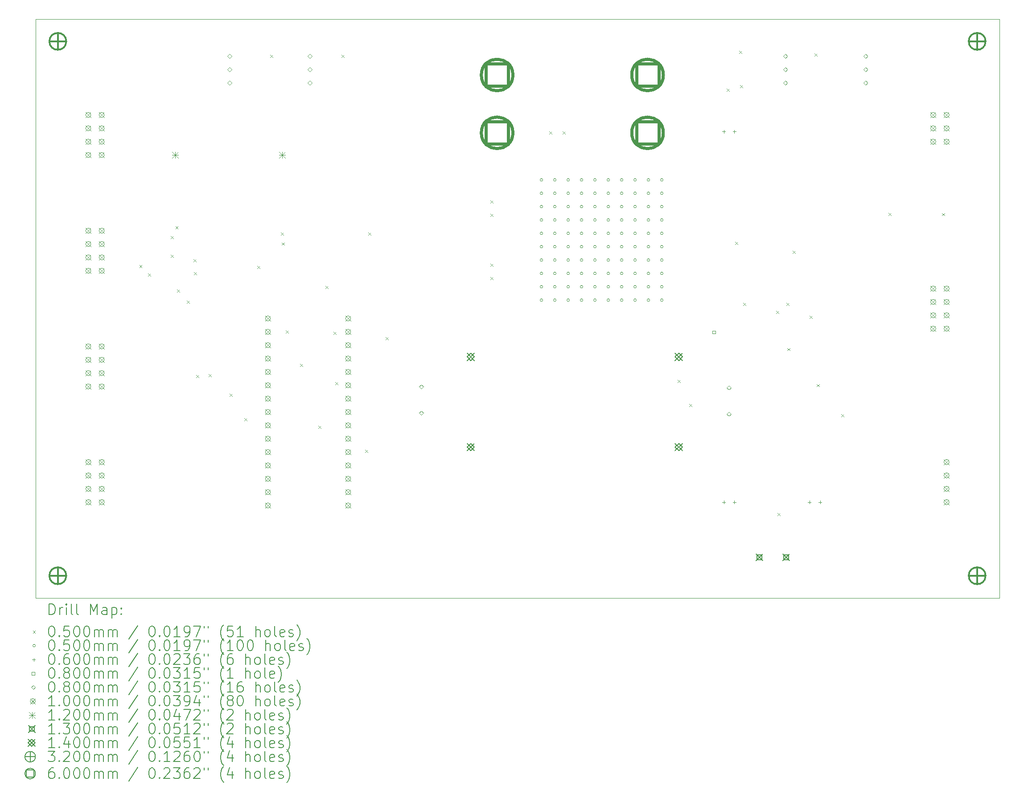
<source format=gbr>
%TF.GenerationSoftware,KiCad,Pcbnew,7.0.9-7.0.9~ubuntu20.04.1*%
%TF.CreationDate,2023-12-17T18:48:35+01:00*%
%TF.ProjectId,linear_controller,6c696e65-6172-45f6-936f-6e74726f6c6c,1.0*%
%TF.SameCoordinates,Original*%
%TF.FileFunction,Drillmap*%
%TF.FilePolarity,Positive*%
%FSLAX45Y45*%
G04 Gerber Fmt 4.5, Leading zero omitted, Abs format (unit mm)*
G04 Created by KiCad (PCBNEW 7.0.9-7.0.9~ubuntu20.04.1) date 2023-12-17 18:48:35*
%MOMM*%
%LPD*%
G01*
G04 APERTURE LIST*
%ADD10C,0.100000*%
%ADD11C,0.200000*%
%ADD12C,0.120000*%
%ADD13C,0.130000*%
%ADD14C,0.140000*%
%ADD15C,0.320000*%
%ADD16C,0.600000*%
G04 APERTURE END LIST*
D10*
X5000000Y-4000000D02*
X23300000Y-4000000D01*
X23300000Y-15000000D01*
X5000000Y-15000000D01*
X5000000Y-4000000D01*
D11*
D10*
X6968500Y-8674140D02*
X7018500Y-8724140D01*
X7018500Y-8674140D02*
X6968500Y-8724140D01*
X7129790Y-8834490D02*
X7179790Y-8884490D01*
X7179790Y-8834490D02*
X7129790Y-8884490D01*
X7565960Y-8473180D02*
X7615960Y-8523180D01*
X7615960Y-8473180D02*
X7565960Y-8523180D01*
X7568150Y-8121000D02*
X7618150Y-8171000D01*
X7618150Y-8121000D02*
X7568150Y-8171000D01*
X7654270Y-7934450D02*
X7704270Y-7984450D01*
X7704270Y-7934450D02*
X7654270Y-7984450D01*
X7683900Y-9135230D02*
X7733900Y-9185230D01*
X7733900Y-9135230D02*
X7683900Y-9185230D01*
X7871100Y-9347570D02*
X7921100Y-9397570D01*
X7921100Y-9347570D02*
X7871100Y-9397570D01*
X7994180Y-8564710D02*
X8044180Y-8614710D01*
X8044180Y-8564710D02*
X7994180Y-8614710D01*
X8005450Y-8809030D02*
X8055450Y-8859030D01*
X8055450Y-8809030D02*
X8005450Y-8859030D01*
X8044890Y-10760040D02*
X8094890Y-10810040D01*
X8094890Y-10760040D02*
X8044890Y-10810040D01*
X8282880Y-10745360D02*
X8332880Y-10795360D01*
X8332880Y-10745360D02*
X8282880Y-10795360D01*
X8678970Y-11115460D02*
X8728970Y-11165460D01*
X8728970Y-11115460D02*
X8678970Y-11165460D01*
X8964250Y-11584890D02*
X9014250Y-11634890D01*
X9014250Y-11584890D02*
X8964250Y-11634890D01*
X9205510Y-8691000D02*
X9255510Y-8741000D01*
X9255510Y-8691000D02*
X9205510Y-8741000D01*
X9449560Y-4673500D02*
X9499560Y-4723500D01*
X9499560Y-4673500D02*
X9449560Y-4723500D01*
X9660000Y-8056000D02*
X9710000Y-8106000D01*
X9710000Y-8056000D02*
X9660000Y-8106000D01*
X9674000Y-8244000D02*
X9724000Y-8294000D01*
X9724000Y-8244000D02*
X9674000Y-8294000D01*
X9751260Y-9917240D02*
X9801260Y-9967240D01*
X9801260Y-9917240D02*
X9751260Y-9967240D01*
X10020500Y-10552500D02*
X10070500Y-10602500D01*
X10070500Y-10552500D02*
X10020500Y-10602500D01*
X10371015Y-11727655D02*
X10421015Y-11777655D01*
X10421015Y-11727655D02*
X10371015Y-11777655D01*
X10499500Y-9069500D02*
X10549500Y-9119500D01*
X10549500Y-9069500D02*
X10499500Y-9119500D01*
X10658750Y-9944000D02*
X10708750Y-9994000D01*
X10708750Y-9944000D02*
X10658750Y-9994000D01*
X10691250Y-10897750D02*
X10741250Y-10947750D01*
X10741250Y-10897750D02*
X10691250Y-10947750D01*
X10805270Y-4673500D02*
X10855270Y-4723500D01*
X10855270Y-4673500D02*
X10805270Y-4723500D01*
X11258870Y-12183330D02*
X11308870Y-12233330D01*
X11308870Y-12183330D02*
X11258870Y-12233330D01*
X11314890Y-8056000D02*
X11364890Y-8106000D01*
X11364890Y-8056000D02*
X11314890Y-8106000D01*
X11642500Y-10043050D02*
X11692500Y-10093050D01*
X11692500Y-10043050D02*
X11642500Y-10093050D01*
X13634500Y-7444000D02*
X13684500Y-7494000D01*
X13684500Y-7444000D02*
X13634500Y-7494000D01*
X13634500Y-7698000D02*
X13684500Y-7748000D01*
X13684500Y-7698000D02*
X13634500Y-7748000D01*
X13634500Y-8644000D02*
X13684500Y-8694000D01*
X13684500Y-8644000D02*
X13634500Y-8694000D01*
X13634500Y-8898000D02*
X13684500Y-8948000D01*
X13684500Y-8898000D02*
X13634500Y-8948000D01*
X14754000Y-6134000D02*
X14804000Y-6184000D01*
X14804000Y-6134000D02*
X14754000Y-6184000D01*
X15008000Y-6134000D02*
X15058000Y-6184000D01*
X15058000Y-6134000D02*
X15008000Y-6184000D01*
X17188600Y-10854600D02*
X17238600Y-10904600D01*
X17238600Y-10854600D02*
X17188600Y-10904600D01*
X17411150Y-11314500D02*
X17461150Y-11364500D01*
X17461150Y-11314500D02*
X17411150Y-11364500D01*
X18126270Y-5315270D02*
X18176270Y-5365270D01*
X18176270Y-5315270D02*
X18126270Y-5365270D01*
X18283300Y-8233800D02*
X18333300Y-8283800D01*
X18333300Y-8233800D02*
X18283300Y-8283800D01*
X18360850Y-4602320D02*
X18410850Y-4652320D01*
X18410850Y-4602320D02*
X18360850Y-4652320D01*
X18379000Y-5247980D02*
X18429000Y-5297980D01*
X18429000Y-5247980D02*
X18379000Y-5297980D01*
X18435700Y-9389500D02*
X18485700Y-9439500D01*
X18485700Y-9389500D02*
X18435700Y-9439500D01*
X19064760Y-9541440D02*
X19114760Y-9591440D01*
X19114760Y-9541440D02*
X19064760Y-9591440D01*
X19089150Y-13389450D02*
X19139150Y-13439450D01*
X19139150Y-13389450D02*
X19089150Y-13439450D01*
X19261200Y-9393270D02*
X19311200Y-9443270D01*
X19311200Y-9393270D02*
X19261200Y-9443270D01*
X19275200Y-10250600D02*
X19325200Y-10300600D01*
X19325200Y-10250600D02*
X19275200Y-10300600D01*
X19375500Y-8398900D02*
X19425500Y-8448900D01*
X19425500Y-8398900D02*
X19375500Y-8448900D01*
X19698500Y-9638000D02*
X19748500Y-9688000D01*
X19748500Y-9638000D02*
X19698500Y-9688000D01*
X19788410Y-4650910D02*
X19838410Y-4700910D01*
X19838410Y-4650910D02*
X19788410Y-4700910D01*
X19834000Y-10936400D02*
X19884000Y-10986400D01*
X19884000Y-10936400D02*
X19834000Y-10986400D01*
X20296500Y-11505000D02*
X20346500Y-11555000D01*
X20346500Y-11505000D02*
X20296500Y-11555000D01*
X21192900Y-7678500D02*
X21242900Y-7728500D01*
X21242900Y-7678500D02*
X21192900Y-7728500D01*
X22210430Y-7684820D02*
X22260430Y-7734820D01*
X22260430Y-7684820D02*
X22210430Y-7734820D01*
X14629000Y-7053000D02*
G75*
G03*
X14629000Y-7053000I-25000J0D01*
G01*
X14629000Y-7307000D02*
G75*
G03*
X14629000Y-7307000I-25000J0D01*
G01*
X14629000Y-7561000D02*
G75*
G03*
X14629000Y-7561000I-25000J0D01*
G01*
X14629000Y-7815000D02*
G75*
G03*
X14629000Y-7815000I-25000J0D01*
G01*
X14629000Y-8069000D02*
G75*
G03*
X14629000Y-8069000I-25000J0D01*
G01*
X14629000Y-8323000D02*
G75*
G03*
X14629000Y-8323000I-25000J0D01*
G01*
X14629000Y-8577000D02*
G75*
G03*
X14629000Y-8577000I-25000J0D01*
G01*
X14629000Y-8831000D02*
G75*
G03*
X14629000Y-8831000I-25000J0D01*
G01*
X14629000Y-9085000D02*
G75*
G03*
X14629000Y-9085000I-25000J0D01*
G01*
X14629000Y-9339000D02*
G75*
G03*
X14629000Y-9339000I-25000J0D01*
G01*
X14883000Y-7053000D02*
G75*
G03*
X14883000Y-7053000I-25000J0D01*
G01*
X14883000Y-7307000D02*
G75*
G03*
X14883000Y-7307000I-25000J0D01*
G01*
X14883000Y-7561000D02*
G75*
G03*
X14883000Y-7561000I-25000J0D01*
G01*
X14883000Y-7815000D02*
G75*
G03*
X14883000Y-7815000I-25000J0D01*
G01*
X14883000Y-8069000D02*
G75*
G03*
X14883000Y-8069000I-25000J0D01*
G01*
X14883000Y-8323000D02*
G75*
G03*
X14883000Y-8323000I-25000J0D01*
G01*
X14883000Y-8577000D02*
G75*
G03*
X14883000Y-8577000I-25000J0D01*
G01*
X14883000Y-8831000D02*
G75*
G03*
X14883000Y-8831000I-25000J0D01*
G01*
X14883000Y-9085000D02*
G75*
G03*
X14883000Y-9085000I-25000J0D01*
G01*
X14883000Y-9339000D02*
G75*
G03*
X14883000Y-9339000I-25000J0D01*
G01*
X15137000Y-7053000D02*
G75*
G03*
X15137000Y-7053000I-25000J0D01*
G01*
X15137000Y-7307000D02*
G75*
G03*
X15137000Y-7307000I-25000J0D01*
G01*
X15137000Y-7561000D02*
G75*
G03*
X15137000Y-7561000I-25000J0D01*
G01*
X15137000Y-7815000D02*
G75*
G03*
X15137000Y-7815000I-25000J0D01*
G01*
X15137000Y-8069000D02*
G75*
G03*
X15137000Y-8069000I-25000J0D01*
G01*
X15137000Y-8323000D02*
G75*
G03*
X15137000Y-8323000I-25000J0D01*
G01*
X15137000Y-8577000D02*
G75*
G03*
X15137000Y-8577000I-25000J0D01*
G01*
X15137000Y-8831000D02*
G75*
G03*
X15137000Y-8831000I-25000J0D01*
G01*
X15137000Y-9085000D02*
G75*
G03*
X15137000Y-9085000I-25000J0D01*
G01*
X15137000Y-9339000D02*
G75*
G03*
X15137000Y-9339000I-25000J0D01*
G01*
X15391000Y-7053000D02*
G75*
G03*
X15391000Y-7053000I-25000J0D01*
G01*
X15391000Y-7307000D02*
G75*
G03*
X15391000Y-7307000I-25000J0D01*
G01*
X15391000Y-7561000D02*
G75*
G03*
X15391000Y-7561000I-25000J0D01*
G01*
X15391000Y-7815000D02*
G75*
G03*
X15391000Y-7815000I-25000J0D01*
G01*
X15391000Y-8069000D02*
G75*
G03*
X15391000Y-8069000I-25000J0D01*
G01*
X15391000Y-8323000D02*
G75*
G03*
X15391000Y-8323000I-25000J0D01*
G01*
X15391000Y-8577000D02*
G75*
G03*
X15391000Y-8577000I-25000J0D01*
G01*
X15391000Y-8831000D02*
G75*
G03*
X15391000Y-8831000I-25000J0D01*
G01*
X15391000Y-9085000D02*
G75*
G03*
X15391000Y-9085000I-25000J0D01*
G01*
X15391000Y-9339000D02*
G75*
G03*
X15391000Y-9339000I-25000J0D01*
G01*
X15645000Y-7053000D02*
G75*
G03*
X15645000Y-7053000I-25000J0D01*
G01*
X15645000Y-7307000D02*
G75*
G03*
X15645000Y-7307000I-25000J0D01*
G01*
X15645000Y-7561000D02*
G75*
G03*
X15645000Y-7561000I-25000J0D01*
G01*
X15645000Y-7815000D02*
G75*
G03*
X15645000Y-7815000I-25000J0D01*
G01*
X15645000Y-8069000D02*
G75*
G03*
X15645000Y-8069000I-25000J0D01*
G01*
X15645000Y-8323000D02*
G75*
G03*
X15645000Y-8323000I-25000J0D01*
G01*
X15645000Y-8577000D02*
G75*
G03*
X15645000Y-8577000I-25000J0D01*
G01*
X15645000Y-8831000D02*
G75*
G03*
X15645000Y-8831000I-25000J0D01*
G01*
X15645000Y-9085000D02*
G75*
G03*
X15645000Y-9085000I-25000J0D01*
G01*
X15645000Y-9339000D02*
G75*
G03*
X15645000Y-9339000I-25000J0D01*
G01*
X15899000Y-7053000D02*
G75*
G03*
X15899000Y-7053000I-25000J0D01*
G01*
X15899000Y-7307000D02*
G75*
G03*
X15899000Y-7307000I-25000J0D01*
G01*
X15899000Y-7561000D02*
G75*
G03*
X15899000Y-7561000I-25000J0D01*
G01*
X15899000Y-7815000D02*
G75*
G03*
X15899000Y-7815000I-25000J0D01*
G01*
X15899000Y-8069000D02*
G75*
G03*
X15899000Y-8069000I-25000J0D01*
G01*
X15899000Y-8323000D02*
G75*
G03*
X15899000Y-8323000I-25000J0D01*
G01*
X15899000Y-8577000D02*
G75*
G03*
X15899000Y-8577000I-25000J0D01*
G01*
X15899000Y-8831000D02*
G75*
G03*
X15899000Y-8831000I-25000J0D01*
G01*
X15899000Y-9085000D02*
G75*
G03*
X15899000Y-9085000I-25000J0D01*
G01*
X15899000Y-9339000D02*
G75*
G03*
X15899000Y-9339000I-25000J0D01*
G01*
X16153000Y-7053000D02*
G75*
G03*
X16153000Y-7053000I-25000J0D01*
G01*
X16153000Y-7307000D02*
G75*
G03*
X16153000Y-7307000I-25000J0D01*
G01*
X16153000Y-7561000D02*
G75*
G03*
X16153000Y-7561000I-25000J0D01*
G01*
X16153000Y-7815000D02*
G75*
G03*
X16153000Y-7815000I-25000J0D01*
G01*
X16153000Y-8069000D02*
G75*
G03*
X16153000Y-8069000I-25000J0D01*
G01*
X16153000Y-8323000D02*
G75*
G03*
X16153000Y-8323000I-25000J0D01*
G01*
X16153000Y-8577000D02*
G75*
G03*
X16153000Y-8577000I-25000J0D01*
G01*
X16153000Y-8831000D02*
G75*
G03*
X16153000Y-8831000I-25000J0D01*
G01*
X16153000Y-9085000D02*
G75*
G03*
X16153000Y-9085000I-25000J0D01*
G01*
X16153000Y-9339000D02*
G75*
G03*
X16153000Y-9339000I-25000J0D01*
G01*
X16407000Y-7053000D02*
G75*
G03*
X16407000Y-7053000I-25000J0D01*
G01*
X16407000Y-7307000D02*
G75*
G03*
X16407000Y-7307000I-25000J0D01*
G01*
X16407000Y-7561000D02*
G75*
G03*
X16407000Y-7561000I-25000J0D01*
G01*
X16407000Y-7815000D02*
G75*
G03*
X16407000Y-7815000I-25000J0D01*
G01*
X16407000Y-8069000D02*
G75*
G03*
X16407000Y-8069000I-25000J0D01*
G01*
X16407000Y-8323000D02*
G75*
G03*
X16407000Y-8323000I-25000J0D01*
G01*
X16407000Y-8577000D02*
G75*
G03*
X16407000Y-8577000I-25000J0D01*
G01*
X16407000Y-8831000D02*
G75*
G03*
X16407000Y-8831000I-25000J0D01*
G01*
X16407000Y-9085000D02*
G75*
G03*
X16407000Y-9085000I-25000J0D01*
G01*
X16407000Y-9339000D02*
G75*
G03*
X16407000Y-9339000I-25000J0D01*
G01*
X16661000Y-7053000D02*
G75*
G03*
X16661000Y-7053000I-25000J0D01*
G01*
X16661000Y-7307000D02*
G75*
G03*
X16661000Y-7307000I-25000J0D01*
G01*
X16661000Y-7561000D02*
G75*
G03*
X16661000Y-7561000I-25000J0D01*
G01*
X16661000Y-7815000D02*
G75*
G03*
X16661000Y-7815000I-25000J0D01*
G01*
X16661000Y-8069000D02*
G75*
G03*
X16661000Y-8069000I-25000J0D01*
G01*
X16661000Y-8323000D02*
G75*
G03*
X16661000Y-8323000I-25000J0D01*
G01*
X16661000Y-8577000D02*
G75*
G03*
X16661000Y-8577000I-25000J0D01*
G01*
X16661000Y-8831000D02*
G75*
G03*
X16661000Y-8831000I-25000J0D01*
G01*
X16661000Y-9085000D02*
G75*
G03*
X16661000Y-9085000I-25000J0D01*
G01*
X16661000Y-9339000D02*
G75*
G03*
X16661000Y-9339000I-25000J0D01*
G01*
X16915000Y-7053000D02*
G75*
G03*
X16915000Y-7053000I-25000J0D01*
G01*
X16915000Y-7307000D02*
G75*
G03*
X16915000Y-7307000I-25000J0D01*
G01*
X16915000Y-7561000D02*
G75*
G03*
X16915000Y-7561000I-25000J0D01*
G01*
X16915000Y-7815000D02*
G75*
G03*
X16915000Y-7815000I-25000J0D01*
G01*
X16915000Y-8069000D02*
G75*
G03*
X16915000Y-8069000I-25000J0D01*
G01*
X16915000Y-8323000D02*
G75*
G03*
X16915000Y-8323000I-25000J0D01*
G01*
X16915000Y-8577000D02*
G75*
G03*
X16915000Y-8577000I-25000J0D01*
G01*
X16915000Y-8831000D02*
G75*
G03*
X16915000Y-8831000I-25000J0D01*
G01*
X16915000Y-9085000D02*
G75*
G03*
X16915000Y-9085000I-25000J0D01*
G01*
X16915000Y-9339000D02*
G75*
G03*
X16915000Y-9339000I-25000J0D01*
G01*
X18069760Y-6102500D02*
X18069760Y-6162500D01*
X18039760Y-6132500D02*
X18099760Y-6132500D01*
X18069760Y-13151000D02*
X18069760Y-13211000D01*
X18039760Y-13181000D02*
X18099760Y-13181000D01*
X18269760Y-6102500D02*
X18269760Y-6162500D01*
X18239760Y-6132500D02*
X18299760Y-6132500D01*
X18269760Y-13151000D02*
X18269760Y-13211000D01*
X18239760Y-13181000D02*
X18299760Y-13181000D01*
X19696500Y-13151000D02*
X19696500Y-13211000D01*
X19666500Y-13181000D02*
X19726500Y-13181000D01*
X19896500Y-13151000D02*
X19896500Y-13211000D01*
X19866500Y-13181000D02*
X19926500Y-13181000D01*
X17908885Y-9976885D02*
X17908885Y-9920316D01*
X17852316Y-9920316D01*
X17852316Y-9976885D01*
X17908885Y-9976885D01*
X8683000Y-4738500D02*
X8723000Y-4698500D01*
X8683000Y-4658500D01*
X8643000Y-4698500D01*
X8683000Y-4738500D01*
X8683000Y-4992500D02*
X8723000Y-4952500D01*
X8683000Y-4912500D01*
X8643000Y-4952500D01*
X8683000Y-4992500D01*
X8683000Y-5246500D02*
X8723000Y-5206500D01*
X8683000Y-5166500D01*
X8643000Y-5206500D01*
X8683000Y-5246500D01*
X10207000Y-4738500D02*
X10247000Y-4698500D01*
X10207000Y-4658500D01*
X10167000Y-4698500D01*
X10207000Y-4738500D01*
X10207000Y-4992500D02*
X10247000Y-4952500D01*
X10207000Y-4912500D01*
X10167000Y-4952500D01*
X10207000Y-4992500D01*
X10207000Y-5246500D02*
X10247000Y-5206500D01*
X10207000Y-5166500D01*
X10167000Y-5206500D01*
X10207000Y-5246500D01*
X12324150Y-11024520D02*
X12364150Y-10984520D01*
X12324150Y-10944520D01*
X12284150Y-10984520D01*
X12324150Y-11024520D01*
X12324150Y-11524520D02*
X12364150Y-11484520D01*
X12324150Y-11444520D01*
X12284150Y-11484520D01*
X12324150Y-11524520D01*
X18166150Y-11043980D02*
X18206150Y-11003980D01*
X18166150Y-10963980D01*
X18126150Y-11003980D01*
X18166150Y-11043980D01*
X18166150Y-11543980D02*
X18206150Y-11503980D01*
X18166150Y-11463980D01*
X18126150Y-11503980D01*
X18166150Y-11543980D01*
X19236000Y-4738500D02*
X19276000Y-4698500D01*
X19236000Y-4658500D01*
X19196000Y-4698500D01*
X19236000Y-4738500D01*
X19236000Y-4992500D02*
X19276000Y-4952500D01*
X19236000Y-4912500D01*
X19196000Y-4952500D01*
X19236000Y-4992500D01*
X19236000Y-5246500D02*
X19276000Y-5206500D01*
X19236000Y-5166500D01*
X19196000Y-5206500D01*
X19236000Y-5246500D01*
X20760000Y-4738500D02*
X20800000Y-4698500D01*
X20760000Y-4658500D01*
X20720000Y-4698500D01*
X20760000Y-4738500D01*
X20760000Y-4992500D02*
X20800000Y-4952500D01*
X20760000Y-4912500D01*
X20720000Y-4952500D01*
X20760000Y-4992500D01*
X20760000Y-5246500D02*
X20800000Y-5206500D01*
X20760000Y-5166500D01*
X20720000Y-5206500D01*
X20760000Y-5246500D01*
X5950000Y-5769000D02*
X6050000Y-5869000D01*
X6050000Y-5769000D02*
X5950000Y-5869000D01*
X6050000Y-5819000D02*
G75*
G03*
X6050000Y-5819000I-50000J0D01*
G01*
X5950000Y-6023000D02*
X6050000Y-6123000D01*
X6050000Y-6023000D02*
X5950000Y-6123000D01*
X6050000Y-6073000D02*
G75*
G03*
X6050000Y-6073000I-50000J0D01*
G01*
X5950000Y-6277000D02*
X6050000Y-6377000D01*
X6050000Y-6277000D02*
X5950000Y-6377000D01*
X6050000Y-6327000D02*
G75*
G03*
X6050000Y-6327000I-50000J0D01*
G01*
X5950000Y-6531000D02*
X6050000Y-6631000D01*
X6050000Y-6531000D02*
X5950000Y-6631000D01*
X6050000Y-6581000D02*
G75*
G03*
X6050000Y-6581000I-50000J0D01*
G01*
X5950000Y-7969000D02*
X6050000Y-8069000D01*
X6050000Y-7969000D02*
X5950000Y-8069000D01*
X6050000Y-8019000D02*
G75*
G03*
X6050000Y-8019000I-50000J0D01*
G01*
X5950000Y-8223000D02*
X6050000Y-8323000D01*
X6050000Y-8223000D02*
X5950000Y-8323000D01*
X6050000Y-8273000D02*
G75*
G03*
X6050000Y-8273000I-50000J0D01*
G01*
X5950000Y-8477000D02*
X6050000Y-8577000D01*
X6050000Y-8477000D02*
X5950000Y-8577000D01*
X6050000Y-8527000D02*
G75*
G03*
X6050000Y-8527000I-50000J0D01*
G01*
X5950000Y-8731000D02*
X6050000Y-8831000D01*
X6050000Y-8731000D02*
X5950000Y-8831000D01*
X6050000Y-8781000D02*
G75*
G03*
X6050000Y-8781000I-50000J0D01*
G01*
X5950000Y-10169000D02*
X6050000Y-10269000D01*
X6050000Y-10169000D02*
X5950000Y-10269000D01*
X6050000Y-10219000D02*
G75*
G03*
X6050000Y-10219000I-50000J0D01*
G01*
X5950000Y-10423000D02*
X6050000Y-10523000D01*
X6050000Y-10423000D02*
X5950000Y-10523000D01*
X6050000Y-10473000D02*
G75*
G03*
X6050000Y-10473000I-50000J0D01*
G01*
X5950000Y-10677000D02*
X6050000Y-10777000D01*
X6050000Y-10677000D02*
X5950000Y-10777000D01*
X6050000Y-10727000D02*
G75*
G03*
X6050000Y-10727000I-50000J0D01*
G01*
X5950000Y-10931000D02*
X6050000Y-11031000D01*
X6050000Y-10931000D02*
X5950000Y-11031000D01*
X6050000Y-10981000D02*
G75*
G03*
X6050000Y-10981000I-50000J0D01*
G01*
X5950000Y-12369000D02*
X6050000Y-12469000D01*
X6050000Y-12369000D02*
X5950000Y-12469000D01*
X6050000Y-12419000D02*
G75*
G03*
X6050000Y-12419000I-50000J0D01*
G01*
X5950000Y-12623000D02*
X6050000Y-12723000D01*
X6050000Y-12623000D02*
X5950000Y-12723000D01*
X6050000Y-12673000D02*
G75*
G03*
X6050000Y-12673000I-50000J0D01*
G01*
X5950000Y-12877000D02*
X6050000Y-12977000D01*
X6050000Y-12877000D02*
X5950000Y-12977000D01*
X6050000Y-12927000D02*
G75*
G03*
X6050000Y-12927000I-50000J0D01*
G01*
X5950000Y-13131000D02*
X6050000Y-13231000D01*
X6050000Y-13131000D02*
X5950000Y-13231000D01*
X6050000Y-13181000D02*
G75*
G03*
X6050000Y-13181000I-50000J0D01*
G01*
X6204000Y-5769000D02*
X6304000Y-5869000D01*
X6304000Y-5769000D02*
X6204000Y-5869000D01*
X6304000Y-5819000D02*
G75*
G03*
X6304000Y-5819000I-50000J0D01*
G01*
X6204000Y-6023000D02*
X6304000Y-6123000D01*
X6304000Y-6023000D02*
X6204000Y-6123000D01*
X6304000Y-6073000D02*
G75*
G03*
X6304000Y-6073000I-50000J0D01*
G01*
X6204000Y-6277000D02*
X6304000Y-6377000D01*
X6304000Y-6277000D02*
X6204000Y-6377000D01*
X6304000Y-6327000D02*
G75*
G03*
X6304000Y-6327000I-50000J0D01*
G01*
X6204000Y-6531000D02*
X6304000Y-6631000D01*
X6304000Y-6531000D02*
X6204000Y-6631000D01*
X6304000Y-6581000D02*
G75*
G03*
X6304000Y-6581000I-50000J0D01*
G01*
X6204000Y-7969000D02*
X6304000Y-8069000D01*
X6304000Y-7969000D02*
X6204000Y-8069000D01*
X6304000Y-8019000D02*
G75*
G03*
X6304000Y-8019000I-50000J0D01*
G01*
X6204000Y-8223000D02*
X6304000Y-8323000D01*
X6304000Y-8223000D02*
X6204000Y-8323000D01*
X6304000Y-8273000D02*
G75*
G03*
X6304000Y-8273000I-50000J0D01*
G01*
X6204000Y-8477000D02*
X6304000Y-8577000D01*
X6304000Y-8477000D02*
X6204000Y-8577000D01*
X6304000Y-8527000D02*
G75*
G03*
X6304000Y-8527000I-50000J0D01*
G01*
X6204000Y-8731000D02*
X6304000Y-8831000D01*
X6304000Y-8731000D02*
X6204000Y-8831000D01*
X6304000Y-8781000D02*
G75*
G03*
X6304000Y-8781000I-50000J0D01*
G01*
X6204000Y-10169000D02*
X6304000Y-10269000D01*
X6304000Y-10169000D02*
X6204000Y-10269000D01*
X6304000Y-10219000D02*
G75*
G03*
X6304000Y-10219000I-50000J0D01*
G01*
X6204000Y-10423000D02*
X6304000Y-10523000D01*
X6304000Y-10423000D02*
X6204000Y-10523000D01*
X6304000Y-10473000D02*
G75*
G03*
X6304000Y-10473000I-50000J0D01*
G01*
X6204000Y-10677000D02*
X6304000Y-10777000D01*
X6304000Y-10677000D02*
X6204000Y-10777000D01*
X6304000Y-10727000D02*
G75*
G03*
X6304000Y-10727000I-50000J0D01*
G01*
X6204000Y-10931000D02*
X6304000Y-11031000D01*
X6304000Y-10931000D02*
X6204000Y-11031000D01*
X6304000Y-10981000D02*
G75*
G03*
X6304000Y-10981000I-50000J0D01*
G01*
X6204000Y-12369000D02*
X6304000Y-12469000D01*
X6304000Y-12369000D02*
X6204000Y-12469000D01*
X6304000Y-12419000D02*
G75*
G03*
X6304000Y-12419000I-50000J0D01*
G01*
X6204000Y-12623000D02*
X6304000Y-12723000D01*
X6304000Y-12623000D02*
X6204000Y-12723000D01*
X6304000Y-12673000D02*
G75*
G03*
X6304000Y-12673000I-50000J0D01*
G01*
X6204000Y-12877000D02*
X6304000Y-12977000D01*
X6304000Y-12877000D02*
X6204000Y-12977000D01*
X6304000Y-12927000D02*
G75*
G03*
X6304000Y-12927000I-50000J0D01*
G01*
X6204000Y-13131000D02*
X6304000Y-13231000D01*
X6304000Y-13131000D02*
X6204000Y-13231000D01*
X6304000Y-13181000D02*
G75*
G03*
X6304000Y-13181000I-50000J0D01*
G01*
X9360500Y-9638500D02*
X9460500Y-9738500D01*
X9460500Y-9638500D02*
X9360500Y-9738500D01*
X9460500Y-9688500D02*
G75*
G03*
X9460500Y-9688500I-50000J0D01*
G01*
X9360500Y-9892500D02*
X9460500Y-9992500D01*
X9460500Y-9892500D02*
X9360500Y-9992500D01*
X9460500Y-9942500D02*
G75*
G03*
X9460500Y-9942500I-50000J0D01*
G01*
X9360500Y-10146500D02*
X9460500Y-10246500D01*
X9460500Y-10146500D02*
X9360500Y-10246500D01*
X9460500Y-10196500D02*
G75*
G03*
X9460500Y-10196500I-50000J0D01*
G01*
X9360500Y-10400500D02*
X9460500Y-10500500D01*
X9460500Y-10400500D02*
X9360500Y-10500500D01*
X9460500Y-10450500D02*
G75*
G03*
X9460500Y-10450500I-50000J0D01*
G01*
X9360500Y-10654500D02*
X9460500Y-10754500D01*
X9460500Y-10654500D02*
X9360500Y-10754500D01*
X9460500Y-10704500D02*
G75*
G03*
X9460500Y-10704500I-50000J0D01*
G01*
X9360500Y-10908500D02*
X9460500Y-11008500D01*
X9460500Y-10908500D02*
X9360500Y-11008500D01*
X9460500Y-10958500D02*
G75*
G03*
X9460500Y-10958500I-50000J0D01*
G01*
X9360500Y-11162500D02*
X9460500Y-11262500D01*
X9460500Y-11162500D02*
X9360500Y-11262500D01*
X9460500Y-11212500D02*
G75*
G03*
X9460500Y-11212500I-50000J0D01*
G01*
X9360500Y-11416500D02*
X9460500Y-11516500D01*
X9460500Y-11416500D02*
X9360500Y-11516500D01*
X9460500Y-11466500D02*
G75*
G03*
X9460500Y-11466500I-50000J0D01*
G01*
X9360500Y-11670500D02*
X9460500Y-11770500D01*
X9460500Y-11670500D02*
X9360500Y-11770500D01*
X9460500Y-11720500D02*
G75*
G03*
X9460500Y-11720500I-50000J0D01*
G01*
X9360500Y-11924500D02*
X9460500Y-12024500D01*
X9460500Y-11924500D02*
X9360500Y-12024500D01*
X9460500Y-11974500D02*
G75*
G03*
X9460500Y-11974500I-50000J0D01*
G01*
X9360500Y-12178500D02*
X9460500Y-12278500D01*
X9460500Y-12178500D02*
X9360500Y-12278500D01*
X9460500Y-12228500D02*
G75*
G03*
X9460500Y-12228500I-50000J0D01*
G01*
X9360500Y-12432500D02*
X9460500Y-12532500D01*
X9460500Y-12432500D02*
X9360500Y-12532500D01*
X9460500Y-12482500D02*
G75*
G03*
X9460500Y-12482500I-50000J0D01*
G01*
X9360500Y-12686500D02*
X9460500Y-12786500D01*
X9460500Y-12686500D02*
X9360500Y-12786500D01*
X9460500Y-12736500D02*
G75*
G03*
X9460500Y-12736500I-50000J0D01*
G01*
X9360500Y-12940500D02*
X9460500Y-13040500D01*
X9460500Y-12940500D02*
X9360500Y-13040500D01*
X9460500Y-12990500D02*
G75*
G03*
X9460500Y-12990500I-50000J0D01*
G01*
X9360500Y-13194500D02*
X9460500Y-13294500D01*
X9460500Y-13194500D02*
X9360500Y-13294500D01*
X9460500Y-13244500D02*
G75*
G03*
X9460500Y-13244500I-50000J0D01*
G01*
X10884500Y-9638500D02*
X10984500Y-9738500D01*
X10984500Y-9638500D02*
X10884500Y-9738500D01*
X10984500Y-9688500D02*
G75*
G03*
X10984500Y-9688500I-50000J0D01*
G01*
X10884500Y-9892500D02*
X10984500Y-9992500D01*
X10984500Y-9892500D02*
X10884500Y-9992500D01*
X10984500Y-9942500D02*
G75*
G03*
X10984500Y-9942500I-50000J0D01*
G01*
X10884500Y-10146500D02*
X10984500Y-10246500D01*
X10984500Y-10146500D02*
X10884500Y-10246500D01*
X10984500Y-10196500D02*
G75*
G03*
X10984500Y-10196500I-50000J0D01*
G01*
X10884500Y-10400500D02*
X10984500Y-10500500D01*
X10984500Y-10400500D02*
X10884500Y-10500500D01*
X10984500Y-10450500D02*
G75*
G03*
X10984500Y-10450500I-50000J0D01*
G01*
X10884500Y-10654500D02*
X10984500Y-10754500D01*
X10984500Y-10654500D02*
X10884500Y-10754500D01*
X10984500Y-10704500D02*
G75*
G03*
X10984500Y-10704500I-50000J0D01*
G01*
X10884500Y-10908500D02*
X10984500Y-11008500D01*
X10984500Y-10908500D02*
X10884500Y-11008500D01*
X10984500Y-10958500D02*
G75*
G03*
X10984500Y-10958500I-50000J0D01*
G01*
X10884500Y-11162500D02*
X10984500Y-11262500D01*
X10984500Y-11162500D02*
X10884500Y-11262500D01*
X10984500Y-11212500D02*
G75*
G03*
X10984500Y-11212500I-50000J0D01*
G01*
X10884500Y-11416500D02*
X10984500Y-11516500D01*
X10984500Y-11416500D02*
X10884500Y-11516500D01*
X10984500Y-11466500D02*
G75*
G03*
X10984500Y-11466500I-50000J0D01*
G01*
X10884500Y-11670500D02*
X10984500Y-11770500D01*
X10984500Y-11670500D02*
X10884500Y-11770500D01*
X10984500Y-11720500D02*
G75*
G03*
X10984500Y-11720500I-50000J0D01*
G01*
X10884500Y-11924500D02*
X10984500Y-12024500D01*
X10984500Y-11924500D02*
X10884500Y-12024500D01*
X10984500Y-11974500D02*
G75*
G03*
X10984500Y-11974500I-50000J0D01*
G01*
X10884500Y-12178500D02*
X10984500Y-12278500D01*
X10984500Y-12178500D02*
X10884500Y-12278500D01*
X10984500Y-12228500D02*
G75*
G03*
X10984500Y-12228500I-50000J0D01*
G01*
X10884500Y-12432500D02*
X10984500Y-12532500D01*
X10984500Y-12432500D02*
X10884500Y-12532500D01*
X10984500Y-12482500D02*
G75*
G03*
X10984500Y-12482500I-50000J0D01*
G01*
X10884500Y-12686500D02*
X10984500Y-12786500D01*
X10984500Y-12686500D02*
X10884500Y-12786500D01*
X10984500Y-12736500D02*
G75*
G03*
X10984500Y-12736500I-50000J0D01*
G01*
X10884500Y-12940500D02*
X10984500Y-13040500D01*
X10984500Y-12940500D02*
X10884500Y-13040500D01*
X10984500Y-12990500D02*
G75*
G03*
X10984500Y-12990500I-50000J0D01*
G01*
X10884500Y-13194500D02*
X10984500Y-13294500D01*
X10984500Y-13194500D02*
X10884500Y-13294500D01*
X10984500Y-13244500D02*
G75*
G03*
X10984500Y-13244500I-50000J0D01*
G01*
X21996000Y-5769000D02*
X22096000Y-5869000D01*
X22096000Y-5769000D02*
X21996000Y-5869000D01*
X22096000Y-5819000D02*
G75*
G03*
X22096000Y-5819000I-50000J0D01*
G01*
X21996000Y-6023000D02*
X22096000Y-6123000D01*
X22096000Y-6023000D02*
X21996000Y-6123000D01*
X22096000Y-6073000D02*
G75*
G03*
X22096000Y-6073000I-50000J0D01*
G01*
X21996000Y-6277000D02*
X22096000Y-6377000D01*
X22096000Y-6277000D02*
X21996000Y-6377000D01*
X22096000Y-6327000D02*
G75*
G03*
X22096000Y-6327000I-50000J0D01*
G01*
X21996000Y-9069000D02*
X22096000Y-9169000D01*
X22096000Y-9069000D02*
X21996000Y-9169000D01*
X22096000Y-9119000D02*
G75*
G03*
X22096000Y-9119000I-50000J0D01*
G01*
X21996000Y-9323000D02*
X22096000Y-9423000D01*
X22096000Y-9323000D02*
X21996000Y-9423000D01*
X22096000Y-9373000D02*
G75*
G03*
X22096000Y-9373000I-50000J0D01*
G01*
X21996000Y-9577000D02*
X22096000Y-9677000D01*
X22096000Y-9577000D02*
X21996000Y-9677000D01*
X22096000Y-9627000D02*
G75*
G03*
X22096000Y-9627000I-50000J0D01*
G01*
X21996000Y-9831000D02*
X22096000Y-9931000D01*
X22096000Y-9831000D02*
X21996000Y-9931000D01*
X22096000Y-9881000D02*
G75*
G03*
X22096000Y-9881000I-50000J0D01*
G01*
X22250000Y-5769000D02*
X22350000Y-5869000D01*
X22350000Y-5769000D02*
X22250000Y-5869000D01*
X22350000Y-5819000D02*
G75*
G03*
X22350000Y-5819000I-50000J0D01*
G01*
X22250000Y-6023000D02*
X22350000Y-6123000D01*
X22350000Y-6023000D02*
X22250000Y-6123000D01*
X22350000Y-6073000D02*
G75*
G03*
X22350000Y-6073000I-50000J0D01*
G01*
X22250000Y-6277000D02*
X22350000Y-6377000D01*
X22350000Y-6277000D02*
X22250000Y-6377000D01*
X22350000Y-6327000D02*
G75*
G03*
X22350000Y-6327000I-50000J0D01*
G01*
X22250000Y-9069000D02*
X22350000Y-9169000D01*
X22350000Y-9069000D02*
X22250000Y-9169000D01*
X22350000Y-9119000D02*
G75*
G03*
X22350000Y-9119000I-50000J0D01*
G01*
X22250000Y-9323000D02*
X22350000Y-9423000D01*
X22350000Y-9323000D02*
X22250000Y-9423000D01*
X22350000Y-9373000D02*
G75*
G03*
X22350000Y-9373000I-50000J0D01*
G01*
X22250000Y-9577000D02*
X22350000Y-9677000D01*
X22350000Y-9577000D02*
X22250000Y-9677000D01*
X22350000Y-9627000D02*
G75*
G03*
X22350000Y-9627000I-50000J0D01*
G01*
X22250000Y-9831000D02*
X22350000Y-9931000D01*
X22350000Y-9831000D02*
X22250000Y-9931000D01*
X22350000Y-9881000D02*
G75*
G03*
X22350000Y-9881000I-50000J0D01*
G01*
X22250000Y-12369000D02*
X22350000Y-12469000D01*
X22350000Y-12369000D02*
X22250000Y-12469000D01*
X22350000Y-12419000D02*
G75*
G03*
X22350000Y-12419000I-50000J0D01*
G01*
X22250000Y-12623000D02*
X22350000Y-12723000D01*
X22350000Y-12623000D02*
X22250000Y-12723000D01*
X22350000Y-12673000D02*
G75*
G03*
X22350000Y-12673000I-50000J0D01*
G01*
X22250000Y-12877000D02*
X22350000Y-12977000D01*
X22350000Y-12877000D02*
X22250000Y-12977000D01*
X22350000Y-12927000D02*
G75*
G03*
X22350000Y-12927000I-50000J0D01*
G01*
X22250000Y-13131000D02*
X22350000Y-13231000D01*
X22350000Y-13131000D02*
X22250000Y-13231000D01*
X22350000Y-13181000D02*
G75*
G03*
X22350000Y-13181000I-50000J0D01*
G01*
D12*
X7591000Y-6521000D02*
X7711000Y-6641000D01*
X7711000Y-6521000D02*
X7591000Y-6641000D01*
X7651000Y-6521000D02*
X7651000Y-6641000D01*
X7591000Y-6581000D02*
X7711000Y-6581000D01*
X9623000Y-6521000D02*
X9743000Y-6641000D01*
X9743000Y-6521000D02*
X9623000Y-6641000D01*
X9683000Y-6521000D02*
X9683000Y-6641000D01*
X9623000Y-6581000D02*
X9743000Y-6581000D01*
D13*
X18678500Y-14162500D02*
X18808500Y-14292500D01*
X18808500Y-14162500D02*
X18678500Y-14292500D01*
X18789462Y-14273462D02*
X18789462Y-14181538D01*
X18697538Y-14181538D01*
X18697538Y-14273462D01*
X18789462Y-14273462D01*
X19186500Y-14162500D02*
X19316500Y-14292500D01*
X19316500Y-14162500D02*
X19186500Y-14292500D01*
X19297462Y-14273462D02*
X19297462Y-14181538D01*
X19205538Y-14181538D01*
X19205538Y-14273462D01*
X19297462Y-14273462D01*
D14*
X13193950Y-10348750D02*
X13333950Y-10488750D01*
X13333950Y-10348750D02*
X13193950Y-10488750D01*
X13263950Y-10488750D02*
X13333950Y-10418750D01*
X13263950Y-10348750D01*
X13193950Y-10418750D01*
X13263950Y-10488750D01*
X13193950Y-12063250D02*
X13333950Y-12203250D01*
X13333950Y-12063250D02*
X13193950Y-12203250D01*
X13263950Y-12203250D02*
X13333950Y-12133250D01*
X13263950Y-12063250D01*
X13193950Y-12133250D01*
X13263950Y-12203250D01*
X17143650Y-10348750D02*
X17283650Y-10488750D01*
X17283650Y-10348750D02*
X17143650Y-10488750D01*
X17213650Y-10488750D02*
X17283650Y-10418750D01*
X17213650Y-10348750D01*
X17143650Y-10418750D01*
X17213650Y-10488750D01*
X17143650Y-12063250D02*
X17283650Y-12203250D01*
X17283650Y-12063250D02*
X17143650Y-12203250D01*
X17213650Y-12203250D02*
X17283650Y-12133250D01*
X17213650Y-12063250D01*
X17143650Y-12133250D01*
X17213650Y-12203250D01*
D15*
X5420000Y-4260000D02*
X5420000Y-4580000D01*
X5260000Y-4420000D02*
X5580000Y-4420000D01*
X5580000Y-4420000D02*
G75*
G03*
X5580000Y-4420000I-160000J0D01*
G01*
X5420000Y-14420000D02*
X5420000Y-14740000D01*
X5260000Y-14580000D02*
X5580000Y-14580000D01*
X5580000Y-14580000D02*
G75*
G03*
X5580000Y-14580000I-160000J0D01*
G01*
X22880000Y-4260000D02*
X22880000Y-4580000D01*
X22720000Y-4420000D02*
X23040000Y-4420000D01*
X23040000Y-4420000D02*
G75*
G03*
X23040000Y-4420000I-160000J0D01*
G01*
X22880000Y-14420000D02*
X22880000Y-14740000D01*
X22720000Y-14580000D02*
X23040000Y-14580000D01*
X23040000Y-14580000D02*
G75*
G03*
X23040000Y-14580000I-160000J0D01*
G01*
D16*
X13975134Y-5271134D02*
X13975134Y-4846866D01*
X13550866Y-4846866D01*
X13550866Y-5271134D01*
X13975134Y-5271134D01*
X14063000Y-5059000D02*
G75*
G03*
X14063000Y-5059000I-300000J0D01*
G01*
X13975134Y-6371134D02*
X13975134Y-5946866D01*
X13550866Y-5946866D01*
X13550866Y-6371134D01*
X13975134Y-6371134D01*
X14063000Y-6159000D02*
G75*
G03*
X14063000Y-6159000I-300000J0D01*
G01*
X16832634Y-5271134D02*
X16832634Y-4846866D01*
X16408366Y-4846866D01*
X16408366Y-5271134D01*
X16832634Y-5271134D01*
X16920500Y-5059000D02*
G75*
G03*
X16920500Y-5059000I-300000J0D01*
G01*
X16832634Y-6371134D02*
X16832634Y-5946866D01*
X16408366Y-5946866D01*
X16408366Y-6371134D01*
X16832634Y-6371134D01*
X16920500Y-6159000D02*
G75*
G03*
X16920500Y-6159000I-300000J0D01*
G01*
D11*
X5255777Y-15316484D02*
X5255777Y-15116484D01*
X5255777Y-15116484D02*
X5303396Y-15116484D01*
X5303396Y-15116484D02*
X5331967Y-15126008D01*
X5331967Y-15126008D02*
X5351015Y-15145055D01*
X5351015Y-15145055D02*
X5360539Y-15164103D01*
X5360539Y-15164103D02*
X5370063Y-15202198D01*
X5370063Y-15202198D02*
X5370063Y-15230769D01*
X5370063Y-15230769D02*
X5360539Y-15268865D01*
X5360539Y-15268865D02*
X5351015Y-15287912D01*
X5351015Y-15287912D02*
X5331967Y-15306960D01*
X5331967Y-15306960D02*
X5303396Y-15316484D01*
X5303396Y-15316484D02*
X5255777Y-15316484D01*
X5455777Y-15316484D02*
X5455777Y-15183150D01*
X5455777Y-15221246D02*
X5465301Y-15202198D01*
X5465301Y-15202198D02*
X5474824Y-15192674D01*
X5474824Y-15192674D02*
X5493872Y-15183150D01*
X5493872Y-15183150D02*
X5512920Y-15183150D01*
X5579586Y-15316484D02*
X5579586Y-15183150D01*
X5579586Y-15116484D02*
X5570063Y-15126008D01*
X5570063Y-15126008D02*
X5579586Y-15135531D01*
X5579586Y-15135531D02*
X5589110Y-15126008D01*
X5589110Y-15126008D02*
X5579586Y-15116484D01*
X5579586Y-15116484D02*
X5579586Y-15135531D01*
X5703396Y-15316484D02*
X5684348Y-15306960D01*
X5684348Y-15306960D02*
X5674824Y-15287912D01*
X5674824Y-15287912D02*
X5674824Y-15116484D01*
X5808158Y-15316484D02*
X5789110Y-15306960D01*
X5789110Y-15306960D02*
X5779586Y-15287912D01*
X5779586Y-15287912D02*
X5779586Y-15116484D01*
X6036729Y-15316484D02*
X6036729Y-15116484D01*
X6036729Y-15116484D02*
X6103396Y-15259341D01*
X6103396Y-15259341D02*
X6170062Y-15116484D01*
X6170062Y-15116484D02*
X6170062Y-15316484D01*
X6351015Y-15316484D02*
X6351015Y-15211722D01*
X6351015Y-15211722D02*
X6341491Y-15192674D01*
X6341491Y-15192674D02*
X6322443Y-15183150D01*
X6322443Y-15183150D02*
X6284348Y-15183150D01*
X6284348Y-15183150D02*
X6265301Y-15192674D01*
X6351015Y-15306960D02*
X6331967Y-15316484D01*
X6331967Y-15316484D02*
X6284348Y-15316484D01*
X6284348Y-15316484D02*
X6265301Y-15306960D01*
X6265301Y-15306960D02*
X6255777Y-15287912D01*
X6255777Y-15287912D02*
X6255777Y-15268865D01*
X6255777Y-15268865D02*
X6265301Y-15249817D01*
X6265301Y-15249817D02*
X6284348Y-15240293D01*
X6284348Y-15240293D02*
X6331967Y-15240293D01*
X6331967Y-15240293D02*
X6351015Y-15230769D01*
X6446253Y-15183150D02*
X6446253Y-15383150D01*
X6446253Y-15192674D02*
X6465301Y-15183150D01*
X6465301Y-15183150D02*
X6503396Y-15183150D01*
X6503396Y-15183150D02*
X6522443Y-15192674D01*
X6522443Y-15192674D02*
X6531967Y-15202198D01*
X6531967Y-15202198D02*
X6541491Y-15221246D01*
X6541491Y-15221246D02*
X6541491Y-15278388D01*
X6541491Y-15278388D02*
X6531967Y-15297436D01*
X6531967Y-15297436D02*
X6522443Y-15306960D01*
X6522443Y-15306960D02*
X6503396Y-15316484D01*
X6503396Y-15316484D02*
X6465301Y-15316484D01*
X6465301Y-15316484D02*
X6446253Y-15306960D01*
X6627205Y-15297436D02*
X6636729Y-15306960D01*
X6636729Y-15306960D02*
X6627205Y-15316484D01*
X6627205Y-15316484D02*
X6617682Y-15306960D01*
X6617682Y-15306960D02*
X6627205Y-15297436D01*
X6627205Y-15297436D02*
X6627205Y-15316484D01*
X6627205Y-15192674D02*
X6636729Y-15202198D01*
X6636729Y-15202198D02*
X6627205Y-15211722D01*
X6627205Y-15211722D02*
X6617682Y-15202198D01*
X6617682Y-15202198D02*
X6627205Y-15192674D01*
X6627205Y-15192674D02*
X6627205Y-15211722D01*
D10*
X4945000Y-15620000D02*
X4995000Y-15670000D01*
X4995000Y-15620000D02*
X4945000Y-15670000D01*
D11*
X5293872Y-15536484D02*
X5312920Y-15536484D01*
X5312920Y-15536484D02*
X5331967Y-15546008D01*
X5331967Y-15546008D02*
X5341491Y-15555531D01*
X5341491Y-15555531D02*
X5351015Y-15574579D01*
X5351015Y-15574579D02*
X5360539Y-15612674D01*
X5360539Y-15612674D02*
X5360539Y-15660293D01*
X5360539Y-15660293D02*
X5351015Y-15698388D01*
X5351015Y-15698388D02*
X5341491Y-15717436D01*
X5341491Y-15717436D02*
X5331967Y-15726960D01*
X5331967Y-15726960D02*
X5312920Y-15736484D01*
X5312920Y-15736484D02*
X5293872Y-15736484D01*
X5293872Y-15736484D02*
X5274824Y-15726960D01*
X5274824Y-15726960D02*
X5265301Y-15717436D01*
X5265301Y-15717436D02*
X5255777Y-15698388D01*
X5255777Y-15698388D02*
X5246253Y-15660293D01*
X5246253Y-15660293D02*
X5246253Y-15612674D01*
X5246253Y-15612674D02*
X5255777Y-15574579D01*
X5255777Y-15574579D02*
X5265301Y-15555531D01*
X5265301Y-15555531D02*
X5274824Y-15546008D01*
X5274824Y-15546008D02*
X5293872Y-15536484D01*
X5446253Y-15717436D02*
X5455777Y-15726960D01*
X5455777Y-15726960D02*
X5446253Y-15736484D01*
X5446253Y-15736484D02*
X5436729Y-15726960D01*
X5436729Y-15726960D02*
X5446253Y-15717436D01*
X5446253Y-15717436D02*
X5446253Y-15736484D01*
X5636729Y-15536484D02*
X5541491Y-15536484D01*
X5541491Y-15536484D02*
X5531967Y-15631722D01*
X5531967Y-15631722D02*
X5541491Y-15622198D01*
X5541491Y-15622198D02*
X5560539Y-15612674D01*
X5560539Y-15612674D02*
X5608158Y-15612674D01*
X5608158Y-15612674D02*
X5627205Y-15622198D01*
X5627205Y-15622198D02*
X5636729Y-15631722D01*
X5636729Y-15631722D02*
X5646253Y-15650769D01*
X5646253Y-15650769D02*
X5646253Y-15698388D01*
X5646253Y-15698388D02*
X5636729Y-15717436D01*
X5636729Y-15717436D02*
X5627205Y-15726960D01*
X5627205Y-15726960D02*
X5608158Y-15736484D01*
X5608158Y-15736484D02*
X5560539Y-15736484D01*
X5560539Y-15736484D02*
X5541491Y-15726960D01*
X5541491Y-15726960D02*
X5531967Y-15717436D01*
X5770062Y-15536484D02*
X5789110Y-15536484D01*
X5789110Y-15536484D02*
X5808158Y-15546008D01*
X5808158Y-15546008D02*
X5817682Y-15555531D01*
X5817682Y-15555531D02*
X5827205Y-15574579D01*
X5827205Y-15574579D02*
X5836729Y-15612674D01*
X5836729Y-15612674D02*
X5836729Y-15660293D01*
X5836729Y-15660293D02*
X5827205Y-15698388D01*
X5827205Y-15698388D02*
X5817682Y-15717436D01*
X5817682Y-15717436D02*
X5808158Y-15726960D01*
X5808158Y-15726960D02*
X5789110Y-15736484D01*
X5789110Y-15736484D02*
X5770062Y-15736484D01*
X5770062Y-15736484D02*
X5751015Y-15726960D01*
X5751015Y-15726960D02*
X5741491Y-15717436D01*
X5741491Y-15717436D02*
X5731967Y-15698388D01*
X5731967Y-15698388D02*
X5722443Y-15660293D01*
X5722443Y-15660293D02*
X5722443Y-15612674D01*
X5722443Y-15612674D02*
X5731967Y-15574579D01*
X5731967Y-15574579D02*
X5741491Y-15555531D01*
X5741491Y-15555531D02*
X5751015Y-15546008D01*
X5751015Y-15546008D02*
X5770062Y-15536484D01*
X5960539Y-15536484D02*
X5979586Y-15536484D01*
X5979586Y-15536484D02*
X5998634Y-15546008D01*
X5998634Y-15546008D02*
X6008158Y-15555531D01*
X6008158Y-15555531D02*
X6017682Y-15574579D01*
X6017682Y-15574579D02*
X6027205Y-15612674D01*
X6027205Y-15612674D02*
X6027205Y-15660293D01*
X6027205Y-15660293D02*
X6017682Y-15698388D01*
X6017682Y-15698388D02*
X6008158Y-15717436D01*
X6008158Y-15717436D02*
X5998634Y-15726960D01*
X5998634Y-15726960D02*
X5979586Y-15736484D01*
X5979586Y-15736484D02*
X5960539Y-15736484D01*
X5960539Y-15736484D02*
X5941491Y-15726960D01*
X5941491Y-15726960D02*
X5931967Y-15717436D01*
X5931967Y-15717436D02*
X5922443Y-15698388D01*
X5922443Y-15698388D02*
X5912920Y-15660293D01*
X5912920Y-15660293D02*
X5912920Y-15612674D01*
X5912920Y-15612674D02*
X5922443Y-15574579D01*
X5922443Y-15574579D02*
X5931967Y-15555531D01*
X5931967Y-15555531D02*
X5941491Y-15546008D01*
X5941491Y-15546008D02*
X5960539Y-15536484D01*
X6112920Y-15736484D02*
X6112920Y-15603150D01*
X6112920Y-15622198D02*
X6122443Y-15612674D01*
X6122443Y-15612674D02*
X6141491Y-15603150D01*
X6141491Y-15603150D02*
X6170063Y-15603150D01*
X6170063Y-15603150D02*
X6189110Y-15612674D01*
X6189110Y-15612674D02*
X6198634Y-15631722D01*
X6198634Y-15631722D02*
X6198634Y-15736484D01*
X6198634Y-15631722D02*
X6208158Y-15612674D01*
X6208158Y-15612674D02*
X6227205Y-15603150D01*
X6227205Y-15603150D02*
X6255777Y-15603150D01*
X6255777Y-15603150D02*
X6274824Y-15612674D01*
X6274824Y-15612674D02*
X6284348Y-15631722D01*
X6284348Y-15631722D02*
X6284348Y-15736484D01*
X6379586Y-15736484D02*
X6379586Y-15603150D01*
X6379586Y-15622198D02*
X6389110Y-15612674D01*
X6389110Y-15612674D02*
X6408158Y-15603150D01*
X6408158Y-15603150D02*
X6436729Y-15603150D01*
X6436729Y-15603150D02*
X6455777Y-15612674D01*
X6455777Y-15612674D02*
X6465301Y-15631722D01*
X6465301Y-15631722D02*
X6465301Y-15736484D01*
X6465301Y-15631722D02*
X6474824Y-15612674D01*
X6474824Y-15612674D02*
X6493872Y-15603150D01*
X6493872Y-15603150D02*
X6522443Y-15603150D01*
X6522443Y-15603150D02*
X6541491Y-15612674D01*
X6541491Y-15612674D02*
X6551015Y-15631722D01*
X6551015Y-15631722D02*
X6551015Y-15736484D01*
X6941491Y-15526960D02*
X6770063Y-15784103D01*
X7198634Y-15536484D02*
X7217682Y-15536484D01*
X7217682Y-15536484D02*
X7236729Y-15546008D01*
X7236729Y-15546008D02*
X7246253Y-15555531D01*
X7246253Y-15555531D02*
X7255777Y-15574579D01*
X7255777Y-15574579D02*
X7265301Y-15612674D01*
X7265301Y-15612674D02*
X7265301Y-15660293D01*
X7265301Y-15660293D02*
X7255777Y-15698388D01*
X7255777Y-15698388D02*
X7246253Y-15717436D01*
X7246253Y-15717436D02*
X7236729Y-15726960D01*
X7236729Y-15726960D02*
X7217682Y-15736484D01*
X7217682Y-15736484D02*
X7198634Y-15736484D01*
X7198634Y-15736484D02*
X7179586Y-15726960D01*
X7179586Y-15726960D02*
X7170063Y-15717436D01*
X7170063Y-15717436D02*
X7160539Y-15698388D01*
X7160539Y-15698388D02*
X7151015Y-15660293D01*
X7151015Y-15660293D02*
X7151015Y-15612674D01*
X7151015Y-15612674D02*
X7160539Y-15574579D01*
X7160539Y-15574579D02*
X7170063Y-15555531D01*
X7170063Y-15555531D02*
X7179586Y-15546008D01*
X7179586Y-15546008D02*
X7198634Y-15536484D01*
X7351015Y-15717436D02*
X7360539Y-15726960D01*
X7360539Y-15726960D02*
X7351015Y-15736484D01*
X7351015Y-15736484D02*
X7341491Y-15726960D01*
X7341491Y-15726960D02*
X7351015Y-15717436D01*
X7351015Y-15717436D02*
X7351015Y-15736484D01*
X7484348Y-15536484D02*
X7503396Y-15536484D01*
X7503396Y-15536484D02*
X7522444Y-15546008D01*
X7522444Y-15546008D02*
X7531967Y-15555531D01*
X7531967Y-15555531D02*
X7541491Y-15574579D01*
X7541491Y-15574579D02*
X7551015Y-15612674D01*
X7551015Y-15612674D02*
X7551015Y-15660293D01*
X7551015Y-15660293D02*
X7541491Y-15698388D01*
X7541491Y-15698388D02*
X7531967Y-15717436D01*
X7531967Y-15717436D02*
X7522444Y-15726960D01*
X7522444Y-15726960D02*
X7503396Y-15736484D01*
X7503396Y-15736484D02*
X7484348Y-15736484D01*
X7484348Y-15736484D02*
X7465301Y-15726960D01*
X7465301Y-15726960D02*
X7455777Y-15717436D01*
X7455777Y-15717436D02*
X7446253Y-15698388D01*
X7446253Y-15698388D02*
X7436729Y-15660293D01*
X7436729Y-15660293D02*
X7436729Y-15612674D01*
X7436729Y-15612674D02*
X7446253Y-15574579D01*
X7446253Y-15574579D02*
X7455777Y-15555531D01*
X7455777Y-15555531D02*
X7465301Y-15546008D01*
X7465301Y-15546008D02*
X7484348Y-15536484D01*
X7741491Y-15736484D02*
X7627206Y-15736484D01*
X7684348Y-15736484D02*
X7684348Y-15536484D01*
X7684348Y-15536484D02*
X7665301Y-15565055D01*
X7665301Y-15565055D02*
X7646253Y-15584103D01*
X7646253Y-15584103D02*
X7627206Y-15593627D01*
X7836729Y-15736484D02*
X7874825Y-15736484D01*
X7874825Y-15736484D02*
X7893872Y-15726960D01*
X7893872Y-15726960D02*
X7903396Y-15717436D01*
X7903396Y-15717436D02*
X7922444Y-15688865D01*
X7922444Y-15688865D02*
X7931967Y-15650769D01*
X7931967Y-15650769D02*
X7931967Y-15574579D01*
X7931967Y-15574579D02*
X7922444Y-15555531D01*
X7922444Y-15555531D02*
X7912920Y-15546008D01*
X7912920Y-15546008D02*
X7893872Y-15536484D01*
X7893872Y-15536484D02*
X7855777Y-15536484D01*
X7855777Y-15536484D02*
X7836729Y-15546008D01*
X7836729Y-15546008D02*
X7827206Y-15555531D01*
X7827206Y-15555531D02*
X7817682Y-15574579D01*
X7817682Y-15574579D02*
X7817682Y-15622198D01*
X7817682Y-15622198D02*
X7827206Y-15641246D01*
X7827206Y-15641246D02*
X7836729Y-15650769D01*
X7836729Y-15650769D02*
X7855777Y-15660293D01*
X7855777Y-15660293D02*
X7893872Y-15660293D01*
X7893872Y-15660293D02*
X7912920Y-15650769D01*
X7912920Y-15650769D02*
X7922444Y-15641246D01*
X7922444Y-15641246D02*
X7931967Y-15622198D01*
X7998634Y-15536484D02*
X8131967Y-15536484D01*
X8131967Y-15536484D02*
X8046253Y-15736484D01*
X8198634Y-15536484D02*
X8198634Y-15574579D01*
X8274825Y-15536484D02*
X8274825Y-15574579D01*
X8570063Y-15812674D02*
X8560539Y-15803150D01*
X8560539Y-15803150D02*
X8541491Y-15774579D01*
X8541491Y-15774579D02*
X8531968Y-15755531D01*
X8531968Y-15755531D02*
X8522444Y-15726960D01*
X8522444Y-15726960D02*
X8512920Y-15679341D01*
X8512920Y-15679341D02*
X8512920Y-15641246D01*
X8512920Y-15641246D02*
X8522444Y-15593627D01*
X8522444Y-15593627D02*
X8531968Y-15565055D01*
X8531968Y-15565055D02*
X8541491Y-15546008D01*
X8541491Y-15546008D02*
X8560539Y-15517436D01*
X8560539Y-15517436D02*
X8570063Y-15507912D01*
X8741491Y-15536484D02*
X8646253Y-15536484D01*
X8646253Y-15536484D02*
X8636730Y-15631722D01*
X8636730Y-15631722D02*
X8646253Y-15622198D01*
X8646253Y-15622198D02*
X8665301Y-15612674D01*
X8665301Y-15612674D02*
X8712920Y-15612674D01*
X8712920Y-15612674D02*
X8731968Y-15622198D01*
X8731968Y-15622198D02*
X8741491Y-15631722D01*
X8741491Y-15631722D02*
X8751015Y-15650769D01*
X8751015Y-15650769D02*
X8751015Y-15698388D01*
X8751015Y-15698388D02*
X8741491Y-15717436D01*
X8741491Y-15717436D02*
X8731968Y-15726960D01*
X8731968Y-15726960D02*
X8712920Y-15736484D01*
X8712920Y-15736484D02*
X8665301Y-15736484D01*
X8665301Y-15736484D02*
X8646253Y-15726960D01*
X8646253Y-15726960D02*
X8636730Y-15717436D01*
X8941491Y-15736484D02*
X8827206Y-15736484D01*
X8884349Y-15736484D02*
X8884349Y-15536484D01*
X8884349Y-15536484D02*
X8865301Y-15565055D01*
X8865301Y-15565055D02*
X8846253Y-15584103D01*
X8846253Y-15584103D02*
X8827206Y-15593627D01*
X9179587Y-15736484D02*
X9179587Y-15536484D01*
X9265301Y-15736484D02*
X9265301Y-15631722D01*
X9265301Y-15631722D02*
X9255777Y-15612674D01*
X9255777Y-15612674D02*
X9236730Y-15603150D01*
X9236730Y-15603150D02*
X9208158Y-15603150D01*
X9208158Y-15603150D02*
X9189111Y-15612674D01*
X9189111Y-15612674D02*
X9179587Y-15622198D01*
X9389111Y-15736484D02*
X9370063Y-15726960D01*
X9370063Y-15726960D02*
X9360539Y-15717436D01*
X9360539Y-15717436D02*
X9351015Y-15698388D01*
X9351015Y-15698388D02*
X9351015Y-15641246D01*
X9351015Y-15641246D02*
X9360539Y-15622198D01*
X9360539Y-15622198D02*
X9370063Y-15612674D01*
X9370063Y-15612674D02*
X9389111Y-15603150D01*
X9389111Y-15603150D02*
X9417682Y-15603150D01*
X9417682Y-15603150D02*
X9436730Y-15612674D01*
X9436730Y-15612674D02*
X9446253Y-15622198D01*
X9446253Y-15622198D02*
X9455777Y-15641246D01*
X9455777Y-15641246D02*
X9455777Y-15698388D01*
X9455777Y-15698388D02*
X9446253Y-15717436D01*
X9446253Y-15717436D02*
X9436730Y-15726960D01*
X9436730Y-15726960D02*
X9417682Y-15736484D01*
X9417682Y-15736484D02*
X9389111Y-15736484D01*
X9570063Y-15736484D02*
X9551015Y-15726960D01*
X9551015Y-15726960D02*
X9541492Y-15707912D01*
X9541492Y-15707912D02*
X9541492Y-15536484D01*
X9722444Y-15726960D02*
X9703396Y-15736484D01*
X9703396Y-15736484D02*
X9665301Y-15736484D01*
X9665301Y-15736484D02*
X9646253Y-15726960D01*
X9646253Y-15726960D02*
X9636730Y-15707912D01*
X9636730Y-15707912D02*
X9636730Y-15631722D01*
X9636730Y-15631722D02*
X9646253Y-15612674D01*
X9646253Y-15612674D02*
X9665301Y-15603150D01*
X9665301Y-15603150D02*
X9703396Y-15603150D01*
X9703396Y-15603150D02*
X9722444Y-15612674D01*
X9722444Y-15612674D02*
X9731968Y-15631722D01*
X9731968Y-15631722D02*
X9731968Y-15650769D01*
X9731968Y-15650769D02*
X9636730Y-15669817D01*
X9808158Y-15726960D02*
X9827206Y-15736484D01*
X9827206Y-15736484D02*
X9865301Y-15736484D01*
X9865301Y-15736484D02*
X9884349Y-15726960D01*
X9884349Y-15726960D02*
X9893873Y-15707912D01*
X9893873Y-15707912D02*
X9893873Y-15698388D01*
X9893873Y-15698388D02*
X9884349Y-15679341D01*
X9884349Y-15679341D02*
X9865301Y-15669817D01*
X9865301Y-15669817D02*
X9836730Y-15669817D01*
X9836730Y-15669817D02*
X9817682Y-15660293D01*
X9817682Y-15660293D02*
X9808158Y-15641246D01*
X9808158Y-15641246D02*
X9808158Y-15631722D01*
X9808158Y-15631722D02*
X9817682Y-15612674D01*
X9817682Y-15612674D02*
X9836730Y-15603150D01*
X9836730Y-15603150D02*
X9865301Y-15603150D01*
X9865301Y-15603150D02*
X9884349Y-15612674D01*
X9960539Y-15812674D02*
X9970063Y-15803150D01*
X9970063Y-15803150D02*
X9989111Y-15774579D01*
X9989111Y-15774579D02*
X9998634Y-15755531D01*
X9998634Y-15755531D02*
X10008158Y-15726960D01*
X10008158Y-15726960D02*
X10017682Y-15679341D01*
X10017682Y-15679341D02*
X10017682Y-15641246D01*
X10017682Y-15641246D02*
X10008158Y-15593627D01*
X10008158Y-15593627D02*
X9998634Y-15565055D01*
X9998634Y-15565055D02*
X9989111Y-15546008D01*
X9989111Y-15546008D02*
X9970063Y-15517436D01*
X9970063Y-15517436D02*
X9960539Y-15507912D01*
D10*
X4995000Y-15909000D02*
G75*
G03*
X4995000Y-15909000I-25000J0D01*
G01*
D11*
X5293872Y-15800484D02*
X5312920Y-15800484D01*
X5312920Y-15800484D02*
X5331967Y-15810008D01*
X5331967Y-15810008D02*
X5341491Y-15819531D01*
X5341491Y-15819531D02*
X5351015Y-15838579D01*
X5351015Y-15838579D02*
X5360539Y-15876674D01*
X5360539Y-15876674D02*
X5360539Y-15924293D01*
X5360539Y-15924293D02*
X5351015Y-15962388D01*
X5351015Y-15962388D02*
X5341491Y-15981436D01*
X5341491Y-15981436D02*
X5331967Y-15990960D01*
X5331967Y-15990960D02*
X5312920Y-16000484D01*
X5312920Y-16000484D02*
X5293872Y-16000484D01*
X5293872Y-16000484D02*
X5274824Y-15990960D01*
X5274824Y-15990960D02*
X5265301Y-15981436D01*
X5265301Y-15981436D02*
X5255777Y-15962388D01*
X5255777Y-15962388D02*
X5246253Y-15924293D01*
X5246253Y-15924293D02*
X5246253Y-15876674D01*
X5246253Y-15876674D02*
X5255777Y-15838579D01*
X5255777Y-15838579D02*
X5265301Y-15819531D01*
X5265301Y-15819531D02*
X5274824Y-15810008D01*
X5274824Y-15810008D02*
X5293872Y-15800484D01*
X5446253Y-15981436D02*
X5455777Y-15990960D01*
X5455777Y-15990960D02*
X5446253Y-16000484D01*
X5446253Y-16000484D02*
X5436729Y-15990960D01*
X5436729Y-15990960D02*
X5446253Y-15981436D01*
X5446253Y-15981436D02*
X5446253Y-16000484D01*
X5636729Y-15800484D02*
X5541491Y-15800484D01*
X5541491Y-15800484D02*
X5531967Y-15895722D01*
X5531967Y-15895722D02*
X5541491Y-15886198D01*
X5541491Y-15886198D02*
X5560539Y-15876674D01*
X5560539Y-15876674D02*
X5608158Y-15876674D01*
X5608158Y-15876674D02*
X5627205Y-15886198D01*
X5627205Y-15886198D02*
X5636729Y-15895722D01*
X5636729Y-15895722D02*
X5646253Y-15914769D01*
X5646253Y-15914769D02*
X5646253Y-15962388D01*
X5646253Y-15962388D02*
X5636729Y-15981436D01*
X5636729Y-15981436D02*
X5627205Y-15990960D01*
X5627205Y-15990960D02*
X5608158Y-16000484D01*
X5608158Y-16000484D02*
X5560539Y-16000484D01*
X5560539Y-16000484D02*
X5541491Y-15990960D01*
X5541491Y-15990960D02*
X5531967Y-15981436D01*
X5770062Y-15800484D02*
X5789110Y-15800484D01*
X5789110Y-15800484D02*
X5808158Y-15810008D01*
X5808158Y-15810008D02*
X5817682Y-15819531D01*
X5817682Y-15819531D02*
X5827205Y-15838579D01*
X5827205Y-15838579D02*
X5836729Y-15876674D01*
X5836729Y-15876674D02*
X5836729Y-15924293D01*
X5836729Y-15924293D02*
X5827205Y-15962388D01*
X5827205Y-15962388D02*
X5817682Y-15981436D01*
X5817682Y-15981436D02*
X5808158Y-15990960D01*
X5808158Y-15990960D02*
X5789110Y-16000484D01*
X5789110Y-16000484D02*
X5770062Y-16000484D01*
X5770062Y-16000484D02*
X5751015Y-15990960D01*
X5751015Y-15990960D02*
X5741491Y-15981436D01*
X5741491Y-15981436D02*
X5731967Y-15962388D01*
X5731967Y-15962388D02*
X5722443Y-15924293D01*
X5722443Y-15924293D02*
X5722443Y-15876674D01*
X5722443Y-15876674D02*
X5731967Y-15838579D01*
X5731967Y-15838579D02*
X5741491Y-15819531D01*
X5741491Y-15819531D02*
X5751015Y-15810008D01*
X5751015Y-15810008D02*
X5770062Y-15800484D01*
X5960539Y-15800484D02*
X5979586Y-15800484D01*
X5979586Y-15800484D02*
X5998634Y-15810008D01*
X5998634Y-15810008D02*
X6008158Y-15819531D01*
X6008158Y-15819531D02*
X6017682Y-15838579D01*
X6017682Y-15838579D02*
X6027205Y-15876674D01*
X6027205Y-15876674D02*
X6027205Y-15924293D01*
X6027205Y-15924293D02*
X6017682Y-15962388D01*
X6017682Y-15962388D02*
X6008158Y-15981436D01*
X6008158Y-15981436D02*
X5998634Y-15990960D01*
X5998634Y-15990960D02*
X5979586Y-16000484D01*
X5979586Y-16000484D02*
X5960539Y-16000484D01*
X5960539Y-16000484D02*
X5941491Y-15990960D01*
X5941491Y-15990960D02*
X5931967Y-15981436D01*
X5931967Y-15981436D02*
X5922443Y-15962388D01*
X5922443Y-15962388D02*
X5912920Y-15924293D01*
X5912920Y-15924293D02*
X5912920Y-15876674D01*
X5912920Y-15876674D02*
X5922443Y-15838579D01*
X5922443Y-15838579D02*
X5931967Y-15819531D01*
X5931967Y-15819531D02*
X5941491Y-15810008D01*
X5941491Y-15810008D02*
X5960539Y-15800484D01*
X6112920Y-16000484D02*
X6112920Y-15867150D01*
X6112920Y-15886198D02*
X6122443Y-15876674D01*
X6122443Y-15876674D02*
X6141491Y-15867150D01*
X6141491Y-15867150D02*
X6170063Y-15867150D01*
X6170063Y-15867150D02*
X6189110Y-15876674D01*
X6189110Y-15876674D02*
X6198634Y-15895722D01*
X6198634Y-15895722D02*
X6198634Y-16000484D01*
X6198634Y-15895722D02*
X6208158Y-15876674D01*
X6208158Y-15876674D02*
X6227205Y-15867150D01*
X6227205Y-15867150D02*
X6255777Y-15867150D01*
X6255777Y-15867150D02*
X6274824Y-15876674D01*
X6274824Y-15876674D02*
X6284348Y-15895722D01*
X6284348Y-15895722D02*
X6284348Y-16000484D01*
X6379586Y-16000484D02*
X6379586Y-15867150D01*
X6379586Y-15886198D02*
X6389110Y-15876674D01*
X6389110Y-15876674D02*
X6408158Y-15867150D01*
X6408158Y-15867150D02*
X6436729Y-15867150D01*
X6436729Y-15867150D02*
X6455777Y-15876674D01*
X6455777Y-15876674D02*
X6465301Y-15895722D01*
X6465301Y-15895722D02*
X6465301Y-16000484D01*
X6465301Y-15895722D02*
X6474824Y-15876674D01*
X6474824Y-15876674D02*
X6493872Y-15867150D01*
X6493872Y-15867150D02*
X6522443Y-15867150D01*
X6522443Y-15867150D02*
X6541491Y-15876674D01*
X6541491Y-15876674D02*
X6551015Y-15895722D01*
X6551015Y-15895722D02*
X6551015Y-16000484D01*
X6941491Y-15790960D02*
X6770063Y-16048103D01*
X7198634Y-15800484D02*
X7217682Y-15800484D01*
X7217682Y-15800484D02*
X7236729Y-15810008D01*
X7236729Y-15810008D02*
X7246253Y-15819531D01*
X7246253Y-15819531D02*
X7255777Y-15838579D01*
X7255777Y-15838579D02*
X7265301Y-15876674D01*
X7265301Y-15876674D02*
X7265301Y-15924293D01*
X7265301Y-15924293D02*
X7255777Y-15962388D01*
X7255777Y-15962388D02*
X7246253Y-15981436D01*
X7246253Y-15981436D02*
X7236729Y-15990960D01*
X7236729Y-15990960D02*
X7217682Y-16000484D01*
X7217682Y-16000484D02*
X7198634Y-16000484D01*
X7198634Y-16000484D02*
X7179586Y-15990960D01*
X7179586Y-15990960D02*
X7170063Y-15981436D01*
X7170063Y-15981436D02*
X7160539Y-15962388D01*
X7160539Y-15962388D02*
X7151015Y-15924293D01*
X7151015Y-15924293D02*
X7151015Y-15876674D01*
X7151015Y-15876674D02*
X7160539Y-15838579D01*
X7160539Y-15838579D02*
X7170063Y-15819531D01*
X7170063Y-15819531D02*
X7179586Y-15810008D01*
X7179586Y-15810008D02*
X7198634Y-15800484D01*
X7351015Y-15981436D02*
X7360539Y-15990960D01*
X7360539Y-15990960D02*
X7351015Y-16000484D01*
X7351015Y-16000484D02*
X7341491Y-15990960D01*
X7341491Y-15990960D02*
X7351015Y-15981436D01*
X7351015Y-15981436D02*
X7351015Y-16000484D01*
X7484348Y-15800484D02*
X7503396Y-15800484D01*
X7503396Y-15800484D02*
X7522444Y-15810008D01*
X7522444Y-15810008D02*
X7531967Y-15819531D01*
X7531967Y-15819531D02*
X7541491Y-15838579D01*
X7541491Y-15838579D02*
X7551015Y-15876674D01*
X7551015Y-15876674D02*
X7551015Y-15924293D01*
X7551015Y-15924293D02*
X7541491Y-15962388D01*
X7541491Y-15962388D02*
X7531967Y-15981436D01*
X7531967Y-15981436D02*
X7522444Y-15990960D01*
X7522444Y-15990960D02*
X7503396Y-16000484D01*
X7503396Y-16000484D02*
X7484348Y-16000484D01*
X7484348Y-16000484D02*
X7465301Y-15990960D01*
X7465301Y-15990960D02*
X7455777Y-15981436D01*
X7455777Y-15981436D02*
X7446253Y-15962388D01*
X7446253Y-15962388D02*
X7436729Y-15924293D01*
X7436729Y-15924293D02*
X7436729Y-15876674D01*
X7436729Y-15876674D02*
X7446253Y-15838579D01*
X7446253Y-15838579D02*
X7455777Y-15819531D01*
X7455777Y-15819531D02*
X7465301Y-15810008D01*
X7465301Y-15810008D02*
X7484348Y-15800484D01*
X7741491Y-16000484D02*
X7627206Y-16000484D01*
X7684348Y-16000484D02*
X7684348Y-15800484D01*
X7684348Y-15800484D02*
X7665301Y-15829055D01*
X7665301Y-15829055D02*
X7646253Y-15848103D01*
X7646253Y-15848103D02*
X7627206Y-15857627D01*
X7836729Y-16000484D02*
X7874825Y-16000484D01*
X7874825Y-16000484D02*
X7893872Y-15990960D01*
X7893872Y-15990960D02*
X7903396Y-15981436D01*
X7903396Y-15981436D02*
X7922444Y-15952865D01*
X7922444Y-15952865D02*
X7931967Y-15914769D01*
X7931967Y-15914769D02*
X7931967Y-15838579D01*
X7931967Y-15838579D02*
X7922444Y-15819531D01*
X7922444Y-15819531D02*
X7912920Y-15810008D01*
X7912920Y-15810008D02*
X7893872Y-15800484D01*
X7893872Y-15800484D02*
X7855777Y-15800484D01*
X7855777Y-15800484D02*
X7836729Y-15810008D01*
X7836729Y-15810008D02*
X7827206Y-15819531D01*
X7827206Y-15819531D02*
X7817682Y-15838579D01*
X7817682Y-15838579D02*
X7817682Y-15886198D01*
X7817682Y-15886198D02*
X7827206Y-15905246D01*
X7827206Y-15905246D02*
X7836729Y-15914769D01*
X7836729Y-15914769D02*
X7855777Y-15924293D01*
X7855777Y-15924293D02*
X7893872Y-15924293D01*
X7893872Y-15924293D02*
X7912920Y-15914769D01*
X7912920Y-15914769D02*
X7922444Y-15905246D01*
X7922444Y-15905246D02*
X7931967Y-15886198D01*
X7998634Y-15800484D02*
X8131967Y-15800484D01*
X8131967Y-15800484D02*
X8046253Y-16000484D01*
X8198634Y-15800484D02*
X8198634Y-15838579D01*
X8274825Y-15800484D02*
X8274825Y-15838579D01*
X8570063Y-16076674D02*
X8560539Y-16067150D01*
X8560539Y-16067150D02*
X8541491Y-16038579D01*
X8541491Y-16038579D02*
X8531968Y-16019531D01*
X8531968Y-16019531D02*
X8522444Y-15990960D01*
X8522444Y-15990960D02*
X8512920Y-15943341D01*
X8512920Y-15943341D02*
X8512920Y-15905246D01*
X8512920Y-15905246D02*
X8522444Y-15857627D01*
X8522444Y-15857627D02*
X8531968Y-15829055D01*
X8531968Y-15829055D02*
X8541491Y-15810008D01*
X8541491Y-15810008D02*
X8560539Y-15781436D01*
X8560539Y-15781436D02*
X8570063Y-15771912D01*
X8751015Y-16000484D02*
X8636730Y-16000484D01*
X8693872Y-16000484D02*
X8693872Y-15800484D01*
X8693872Y-15800484D02*
X8674825Y-15829055D01*
X8674825Y-15829055D02*
X8655777Y-15848103D01*
X8655777Y-15848103D02*
X8636730Y-15857627D01*
X8874825Y-15800484D02*
X8893872Y-15800484D01*
X8893872Y-15800484D02*
X8912920Y-15810008D01*
X8912920Y-15810008D02*
X8922444Y-15819531D01*
X8922444Y-15819531D02*
X8931968Y-15838579D01*
X8931968Y-15838579D02*
X8941491Y-15876674D01*
X8941491Y-15876674D02*
X8941491Y-15924293D01*
X8941491Y-15924293D02*
X8931968Y-15962388D01*
X8931968Y-15962388D02*
X8922444Y-15981436D01*
X8922444Y-15981436D02*
X8912920Y-15990960D01*
X8912920Y-15990960D02*
X8893872Y-16000484D01*
X8893872Y-16000484D02*
X8874825Y-16000484D01*
X8874825Y-16000484D02*
X8855777Y-15990960D01*
X8855777Y-15990960D02*
X8846253Y-15981436D01*
X8846253Y-15981436D02*
X8836730Y-15962388D01*
X8836730Y-15962388D02*
X8827206Y-15924293D01*
X8827206Y-15924293D02*
X8827206Y-15876674D01*
X8827206Y-15876674D02*
X8836730Y-15838579D01*
X8836730Y-15838579D02*
X8846253Y-15819531D01*
X8846253Y-15819531D02*
X8855777Y-15810008D01*
X8855777Y-15810008D02*
X8874825Y-15800484D01*
X9065301Y-15800484D02*
X9084349Y-15800484D01*
X9084349Y-15800484D02*
X9103396Y-15810008D01*
X9103396Y-15810008D02*
X9112920Y-15819531D01*
X9112920Y-15819531D02*
X9122444Y-15838579D01*
X9122444Y-15838579D02*
X9131968Y-15876674D01*
X9131968Y-15876674D02*
X9131968Y-15924293D01*
X9131968Y-15924293D02*
X9122444Y-15962388D01*
X9122444Y-15962388D02*
X9112920Y-15981436D01*
X9112920Y-15981436D02*
X9103396Y-15990960D01*
X9103396Y-15990960D02*
X9084349Y-16000484D01*
X9084349Y-16000484D02*
X9065301Y-16000484D01*
X9065301Y-16000484D02*
X9046253Y-15990960D01*
X9046253Y-15990960D02*
X9036730Y-15981436D01*
X9036730Y-15981436D02*
X9027206Y-15962388D01*
X9027206Y-15962388D02*
X9017682Y-15924293D01*
X9017682Y-15924293D02*
X9017682Y-15876674D01*
X9017682Y-15876674D02*
X9027206Y-15838579D01*
X9027206Y-15838579D02*
X9036730Y-15819531D01*
X9036730Y-15819531D02*
X9046253Y-15810008D01*
X9046253Y-15810008D02*
X9065301Y-15800484D01*
X9370063Y-16000484D02*
X9370063Y-15800484D01*
X9455777Y-16000484D02*
X9455777Y-15895722D01*
X9455777Y-15895722D02*
X9446253Y-15876674D01*
X9446253Y-15876674D02*
X9427206Y-15867150D01*
X9427206Y-15867150D02*
X9398634Y-15867150D01*
X9398634Y-15867150D02*
X9379587Y-15876674D01*
X9379587Y-15876674D02*
X9370063Y-15886198D01*
X9579587Y-16000484D02*
X9560539Y-15990960D01*
X9560539Y-15990960D02*
X9551015Y-15981436D01*
X9551015Y-15981436D02*
X9541492Y-15962388D01*
X9541492Y-15962388D02*
X9541492Y-15905246D01*
X9541492Y-15905246D02*
X9551015Y-15886198D01*
X9551015Y-15886198D02*
X9560539Y-15876674D01*
X9560539Y-15876674D02*
X9579587Y-15867150D01*
X9579587Y-15867150D02*
X9608158Y-15867150D01*
X9608158Y-15867150D02*
X9627206Y-15876674D01*
X9627206Y-15876674D02*
X9636730Y-15886198D01*
X9636730Y-15886198D02*
X9646253Y-15905246D01*
X9646253Y-15905246D02*
X9646253Y-15962388D01*
X9646253Y-15962388D02*
X9636730Y-15981436D01*
X9636730Y-15981436D02*
X9627206Y-15990960D01*
X9627206Y-15990960D02*
X9608158Y-16000484D01*
X9608158Y-16000484D02*
X9579587Y-16000484D01*
X9760539Y-16000484D02*
X9741492Y-15990960D01*
X9741492Y-15990960D02*
X9731968Y-15971912D01*
X9731968Y-15971912D02*
X9731968Y-15800484D01*
X9912920Y-15990960D02*
X9893873Y-16000484D01*
X9893873Y-16000484D02*
X9855777Y-16000484D01*
X9855777Y-16000484D02*
X9836730Y-15990960D01*
X9836730Y-15990960D02*
X9827206Y-15971912D01*
X9827206Y-15971912D02*
X9827206Y-15895722D01*
X9827206Y-15895722D02*
X9836730Y-15876674D01*
X9836730Y-15876674D02*
X9855777Y-15867150D01*
X9855777Y-15867150D02*
X9893873Y-15867150D01*
X9893873Y-15867150D02*
X9912920Y-15876674D01*
X9912920Y-15876674D02*
X9922444Y-15895722D01*
X9922444Y-15895722D02*
X9922444Y-15914769D01*
X9922444Y-15914769D02*
X9827206Y-15933817D01*
X9998634Y-15990960D02*
X10017682Y-16000484D01*
X10017682Y-16000484D02*
X10055777Y-16000484D01*
X10055777Y-16000484D02*
X10074825Y-15990960D01*
X10074825Y-15990960D02*
X10084349Y-15971912D01*
X10084349Y-15971912D02*
X10084349Y-15962388D01*
X10084349Y-15962388D02*
X10074825Y-15943341D01*
X10074825Y-15943341D02*
X10055777Y-15933817D01*
X10055777Y-15933817D02*
X10027206Y-15933817D01*
X10027206Y-15933817D02*
X10008158Y-15924293D01*
X10008158Y-15924293D02*
X9998634Y-15905246D01*
X9998634Y-15905246D02*
X9998634Y-15895722D01*
X9998634Y-15895722D02*
X10008158Y-15876674D01*
X10008158Y-15876674D02*
X10027206Y-15867150D01*
X10027206Y-15867150D02*
X10055777Y-15867150D01*
X10055777Y-15867150D02*
X10074825Y-15876674D01*
X10151015Y-16076674D02*
X10160539Y-16067150D01*
X10160539Y-16067150D02*
X10179587Y-16038579D01*
X10179587Y-16038579D02*
X10189111Y-16019531D01*
X10189111Y-16019531D02*
X10198634Y-15990960D01*
X10198634Y-15990960D02*
X10208158Y-15943341D01*
X10208158Y-15943341D02*
X10208158Y-15905246D01*
X10208158Y-15905246D02*
X10198634Y-15857627D01*
X10198634Y-15857627D02*
X10189111Y-15829055D01*
X10189111Y-15829055D02*
X10179587Y-15810008D01*
X10179587Y-15810008D02*
X10160539Y-15781436D01*
X10160539Y-15781436D02*
X10151015Y-15771912D01*
D10*
X4965000Y-16143000D02*
X4965000Y-16203000D01*
X4935000Y-16173000D02*
X4995000Y-16173000D01*
D11*
X5293872Y-16064484D02*
X5312920Y-16064484D01*
X5312920Y-16064484D02*
X5331967Y-16074008D01*
X5331967Y-16074008D02*
X5341491Y-16083531D01*
X5341491Y-16083531D02*
X5351015Y-16102579D01*
X5351015Y-16102579D02*
X5360539Y-16140674D01*
X5360539Y-16140674D02*
X5360539Y-16188293D01*
X5360539Y-16188293D02*
X5351015Y-16226388D01*
X5351015Y-16226388D02*
X5341491Y-16245436D01*
X5341491Y-16245436D02*
X5331967Y-16254960D01*
X5331967Y-16254960D02*
X5312920Y-16264484D01*
X5312920Y-16264484D02*
X5293872Y-16264484D01*
X5293872Y-16264484D02*
X5274824Y-16254960D01*
X5274824Y-16254960D02*
X5265301Y-16245436D01*
X5265301Y-16245436D02*
X5255777Y-16226388D01*
X5255777Y-16226388D02*
X5246253Y-16188293D01*
X5246253Y-16188293D02*
X5246253Y-16140674D01*
X5246253Y-16140674D02*
X5255777Y-16102579D01*
X5255777Y-16102579D02*
X5265301Y-16083531D01*
X5265301Y-16083531D02*
X5274824Y-16074008D01*
X5274824Y-16074008D02*
X5293872Y-16064484D01*
X5446253Y-16245436D02*
X5455777Y-16254960D01*
X5455777Y-16254960D02*
X5446253Y-16264484D01*
X5446253Y-16264484D02*
X5436729Y-16254960D01*
X5436729Y-16254960D02*
X5446253Y-16245436D01*
X5446253Y-16245436D02*
X5446253Y-16264484D01*
X5627205Y-16064484D02*
X5589110Y-16064484D01*
X5589110Y-16064484D02*
X5570063Y-16074008D01*
X5570063Y-16074008D02*
X5560539Y-16083531D01*
X5560539Y-16083531D02*
X5541491Y-16112103D01*
X5541491Y-16112103D02*
X5531967Y-16150198D01*
X5531967Y-16150198D02*
X5531967Y-16226388D01*
X5531967Y-16226388D02*
X5541491Y-16245436D01*
X5541491Y-16245436D02*
X5551015Y-16254960D01*
X5551015Y-16254960D02*
X5570063Y-16264484D01*
X5570063Y-16264484D02*
X5608158Y-16264484D01*
X5608158Y-16264484D02*
X5627205Y-16254960D01*
X5627205Y-16254960D02*
X5636729Y-16245436D01*
X5636729Y-16245436D02*
X5646253Y-16226388D01*
X5646253Y-16226388D02*
X5646253Y-16178769D01*
X5646253Y-16178769D02*
X5636729Y-16159722D01*
X5636729Y-16159722D02*
X5627205Y-16150198D01*
X5627205Y-16150198D02*
X5608158Y-16140674D01*
X5608158Y-16140674D02*
X5570063Y-16140674D01*
X5570063Y-16140674D02*
X5551015Y-16150198D01*
X5551015Y-16150198D02*
X5541491Y-16159722D01*
X5541491Y-16159722D02*
X5531967Y-16178769D01*
X5770062Y-16064484D02*
X5789110Y-16064484D01*
X5789110Y-16064484D02*
X5808158Y-16074008D01*
X5808158Y-16074008D02*
X5817682Y-16083531D01*
X5817682Y-16083531D02*
X5827205Y-16102579D01*
X5827205Y-16102579D02*
X5836729Y-16140674D01*
X5836729Y-16140674D02*
X5836729Y-16188293D01*
X5836729Y-16188293D02*
X5827205Y-16226388D01*
X5827205Y-16226388D02*
X5817682Y-16245436D01*
X5817682Y-16245436D02*
X5808158Y-16254960D01*
X5808158Y-16254960D02*
X5789110Y-16264484D01*
X5789110Y-16264484D02*
X5770062Y-16264484D01*
X5770062Y-16264484D02*
X5751015Y-16254960D01*
X5751015Y-16254960D02*
X5741491Y-16245436D01*
X5741491Y-16245436D02*
X5731967Y-16226388D01*
X5731967Y-16226388D02*
X5722443Y-16188293D01*
X5722443Y-16188293D02*
X5722443Y-16140674D01*
X5722443Y-16140674D02*
X5731967Y-16102579D01*
X5731967Y-16102579D02*
X5741491Y-16083531D01*
X5741491Y-16083531D02*
X5751015Y-16074008D01*
X5751015Y-16074008D02*
X5770062Y-16064484D01*
X5960539Y-16064484D02*
X5979586Y-16064484D01*
X5979586Y-16064484D02*
X5998634Y-16074008D01*
X5998634Y-16074008D02*
X6008158Y-16083531D01*
X6008158Y-16083531D02*
X6017682Y-16102579D01*
X6017682Y-16102579D02*
X6027205Y-16140674D01*
X6027205Y-16140674D02*
X6027205Y-16188293D01*
X6027205Y-16188293D02*
X6017682Y-16226388D01*
X6017682Y-16226388D02*
X6008158Y-16245436D01*
X6008158Y-16245436D02*
X5998634Y-16254960D01*
X5998634Y-16254960D02*
X5979586Y-16264484D01*
X5979586Y-16264484D02*
X5960539Y-16264484D01*
X5960539Y-16264484D02*
X5941491Y-16254960D01*
X5941491Y-16254960D02*
X5931967Y-16245436D01*
X5931967Y-16245436D02*
X5922443Y-16226388D01*
X5922443Y-16226388D02*
X5912920Y-16188293D01*
X5912920Y-16188293D02*
X5912920Y-16140674D01*
X5912920Y-16140674D02*
X5922443Y-16102579D01*
X5922443Y-16102579D02*
X5931967Y-16083531D01*
X5931967Y-16083531D02*
X5941491Y-16074008D01*
X5941491Y-16074008D02*
X5960539Y-16064484D01*
X6112920Y-16264484D02*
X6112920Y-16131150D01*
X6112920Y-16150198D02*
X6122443Y-16140674D01*
X6122443Y-16140674D02*
X6141491Y-16131150D01*
X6141491Y-16131150D02*
X6170063Y-16131150D01*
X6170063Y-16131150D02*
X6189110Y-16140674D01*
X6189110Y-16140674D02*
X6198634Y-16159722D01*
X6198634Y-16159722D02*
X6198634Y-16264484D01*
X6198634Y-16159722D02*
X6208158Y-16140674D01*
X6208158Y-16140674D02*
X6227205Y-16131150D01*
X6227205Y-16131150D02*
X6255777Y-16131150D01*
X6255777Y-16131150D02*
X6274824Y-16140674D01*
X6274824Y-16140674D02*
X6284348Y-16159722D01*
X6284348Y-16159722D02*
X6284348Y-16264484D01*
X6379586Y-16264484D02*
X6379586Y-16131150D01*
X6379586Y-16150198D02*
X6389110Y-16140674D01*
X6389110Y-16140674D02*
X6408158Y-16131150D01*
X6408158Y-16131150D02*
X6436729Y-16131150D01*
X6436729Y-16131150D02*
X6455777Y-16140674D01*
X6455777Y-16140674D02*
X6465301Y-16159722D01*
X6465301Y-16159722D02*
X6465301Y-16264484D01*
X6465301Y-16159722D02*
X6474824Y-16140674D01*
X6474824Y-16140674D02*
X6493872Y-16131150D01*
X6493872Y-16131150D02*
X6522443Y-16131150D01*
X6522443Y-16131150D02*
X6541491Y-16140674D01*
X6541491Y-16140674D02*
X6551015Y-16159722D01*
X6551015Y-16159722D02*
X6551015Y-16264484D01*
X6941491Y-16054960D02*
X6770063Y-16312103D01*
X7198634Y-16064484D02*
X7217682Y-16064484D01*
X7217682Y-16064484D02*
X7236729Y-16074008D01*
X7236729Y-16074008D02*
X7246253Y-16083531D01*
X7246253Y-16083531D02*
X7255777Y-16102579D01*
X7255777Y-16102579D02*
X7265301Y-16140674D01*
X7265301Y-16140674D02*
X7265301Y-16188293D01*
X7265301Y-16188293D02*
X7255777Y-16226388D01*
X7255777Y-16226388D02*
X7246253Y-16245436D01*
X7246253Y-16245436D02*
X7236729Y-16254960D01*
X7236729Y-16254960D02*
X7217682Y-16264484D01*
X7217682Y-16264484D02*
X7198634Y-16264484D01*
X7198634Y-16264484D02*
X7179586Y-16254960D01*
X7179586Y-16254960D02*
X7170063Y-16245436D01*
X7170063Y-16245436D02*
X7160539Y-16226388D01*
X7160539Y-16226388D02*
X7151015Y-16188293D01*
X7151015Y-16188293D02*
X7151015Y-16140674D01*
X7151015Y-16140674D02*
X7160539Y-16102579D01*
X7160539Y-16102579D02*
X7170063Y-16083531D01*
X7170063Y-16083531D02*
X7179586Y-16074008D01*
X7179586Y-16074008D02*
X7198634Y-16064484D01*
X7351015Y-16245436D02*
X7360539Y-16254960D01*
X7360539Y-16254960D02*
X7351015Y-16264484D01*
X7351015Y-16264484D02*
X7341491Y-16254960D01*
X7341491Y-16254960D02*
X7351015Y-16245436D01*
X7351015Y-16245436D02*
X7351015Y-16264484D01*
X7484348Y-16064484D02*
X7503396Y-16064484D01*
X7503396Y-16064484D02*
X7522444Y-16074008D01*
X7522444Y-16074008D02*
X7531967Y-16083531D01*
X7531967Y-16083531D02*
X7541491Y-16102579D01*
X7541491Y-16102579D02*
X7551015Y-16140674D01*
X7551015Y-16140674D02*
X7551015Y-16188293D01*
X7551015Y-16188293D02*
X7541491Y-16226388D01*
X7541491Y-16226388D02*
X7531967Y-16245436D01*
X7531967Y-16245436D02*
X7522444Y-16254960D01*
X7522444Y-16254960D02*
X7503396Y-16264484D01*
X7503396Y-16264484D02*
X7484348Y-16264484D01*
X7484348Y-16264484D02*
X7465301Y-16254960D01*
X7465301Y-16254960D02*
X7455777Y-16245436D01*
X7455777Y-16245436D02*
X7446253Y-16226388D01*
X7446253Y-16226388D02*
X7436729Y-16188293D01*
X7436729Y-16188293D02*
X7436729Y-16140674D01*
X7436729Y-16140674D02*
X7446253Y-16102579D01*
X7446253Y-16102579D02*
X7455777Y-16083531D01*
X7455777Y-16083531D02*
X7465301Y-16074008D01*
X7465301Y-16074008D02*
X7484348Y-16064484D01*
X7627206Y-16083531D02*
X7636729Y-16074008D01*
X7636729Y-16074008D02*
X7655777Y-16064484D01*
X7655777Y-16064484D02*
X7703396Y-16064484D01*
X7703396Y-16064484D02*
X7722444Y-16074008D01*
X7722444Y-16074008D02*
X7731967Y-16083531D01*
X7731967Y-16083531D02*
X7741491Y-16102579D01*
X7741491Y-16102579D02*
X7741491Y-16121627D01*
X7741491Y-16121627D02*
X7731967Y-16150198D01*
X7731967Y-16150198D02*
X7617682Y-16264484D01*
X7617682Y-16264484D02*
X7741491Y-16264484D01*
X7808158Y-16064484D02*
X7931967Y-16064484D01*
X7931967Y-16064484D02*
X7865301Y-16140674D01*
X7865301Y-16140674D02*
X7893872Y-16140674D01*
X7893872Y-16140674D02*
X7912920Y-16150198D01*
X7912920Y-16150198D02*
X7922444Y-16159722D01*
X7922444Y-16159722D02*
X7931967Y-16178769D01*
X7931967Y-16178769D02*
X7931967Y-16226388D01*
X7931967Y-16226388D02*
X7922444Y-16245436D01*
X7922444Y-16245436D02*
X7912920Y-16254960D01*
X7912920Y-16254960D02*
X7893872Y-16264484D01*
X7893872Y-16264484D02*
X7836729Y-16264484D01*
X7836729Y-16264484D02*
X7817682Y-16254960D01*
X7817682Y-16254960D02*
X7808158Y-16245436D01*
X8103396Y-16064484D02*
X8065301Y-16064484D01*
X8065301Y-16064484D02*
X8046253Y-16074008D01*
X8046253Y-16074008D02*
X8036729Y-16083531D01*
X8036729Y-16083531D02*
X8017682Y-16112103D01*
X8017682Y-16112103D02*
X8008158Y-16150198D01*
X8008158Y-16150198D02*
X8008158Y-16226388D01*
X8008158Y-16226388D02*
X8017682Y-16245436D01*
X8017682Y-16245436D02*
X8027206Y-16254960D01*
X8027206Y-16254960D02*
X8046253Y-16264484D01*
X8046253Y-16264484D02*
X8084348Y-16264484D01*
X8084348Y-16264484D02*
X8103396Y-16254960D01*
X8103396Y-16254960D02*
X8112920Y-16245436D01*
X8112920Y-16245436D02*
X8122444Y-16226388D01*
X8122444Y-16226388D02*
X8122444Y-16178769D01*
X8122444Y-16178769D02*
X8112920Y-16159722D01*
X8112920Y-16159722D02*
X8103396Y-16150198D01*
X8103396Y-16150198D02*
X8084348Y-16140674D01*
X8084348Y-16140674D02*
X8046253Y-16140674D01*
X8046253Y-16140674D02*
X8027206Y-16150198D01*
X8027206Y-16150198D02*
X8017682Y-16159722D01*
X8017682Y-16159722D02*
X8008158Y-16178769D01*
X8198634Y-16064484D02*
X8198634Y-16102579D01*
X8274825Y-16064484D02*
X8274825Y-16102579D01*
X8570063Y-16340674D02*
X8560539Y-16331150D01*
X8560539Y-16331150D02*
X8541491Y-16302579D01*
X8541491Y-16302579D02*
X8531968Y-16283531D01*
X8531968Y-16283531D02*
X8522444Y-16254960D01*
X8522444Y-16254960D02*
X8512920Y-16207341D01*
X8512920Y-16207341D02*
X8512920Y-16169246D01*
X8512920Y-16169246D02*
X8522444Y-16121627D01*
X8522444Y-16121627D02*
X8531968Y-16093055D01*
X8531968Y-16093055D02*
X8541491Y-16074008D01*
X8541491Y-16074008D02*
X8560539Y-16045436D01*
X8560539Y-16045436D02*
X8570063Y-16035912D01*
X8731968Y-16064484D02*
X8693872Y-16064484D01*
X8693872Y-16064484D02*
X8674825Y-16074008D01*
X8674825Y-16074008D02*
X8665301Y-16083531D01*
X8665301Y-16083531D02*
X8646253Y-16112103D01*
X8646253Y-16112103D02*
X8636730Y-16150198D01*
X8636730Y-16150198D02*
X8636730Y-16226388D01*
X8636730Y-16226388D02*
X8646253Y-16245436D01*
X8646253Y-16245436D02*
X8655777Y-16254960D01*
X8655777Y-16254960D02*
X8674825Y-16264484D01*
X8674825Y-16264484D02*
X8712920Y-16264484D01*
X8712920Y-16264484D02*
X8731968Y-16254960D01*
X8731968Y-16254960D02*
X8741491Y-16245436D01*
X8741491Y-16245436D02*
X8751015Y-16226388D01*
X8751015Y-16226388D02*
X8751015Y-16178769D01*
X8751015Y-16178769D02*
X8741491Y-16159722D01*
X8741491Y-16159722D02*
X8731968Y-16150198D01*
X8731968Y-16150198D02*
X8712920Y-16140674D01*
X8712920Y-16140674D02*
X8674825Y-16140674D01*
X8674825Y-16140674D02*
X8655777Y-16150198D01*
X8655777Y-16150198D02*
X8646253Y-16159722D01*
X8646253Y-16159722D02*
X8636730Y-16178769D01*
X8989111Y-16264484D02*
X8989111Y-16064484D01*
X9074825Y-16264484D02*
X9074825Y-16159722D01*
X9074825Y-16159722D02*
X9065301Y-16140674D01*
X9065301Y-16140674D02*
X9046253Y-16131150D01*
X9046253Y-16131150D02*
X9017682Y-16131150D01*
X9017682Y-16131150D02*
X8998634Y-16140674D01*
X8998634Y-16140674D02*
X8989111Y-16150198D01*
X9198634Y-16264484D02*
X9179587Y-16254960D01*
X9179587Y-16254960D02*
X9170063Y-16245436D01*
X9170063Y-16245436D02*
X9160539Y-16226388D01*
X9160539Y-16226388D02*
X9160539Y-16169246D01*
X9160539Y-16169246D02*
X9170063Y-16150198D01*
X9170063Y-16150198D02*
X9179587Y-16140674D01*
X9179587Y-16140674D02*
X9198634Y-16131150D01*
X9198634Y-16131150D02*
X9227206Y-16131150D01*
X9227206Y-16131150D02*
X9246253Y-16140674D01*
X9246253Y-16140674D02*
X9255777Y-16150198D01*
X9255777Y-16150198D02*
X9265301Y-16169246D01*
X9265301Y-16169246D02*
X9265301Y-16226388D01*
X9265301Y-16226388D02*
X9255777Y-16245436D01*
X9255777Y-16245436D02*
X9246253Y-16254960D01*
X9246253Y-16254960D02*
X9227206Y-16264484D01*
X9227206Y-16264484D02*
X9198634Y-16264484D01*
X9379587Y-16264484D02*
X9360539Y-16254960D01*
X9360539Y-16254960D02*
X9351015Y-16235912D01*
X9351015Y-16235912D02*
X9351015Y-16064484D01*
X9531968Y-16254960D02*
X9512920Y-16264484D01*
X9512920Y-16264484D02*
X9474825Y-16264484D01*
X9474825Y-16264484D02*
X9455777Y-16254960D01*
X9455777Y-16254960D02*
X9446253Y-16235912D01*
X9446253Y-16235912D02*
X9446253Y-16159722D01*
X9446253Y-16159722D02*
X9455777Y-16140674D01*
X9455777Y-16140674D02*
X9474825Y-16131150D01*
X9474825Y-16131150D02*
X9512920Y-16131150D01*
X9512920Y-16131150D02*
X9531968Y-16140674D01*
X9531968Y-16140674D02*
X9541492Y-16159722D01*
X9541492Y-16159722D02*
X9541492Y-16178769D01*
X9541492Y-16178769D02*
X9446253Y-16197817D01*
X9617682Y-16254960D02*
X9636730Y-16264484D01*
X9636730Y-16264484D02*
X9674825Y-16264484D01*
X9674825Y-16264484D02*
X9693873Y-16254960D01*
X9693873Y-16254960D02*
X9703396Y-16235912D01*
X9703396Y-16235912D02*
X9703396Y-16226388D01*
X9703396Y-16226388D02*
X9693873Y-16207341D01*
X9693873Y-16207341D02*
X9674825Y-16197817D01*
X9674825Y-16197817D02*
X9646253Y-16197817D01*
X9646253Y-16197817D02*
X9627206Y-16188293D01*
X9627206Y-16188293D02*
X9617682Y-16169246D01*
X9617682Y-16169246D02*
X9617682Y-16159722D01*
X9617682Y-16159722D02*
X9627206Y-16140674D01*
X9627206Y-16140674D02*
X9646253Y-16131150D01*
X9646253Y-16131150D02*
X9674825Y-16131150D01*
X9674825Y-16131150D02*
X9693873Y-16140674D01*
X9770063Y-16340674D02*
X9779587Y-16331150D01*
X9779587Y-16331150D02*
X9798634Y-16302579D01*
X9798634Y-16302579D02*
X9808158Y-16283531D01*
X9808158Y-16283531D02*
X9817682Y-16254960D01*
X9817682Y-16254960D02*
X9827206Y-16207341D01*
X9827206Y-16207341D02*
X9827206Y-16169246D01*
X9827206Y-16169246D02*
X9817682Y-16121627D01*
X9817682Y-16121627D02*
X9808158Y-16093055D01*
X9808158Y-16093055D02*
X9798634Y-16074008D01*
X9798634Y-16074008D02*
X9779587Y-16045436D01*
X9779587Y-16045436D02*
X9770063Y-16035912D01*
D10*
X4983285Y-16465284D02*
X4983285Y-16408715D01*
X4926716Y-16408715D01*
X4926716Y-16465284D01*
X4983285Y-16465284D01*
D11*
X5293872Y-16328484D02*
X5312920Y-16328484D01*
X5312920Y-16328484D02*
X5331967Y-16338008D01*
X5331967Y-16338008D02*
X5341491Y-16347531D01*
X5341491Y-16347531D02*
X5351015Y-16366579D01*
X5351015Y-16366579D02*
X5360539Y-16404674D01*
X5360539Y-16404674D02*
X5360539Y-16452293D01*
X5360539Y-16452293D02*
X5351015Y-16490388D01*
X5351015Y-16490388D02*
X5341491Y-16509436D01*
X5341491Y-16509436D02*
X5331967Y-16518960D01*
X5331967Y-16518960D02*
X5312920Y-16528484D01*
X5312920Y-16528484D02*
X5293872Y-16528484D01*
X5293872Y-16528484D02*
X5274824Y-16518960D01*
X5274824Y-16518960D02*
X5265301Y-16509436D01*
X5265301Y-16509436D02*
X5255777Y-16490388D01*
X5255777Y-16490388D02*
X5246253Y-16452293D01*
X5246253Y-16452293D02*
X5246253Y-16404674D01*
X5246253Y-16404674D02*
X5255777Y-16366579D01*
X5255777Y-16366579D02*
X5265301Y-16347531D01*
X5265301Y-16347531D02*
X5274824Y-16338008D01*
X5274824Y-16338008D02*
X5293872Y-16328484D01*
X5446253Y-16509436D02*
X5455777Y-16518960D01*
X5455777Y-16518960D02*
X5446253Y-16528484D01*
X5446253Y-16528484D02*
X5436729Y-16518960D01*
X5436729Y-16518960D02*
X5446253Y-16509436D01*
X5446253Y-16509436D02*
X5446253Y-16528484D01*
X5570063Y-16414198D02*
X5551015Y-16404674D01*
X5551015Y-16404674D02*
X5541491Y-16395150D01*
X5541491Y-16395150D02*
X5531967Y-16376103D01*
X5531967Y-16376103D02*
X5531967Y-16366579D01*
X5531967Y-16366579D02*
X5541491Y-16347531D01*
X5541491Y-16347531D02*
X5551015Y-16338008D01*
X5551015Y-16338008D02*
X5570063Y-16328484D01*
X5570063Y-16328484D02*
X5608158Y-16328484D01*
X5608158Y-16328484D02*
X5627205Y-16338008D01*
X5627205Y-16338008D02*
X5636729Y-16347531D01*
X5636729Y-16347531D02*
X5646253Y-16366579D01*
X5646253Y-16366579D02*
X5646253Y-16376103D01*
X5646253Y-16376103D02*
X5636729Y-16395150D01*
X5636729Y-16395150D02*
X5627205Y-16404674D01*
X5627205Y-16404674D02*
X5608158Y-16414198D01*
X5608158Y-16414198D02*
X5570063Y-16414198D01*
X5570063Y-16414198D02*
X5551015Y-16423722D01*
X5551015Y-16423722D02*
X5541491Y-16433246D01*
X5541491Y-16433246D02*
X5531967Y-16452293D01*
X5531967Y-16452293D02*
X5531967Y-16490388D01*
X5531967Y-16490388D02*
X5541491Y-16509436D01*
X5541491Y-16509436D02*
X5551015Y-16518960D01*
X5551015Y-16518960D02*
X5570063Y-16528484D01*
X5570063Y-16528484D02*
X5608158Y-16528484D01*
X5608158Y-16528484D02*
X5627205Y-16518960D01*
X5627205Y-16518960D02*
X5636729Y-16509436D01*
X5636729Y-16509436D02*
X5646253Y-16490388D01*
X5646253Y-16490388D02*
X5646253Y-16452293D01*
X5646253Y-16452293D02*
X5636729Y-16433246D01*
X5636729Y-16433246D02*
X5627205Y-16423722D01*
X5627205Y-16423722D02*
X5608158Y-16414198D01*
X5770062Y-16328484D02*
X5789110Y-16328484D01*
X5789110Y-16328484D02*
X5808158Y-16338008D01*
X5808158Y-16338008D02*
X5817682Y-16347531D01*
X5817682Y-16347531D02*
X5827205Y-16366579D01*
X5827205Y-16366579D02*
X5836729Y-16404674D01*
X5836729Y-16404674D02*
X5836729Y-16452293D01*
X5836729Y-16452293D02*
X5827205Y-16490388D01*
X5827205Y-16490388D02*
X5817682Y-16509436D01*
X5817682Y-16509436D02*
X5808158Y-16518960D01*
X5808158Y-16518960D02*
X5789110Y-16528484D01*
X5789110Y-16528484D02*
X5770062Y-16528484D01*
X5770062Y-16528484D02*
X5751015Y-16518960D01*
X5751015Y-16518960D02*
X5741491Y-16509436D01*
X5741491Y-16509436D02*
X5731967Y-16490388D01*
X5731967Y-16490388D02*
X5722443Y-16452293D01*
X5722443Y-16452293D02*
X5722443Y-16404674D01*
X5722443Y-16404674D02*
X5731967Y-16366579D01*
X5731967Y-16366579D02*
X5741491Y-16347531D01*
X5741491Y-16347531D02*
X5751015Y-16338008D01*
X5751015Y-16338008D02*
X5770062Y-16328484D01*
X5960539Y-16328484D02*
X5979586Y-16328484D01*
X5979586Y-16328484D02*
X5998634Y-16338008D01*
X5998634Y-16338008D02*
X6008158Y-16347531D01*
X6008158Y-16347531D02*
X6017682Y-16366579D01*
X6017682Y-16366579D02*
X6027205Y-16404674D01*
X6027205Y-16404674D02*
X6027205Y-16452293D01*
X6027205Y-16452293D02*
X6017682Y-16490388D01*
X6017682Y-16490388D02*
X6008158Y-16509436D01*
X6008158Y-16509436D02*
X5998634Y-16518960D01*
X5998634Y-16518960D02*
X5979586Y-16528484D01*
X5979586Y-16528484D02*
X5960539Y-16528484D01*
X5960539Y-16528484D02*
X5941491Y-16518960D01*
X5941491Y-16518960D02*
X5931967Y-16509436D01*
X5931967Y-16509436D02*
X5922443Y-16490388D01*
X5922443Y-16490388D02*
X5912920Y-16452293D01*
X5912920Y-16452293D02*
X5912920Y-16404674D01*
X5912920Y-16404674D02*
X5922443Y-16366579D01*
X5922443Y-16366579D02*
X5931967Y-16347531D01*
X5931967Y-16347531D02*
X5941491Y-16338008D01*
X5941491Y-16338008D02*
X5960539Y-16328484D01*
X6112920Y-16528484D02*
X6112920Y-16395150D01*
X6112920Y-16414198D02*
X6122443Y-16404674D01*
X6122443Y-16404674D02*
X6141491Y-16395150D01*
X6141491Y-16395150D02*
X6170063Y-16395150D01*
X6170063Y-16395150D02*
X6189110Y-16404674D01*
X6189110Y-16404674D02*
X6198634Y-16423722D01*
X6198634Y-16423722D02*
X6198634Y-16528484D01*
X6198634Y-16423722D02*
X6208158Y-16404674D01*
X6208158Y-16404674D02*
X6227205Y-16395150D01*
X6227205Y-16395150D02*
X6255777Y-16395150D01*
X6255777Y-16395150D02*
X6274824Y-16404674D01*
X6274824Y-16404674D02*
X6284348Y-16423722D01*
X6284348Y-16423722D02*
X6284348Y-16528484D01*
X6379586Y-16528484D02*
X6379586Y-16395150D01*
X6379586Y-16414198D02*
X6389110Y-16404674D01*
X6389110Y-16404674D02*
X6408158Y-16395150D01*
X6408158Y-16395150D02*
X6436729Y-16395150D01*
X6436729Y-16395150D02*
X6455777Y-16404674D01*
X6455777Y-16404674D02*
X6465301Y-16423722D01*
X6465301Y-16423722D02*
X6465301Y-16528484D01*
X6465301Y-16423722D02*
X6474824Y-16404674D01*
X6474824Y-16404674D02*
X6493872Y-16395150D01*
X6493872Y-16395150D02*
X6522443Y-16395150D01*
X6522443Y-16395150D02*
X6541491Y-16404674D01*
X6541491Y-16404674D02*
X6551015Y-16423722D01*
X6551015Y-16423722D02*
X6551015Y-16528484D01*
X6941491Y-16318960D02*
X6770063Y-16576103D01*
X7198634Y-16328484D02*
X7217682Y-16328484D01*
X7217682Y-16328484D02*
X7236729Y-16338008D01*
X7236729Y-16338008D02*
X7246253Y-16347531D01*
X7246253Y-16347531D02*
X7255777Y-16366579D01*
X7255777Y-16366579D02*
X7265301Y-16404674D01*
X7265301Y-16404674D02*
X7265301Y-16452293D01*
X7265301Y-16452293D02*
X7255777Y-16490388D01*
X7255777Y-16490388D02*
X7246253Y-16509436D01*
X7246253Y-16509436D02*
X7236729Y-16518960D01*
X7236729Y-16518960D02*
X7217682Y-16528484D01*
X7217682Y-16528484D02*
X7198634Y-16528484D01*
X7198634Y-16528484D02*
X7179586Y-16518960D01*
X7179586Y-16518960D02*
X7170063Y-16509436D01*
X7170063Y-16509436D02*
X7160539Y-16490388D01*
X7160539Y-16490388D02*
X7151015Y-16452293D01*
X7151015Y-16452293D02*
X7151015Y-16404674D01*
X7151015Y-16404674D02*
X7160539Y-16366579D01*
X7160539Y-16366579D02*
X7170063Y-16347531D01*
X7170063Y-16347531D02*
X7179586Y-16338008D01*
X7179586Y-16338008D02*
X7198634Y-16328484D01*
X7351015Y-16509436D02*
X7360539Y-16518960D01*
X7360539Y-16518960D02*
X7351015Y-16528484D01*
X7351015Y-16528484D02*
X7341491Y-16518960D01*
X7341491Y-16518960D02*
X7351015Y-16509436D01*
X7351015Y-16509436D02*
X7351015Y-16528484D01*
X7484348Y-16328484D02*
X7503396Y-16328484D01*
X7503396Y-16328484D02*
X7522444Y-16338008D01*
X7522444Y-16338008D02*
X7531967Y-16347531D01*
X7531967Y-16347531D02*
X7541491Y-16366579D01*
X7541491Y-16366579D02*
X7551015Y-16404674D01*
X7551015Y-16404674D02*
X7551015Y-16452293D01*
X7551015Y-16452293D02*
X7541491Y-16490388D01*
X7541491Y-16490388D02*
X7531967Y-16509436D01*
X7531967Y-16509436D02*
X7522444Y-16518960D01*
X7522444Y-16518960D02*
X7503396Y-16528484D01*
X7503396Y-16528484D02*
X7484348Y-16528484D01*
X7484348Y-16528484D02*
X7465301Y-16518960D01*
X7465301Y-16518960D02*
X7455777Y-16509436D01*
X7455777Y-16509436D02*
X7446253Y-16490388D01*
X7446253Y-16490388D02*
X7436729Y-16452293D01*
X7436729Y-16452293D02*
X7436729Y-16404674D01*
X7436729Y-16404674D02*
X7446253Y-16366579D01*
X7446253Y-16366579D02*
X7455777Y-16347531D01*
X7455777Y-16347531D02*
X7465301Y-16338008D01*
X7465301Y-16338008D02*
X7484348Y-16328484D01*
X7617682Y-16328484D02*
X7741491Y-16328484D01*
X7741491Y-16328484D02*
X7674825Y-16404674D01*
X7674825Y-16404674D02*
X7703396Y-16404674D01*
X7703396Y-16404674D02*
X7722444Y-16414198D01*
X7722444Y-16414198D02*
X7731967Y-16423722D01*
X7731967Y-16423722D02*
X7741491Y-16442769D01*
X7741491Y-16442769D02*
X7741491Y-16490388D01*
X7741491Y-16490388D02*
X7731967Y-16509436D01*
X7731967Y-16509436D02*
X7722444Y-16518960D01*
X7722444Y-16518960D02*
X7703396Y-16528484D01*
X7703396Y-16528484D02*
X7646253Y-16528484D01*
X7646253Y-16528484D02*
X7627206Y-16518960D01*
X7627206Y-16518960D02*
X7617682Y-16509436D01*
X7931967Y-16528484D02*
X7817682Y-16528484D01*
X7874825Y-16528484D02*
X7874825Y-16328484D01*
X7874825Y-16328484D02*
X7855777Y-16357055D01*
X7855777Y-16357055D02*
X7836729Y-16376103D01*
X7836729Y-16376103D02*
X7817682Y-16385627D01*
X8112920Y-16328484D02*
X8017682Y-16328484D01*
X8017682Y-16328484D02*
X8008158Y-16423722D01*
X8008158Y-16423722D02*
X8017682Y-16414198D01*
X8017682Y-16414198D02*
X8036729Y-16404674D01*
X8036729Y-16404674D02*
X8084348Y-16404674D01*
X8084348Y-16404674D02*
X8103396Y-16414198D01*
X8103396Y-16414198D02*
X8112920Y-16423722D01*
X8112920Y-16423722D02*
X8122444Y-16442769D01*
X8122444Y-16442769D02*
X8122444Y-16490388D01*
X8122444Y-16490388D02*
X8112920Y-16509436D01*
X8112920Y-16509436D02*
X8103396Y-16518960D01*
X8103396Y-16518960D02*
X8084348Y-16528484D01*
X8084348Y-16528484D02*
X8036729Y-16528484D01*
X8036729Y-16528484D02*
X8017682Y-16518960D01*
X8017682Y-16518960D02*
X8008158Y-16509436D01*
X8198634Y-16328484D02*
X8198634Y-16366579D01*
X8274825Y-16328484D02*
X8274825Y-16366579D01*
X8570063Y-16604674D02*
X8560539Y-16595150D01*
X8560539Y-16595150D02*
X8541491Y-16566579D01*
X8541491Y-16566579D02*
X8531968Y-16547531D01*
X8531968Y-16547531D02*
X8522444Y-16518960D01*
X8522444Y-16518960D02*
X8512920Y-16471341D01*
X8512920Y-16471341D02*
X8512920Y-16433246D01*
X8512920Y-16433246D02*
X8522444Y-16385627D01*
X8522444Y-16385627D02*
X8531968Y-16357055D01*
X8531968Y-16357055D02*
X8541491Y-16338008D01*
X8541491Y-16338008D02*
X8560539Y-16309436D01*
X8560539Y-16309436D02*
X8570063Y-16299912D01*
X8751015Y-16528484D02*
X8636730Y-16528484D01*
X8693872Y-16528484D02*
X8693872Y-16328484D01*
X8693872Y-16328484D02*
X8674825Y-16357055D01*
X8674825Y-16357055D02*
X8655777Y-16376103D01*
X8655777Y-16376103D02*
X8636730Y-16385627D01*
X8989111Y-16528484D02*
X8989111Y-16328484D01*
X9074825Y-16528484D02*
X9074825Y-16423722D01*
X9074825Y-16423722D02*
X9065301Y-16404674D01*
X9065301Y-16404674D02*
X9046253Y-16395150D01*
X9046253Y-16395150D02*
X9017682Y-16395150D01*
X9017682Y-16395150D02*
X8998634Y-16404674D01*
X8998634Y-16404674D02*
X8989111Y-16414198D01*
X9198634Y-16528484D02*
X9179587Y-16518960D01*
X9179587Y-16518960D02*
X9170063Y-16509436D01*
X9170063Y-16509436D02*
X9160539Y-16490388D01*
X9160539Y-16490388D02*
X9160539Y-16433246D01*
X9160539Y-16433246D02*
X9170063Y-16414198D01*
X9170063Y-16414198D02*
X9179587Y-16404674D01*
X9179587Y-16404674D02*
X9198634Y-16395150D01*
X9198634Y-16395150D02*
X9227206Y-16395150D01*
X9227206Y-16395150D02*
X9246253Y-16404674D01*
X9246253Y-16404674D02*
X9255777Y-16414198D01*
X9255777Y-16414198D02*
X9265301Y-16433246D01*
X9265301Y-16433246D02*
X9265301Y-16490388D01*
X9265301Y-16490388D02*
X9255777Y-16509436D01*
X9255777Y-16509436D02*
X9246253Y-16518960D01*
X9246253Y-16518960D02*
X9227206Y-16528484D01*
X9227206Y-16528484D02*
X9198634Y-16528484D01*
X9379587Y-16528484D02*
X9360539Y-16518960D01*
X9360539Y-16518960D02*
X9351015Y-16499912D01*
X9351015Y-16499912D02*
X9351015Y-16328484D01*
X9531968Y-16518960D02*
X9512920Y-16528484D01*
X9512920Y-16528484D02*
X9474825Y-16528484D01*
X9474825Y-16528484D02*
X9455777Y-16518960D01*
X9455777Y-16518960D02*
X9446253Y-16499912D01*
X9446253Y-16499912D02*
X9446253Y-16423722D01*
X9446253Y-16423722D02*
X9455777Y-16404674D01*
X9455777Y-16404674D02*
X9474825Y-16395150D01*
X9474825Y-16395150D02*
X9512920Y-16395150D01*
X9512920Y-16395150D02*
X9531968Y-16404674D01*
X9531968Y-16404674D02*
X9541492Y-16423722D01*
X9541492Y-16423722D02*
X9541492Y-16442769D01*
X9541492Y-16442769D02*
X9446253Y-16461817D01*
X9608158Y-16604674D02*
X9617682Y-16595150D01*
X9617682Y-16595150D02*
X9636730Y-16566579D01*
X9636730Y-16566579D02*
X9646253Y-16547531D01*
X9646253Y-16547531D02*
X9655777Y-16518960D01*
X9655777Y-16518960D02*
X9665301Y-16471341D01*
X9665301Y-16471341D02*
X9665301Y-16433246D01*
X9665301Y-16433246D02*
X9655777Y-16385627D01*
X9655777Y-16385627D02*
X9646253Y-16357055D01*
X9646253Y-16357055D02*
X9636730Y-16338008D01*
X9636730Y-16338008D02*
X9617682Y-16309436D01*
X9617682Y-16309436D02*
X9608158Y-16299912D01*
D10*
X4955000Y-16741000D02*
X4995000Y-16701000D01*
X4955000Y-16661000D01*
X4915000Y-16701000D01*
X4955000Y-16741000D01*
D11*
X5293872Y-16592484D02*
X5312920Y-16592484D01*
X5312920Y-16592484D02*
X5331967Y-16602008D01*
X5331967Y-16602008D02*
X5341491Y-16611531D01*
X5341491Y-16611531D02*
X5351015Y-16630579D01*
X5351015Y-16630579D02*
X5360539Y-16668674D01*
X5360539Y-16668674D02*
X5360539Y-16716293D01*
X5360539Y-16716293D02*
X5351015Y-16754388D01*
X5351015Y-16754388D02*
X5341491Y-16773436D01*
X5341491Y-16773436D02*
X5331967Y-16782960D01*
X5331967Y-16782960D02*
X5312920Y-16792484D01*
X5312920Y-16792484D02*
X5293872Y-16792484D01*
X5293872Y-16792484D02*
X5274824Y-16782960D01*
X5274824Y-16782960D02*
X5265301Y-16773436D01*
X5265301Y-16773436D02*
X5255777Y-16754388D01*
X5255777Y-16754388D02*
X5246253Y-16716293D01*
X5246253Y-16716293D02*
X5246253Y-16668674D01*
X5246253Y-16668674D02*
X5255777Y-16630579D01*
X5255777Y-16630579D02*
X5265301Y-16611531D01*
X5265301Y-16611531D02*
X5274824Y-16602008D01*
X5274824Y-16602008D02*
X5293872Y-16592484D01*
X5446253Y-16773436D02*
X5455777Y-16782960D01*
X5455777Y-16782960D02*
X5446253Y-16792484D01*
X5446253Y-16792484D02*
X5436729Y-16782960D01*
X5436729Y-16782960D02*
X5446253Y-16773436D01*
X5446253Y-16773436D02*
X5446253Y-16792484D01*
X5570063Y-16678198D02*
X5551015Y-16668674D01*
X5551015Y-16668674D02*
X5541491Y-16659150D01*
X5541491Y-16659150D02*
X5531967Y-16640103D01*
X5531967Y-16640103D02*
X5531967Y-16630579D01*
X5531967Y-16630579D02*
X5541491Y-16611531D01*
X5541491Y-16611531D02*
X5551015Y-16602008D01*
X5551015Y-16602008D02*
X5570063Y-16592484D01*
X5570063Y-16592484D02*
X5608158Y-16592484D01*
X5608158Y-16592484D02*
X5627205Y-16602008D01*
X5627205Y-16602008D02*
X5636729Y-16611531D01*
X5636729Y-16611531D02*
X5646253Y-16630579D01*
X5646253Y-16630579D02*
X5646253Y-16640103D01*
X5646253Y-16640103D02*
X5636729Y-16659150D01*
X5636729Y-16659150D02*
X5627205Y-16668674D01*
X5627205Y-16668674D02*
X5608158Y-16678198D01*
X5608158Y-16678198D02*
X5570063Y-16678198D01*
X5570063Y-16678198D02*
X5551015Y-16687722D01*
X5551015Y-16687722D02*
X5541491Y-16697246D01*
X5541491Y-16697246D02*
X5531967Y-16716293D01*
X5531967Y-16716293D02*
X5531967Y-16754388D01*
X5531967Y-16754388D02*
X5541491Y-16773436D01*
X5541491Y-16773436D02*
X5551015Y-16782960D01*
X5551015Y-16782960D02*
X5570063Y-16792484D01*
X5570063Y-16792484D02*
X5608158Y-16792484D01*
X5608158Y-16792484D02*
X5627205Y-16782960D01*
X5627205Y-16782960D02*
X5636729Y-16773436D01*
X5636729Y-16773436D02*
X5646253Y-16754388D01*
X5646253Y-16754388D02*
X5646253Y-16716293D01*
X5646253Y-16716293D02*
X5636729Y-16697246D01*
X5636729Y-16697246D02*
X5627205Y-16687722D01*
X5627205Y-16687722D02*
X5608158Y-16678198D01*
X5770062Y-16592484D02*
X5789110Y-16592484D01*
X5789110Y-16592484D02*
X5808158Y-16602008D01*
X5808158Y-16602008D02*
X5817682Y-16611531D01*
X5817682Y-16611531D02*
X5827205Y-16630579D01*
X5827205Y-16630579D02*
X5836729Y-16668674D01*
X5836729Y-16668674D02*
X5836729Y-16716293D01*
X5836729Y-16716293D02*
X5827205Y-16754388D01*
X5827205Y-16754388D02*
X5817682Y-16773436D01*
X5817682Y-16773436D02*
X5808158Y-16782960D01*
X5808158Y-16782960D02*
X5789110Y-16792484D01*
X5789110Y-16792484D02*
X5770062Y-16792484D01*
X5770062Y-16792484D02*
X5751015Y-16782960D01*
X5751015Y-16782960D02*
X5741491Y-16773436D01*
X5741491Y-16773436D02*
X5731967Y-16754388D01*
X5731967Y-16754388D02*
X5722443Y-16716293D01*
X5722443Y-16716293D02*
X5722443Y-16668674D01*
X5722443Y-16668674D02*
X5731967Y-16630579D01*
X5731967Y-16630579D02*
X5741491Y-16611531D01*
X5741491Y-16611531D02*
X5751015Y-16602008D01*
X5751015Y-16602008D02*
X5770062Y-16592484D01*
X5960539Y-16592484D02*
X5979586Y-16592484D01*
X5979586Y-16592484D02*
X5998634Y-16602008D01*
X5998634Y-16602008D02*
X6008158Y-16611531D01*
X6008158Y-16611531D02*
X6017682Y-16630579D01*
X6017682Y-16630579D02*
X6027205Y-16668674D01*
X6027205Y-16668674D02*
X6027205Y-16716293D01*
X6027205Y-16716293D02*
X6017682Y-16754388D01*
X6017682Y-16754388D02*
X6008158Y-16773436D01*
X6008158Y-16773436D02*
X5998634Y-16782960D01*
X5998634Y-16782960D02*
X5979586Y-16792484D01*
X5979586Y-16792484D02*
X5960539Y-16792484D01*
X5960539Y-16792484D02*
X5941491Y-16782960D01*
X5941491Y-16782960D02*
X5931967Y-16773436D01*
X5931967Y-16773436D02*
X5922443Y-16754388D01*
X5922443Y-16754388D02*
X5912920Y-16716293D01*
X5912920Y-16716293D02*
X5912920Y-16668674D01*
X5912920Y-16668674D02*
X5922443Y-16630579D01*
X5922443Y-16630579D02*
X5931967Y-16611531D01*
X5931967Y-16611531D02*
X5941491Y-16602008D01*
X5941491Y-16602008D02*
X5960539Y-16592484D01*
X6112920Y-16792484D02*
X6112920Y-16659150D01*
X6112920Y-16678198D02*
X6122443Y-16668674D01*
X6122443Y-16668674D02*
X6141491Y-16659150D01*
X6141491Y-16659150D02*
X6170063Y-16659150D01*
X6170063Y-16659150D02*
X6189110Y-16668674D01*
X6189110Y-16668674D02*
X6198634Y-16687722D01*
X6198634Y-16687722D02*
X6198634Y-16792484D01*
X6198634Y-16687722D02*
X6208158Y-16668674D01*
X6208158Y-16668674D02*
X6227205Y-16659150D01*
X6227205Y-16659150D02*
X6255777Y-16659150D01*
X6255777Y-16659150D02*
X6274824Y-16668674D01*
X6274824Y-16668674D02*
X6284348Y-16687722D01*
X6284348Y-16687722D02*
X6284348Y-16792484D01*
X6379586Y-16792484D02*
X6379586Y-16659150D01*
X6379586Y-16678198D02*
X6389110Y-16668674D01*
X6389110Y-16668674D02*
X6408158Y-16659150D01*
X6408158Y-16659150D02*
X6436729Y-16659150D01*
X6436729Y-16659150D02*
X6455777Y-16668674D01*
X6455777Y-16668674D02*
X6465301Y-16687722D01*
X6465301Y-16687722D02*
X6465301Y-16792484D01*
X6465301Y-16687722D02*
X6474824Y-16668674D01*
X6474824Y-16668674D02*
X6493872Y-16659150D01*
X6493872Y-16659150D02*
X6522443Y-16659150D01*
X6522443Y-16659150D02*
X6541491Y-16668674D01*
X6541491Y-16668674D02*
X6551015Y-16687722D01*
X6551015Y-16687722D02*
X6551015Y-16792484D01*
X6941491Y-16582960D02*
X6770063Y-16840103D01*
X7198634Y-16592484D02*
X7217682Y-16592484D01*
X7217682Y-16592484D02*
X7236729Y-16602008D01*
X7236729Y-16602008D02*
X7246253Y-16611531D01*
X7246253Y-16611531D02*
X7255777Y-16630579D01*
X7255777Y-16630579D02*
X7265301Y-16668674D01*
X7265301Y-16668674D02*
X7265301Y-16716293D01*
X7265301Y-16716293D02*
X7255777Y-16754388D01*
X7255777Y-16754388D02*
X7246253Y-16773436D01*
X7246253Y-16773436D02*
X7236729Y-16782960D01*
X7236729Y-16782960D02*
X7217682Y-16792484D01*
X7217682Y-16792484D02*
X7198634Y-16792484D01*
X7198634Y-16792484D02*
X7179586Y-16782960D01*
X7179586Y-16782960D02*
X7170063Y-16773436D01*
X7170063Y-16773436D02*
X7160539Y-16754388D01*
X7160539Y-16754388D02*
X7151015Y-16716293D01*
X7151015Y-16716293D02*
X7151015Y-16668674D01*
X7151015Y-16668674D02*
X7160539Y-16630579D01*
X7160539Y-16630579D02*
X7170063Y-16611531D01*
X7170063Y-16611531D02*
X7179586Y-16602008D01*
X7179586Y-16602008D02*
X7198634Y-16592484D01*
X7351015Y-16773436D02*
X7360539Y-16782960D01*
X7360539Y-16782960D02*
X7351015Y-16792484D01*
X7351015Y-16792484D02*
X7341491Y-16782960D01*
X7341491Y-16782960D02*
X7351015Y-16773436D01*
X7351015Y-16773436D02*
X7351015Y-16792484D01*
X7484348Y-16592484D02*
X7503396Y-16592484D01*
X7503396Y-16592484D02*
X7522444Y-16602008D01*
X7522444Y-16602008D02*
X7531967Y-16611531D01*
X7531967Y-16611531D02*
X7541491Y-16630579D01*
X7541491Y-16630579D02*
X7551015Y-16668674D01*
X7551015Y-16668674D02*
X7551015Y-16716293D01*
X7551015Y-16716293D02*
X7541491Y-16754388D01*
X7541491Y-16754388D02*
X7531967Y-16773436D01*
X7531967Y-16773436D02*
X7522444Y-16782960D01*
X7522444Y-16782960D02*
X7503396Y-16792484D01*
X7503396Y-16792484D02*
X7484348Y-16792484D01*
X7484348Y-16792484D02*
X7465301Y-16782960D01*
X7465301Y-16782960D02*
X7455777Y-16773436D01*
X7455777Y-16773436D02*
X7446253Y-16754388D01*
X7446253Y-16754388D02*
X7436729Y-16716293D01*
X7436729Y-16716293D02*
X7436729Y-16668674D01*
X7436729Y-16668674D02*
X7446253Y-16630579D01*
X7446253Y-16630579D02*
X7455777Y-16611531D01*
X7455777Y-16611531D02*
X7465301Y-16602008D01*
X7465301Y-16602008D02*
X7484348Y-16592484D01*
X7617682Y-16592484D02*
X7741491Y-16592484D01*
X7741491Y-16592484D02*
X7674825Y-16668674D01*
X7674825Y-16668674D02*
X7703396Y-16668674D01*
X7703396Y-16668674D02*
X7722444Y-16678198D01*
X7722444Y-16678198D02*
X7731967Y-16687722D01*
X7731967Y-16687722D02*
X7741491Y-16706769D01*
X7741491Y-16706769D02*
X7741491Y-16754388D01*
X7741491Y-16754388D02*
X7731967Y-16773436D01*
X7731967Y-16773436D02*
X7722444Y-16782960D01*
X7722444Y-16782960D02*
X7703396Y-16792484D01*
X7703396Y-16792484D02*
X7646253Y-16792484D01*
X7646253Y-16792484D02*
X7627206Y-16782960D01*
X7627206Y-16782960D02*
X7617682Y-16773436D01*
X7931967Y-16792484D02*
X7817682Y-16792484D01*
X7874825Y-16792484D02*
X7874825Y-16592484D01*
X7874825Y-16592484D02*
X7855777Y-16621055D01*
X7855777Y-16621055D02*
X7836729Y-16640103D01*
X7836729Y-16640103D02*
X7817682Y-16649627D01*
X8112920Y-16592484D02*
X8017682Y-16592484D01*
X8017682Y-16592484D02*
X8008158Y-16687722D01*
X8008158Y-16687722D02*
X8017682Y-16678198D01*
X8017682Y-16678198D02*
X8036729Y-16668674D01*
X8036729Y-16668674D02*
X8084348Y-16668674D01*
X8084348Y-16668674D02*
X8103396Y-16678198D01*
X8103396Y-16678198D02*
X8112920Y-16687722D01*
X8112920Y-16687722D02*
X8122444Y-16706769D01*
X8122444Y-16706769D02*
X8122444Y-16754388D01*
X8122444Y-16754388D02*
X8112920Y-16773436D01*
X8112920Y-16773436D02*
X8103396Y-16782960D01*
X8103396Y-16782960D02*
X8084348Y-16792484D01*
X8084348Y-16792484D02*
X8036729Y-16792484D01*
X8036729Y-16792484D02*
X8017682Y-16782960D01*
X8017682Y-16782960D02*
X8008158Y-16773436D01*
X8198634Y-16592484D02*
X8198634Y-16630579D01*
X8274825Y-16592484D02*
X8274825Y-16630579D01*
X8570063Y-16868674D02*
X8560539Y-16859150D01*
X8560539Y-16859150D02*
X8541491Y-16830579D01*
X8541491Y-16830579D02*
X8531968Y-16811531D01*
X8531968Y-16811531D02*
X8522444Y-16782960D01*
X8522444Y-16782960D02*
X8512920Y-16735341D01*
X8512920Y-16735341D02*
X8512920Y-16697246D01*
X8512920Y-16697246D02*
X8522444Y-16649627D01*
X8522444Y-16649627D02*
X8531968Y-16621055D01*
X8531968Y-16621055D02*
X8541491Y-16602008D01*
X8541491Y-16602008D02*
X8560539Y-16573436D01*
X8560539Y-16573436D02*
X8570063Y-16563912D01*
X8751015Y-16792484D02*
X8636730Y-16792484D01*
X8693872Y-16792484D02*
X8693872Y-16592484D01*
X8693872Y-16592484D02*
X8674825Y-16621055D01*
X8674825Y-16621055D02*
X8655777Y-16640103D01*
X8655777Y-16640103D02*
X8636730Y-16649627D01*
X8922444Y-16592484D02*
X8884349Y-16592484D01*
X8884349Y-16592484D02*
X8865301Y-16602008D01*
X8865301Y-16602008D02*
X8855777Y-16611531D01*
X8855777Y-16611531D02*
X8836730Y-16640103D01*
X8836730Y-16640103D02*
X8827206Y-16678198D01*
X8827206Y-16678198D02*
X8827206Y-16754388D01*
X8827206Y-16754388D02*
X8836730Y-16773436D01*
X8836730Y-16773436D02*
X8846253Y-16782960D01*
X8846253Y-16782960D02*
X8865301Y-16792484D01*
X8865301Y-16792484D02*
X8903396Y-16792484D01*
X8903396Y-16792484D02*
X8922444Y-16782960D01*
X8922444Y-16782960D02*
X8931968Y-16773436D01*
X8931968Y-16773436D02*
X8941491Y-16754388D01*
X8941491Y-16754388D02*
X8941491Y-16706769D01*
X8941491Y-16706769D02*
X8931968Y-16687722D01*
X8931968Y-16687722D02*
X8922444Y-16678198D01*
X8922444Y-16678198D02*
X8903396Y-16668674D01*
X8903396Y-16668674D02*
X8865301Y-16668674D01*
X8865301Y-16668674D02*
X8846253Y-16678198D01*
X8846253Y-16678198D02*
X8836730Y-16687722D01*
X8836730Y-16687722D02*
X8827206Y-16706769D01*
X9179587Y-16792484D02*
X9179587Y-16592484D01*
X9265301Y-16792484D02*
X9265301Y-16687722D01*
X9265301Y-16687722D02*
X9255777Y-16668674D01*
X9255777Y-16668674D02*
X9236730Y-16659150D01*
X9236730Y-16659150D02*
X9208158Y-16659150D01*
X9208158Y-16659150D02*
X9189111Y-16668674D01*
X9189111Y-16668674D02*
X9179587Y-16678198D01*
X9389111Y-16792484D02*
X9370063Y-16782960D01*
X9370063Y-16782960D02*
X9360539Y-16773436D01*
X9360539Y-16773436D02*
X9351015Y-16754388D01*
X9351015Y-16754388D02*
X9351015Y-16697246D01*
X9351015Y-16697246D02*
X9360539Y-16678198D01*
X9360539Y-16678198D02*
X9370063Y-16668674D01*
X9370063Y-16668674D02*
X9389111Y-16659150D01*
X9389111Y-16659150D02*
X9417682Y-16659150D01*
X9417682Y-16659150D02*
X9436730Y-16668674D01*
X9436730Y-16668674D02*
X9446253Y-16678198D01*
X9446253Y-16678198D02*
X9455777Y-16697246D01*
X9455777Y-16697246D02*
X9455777Y-16754388D01*
X9455777Y-16754388D02*
X9446253Y-16773436D01*
X9446253Y-16773436D02*
X9436730Y-16782960D01*
X9436730Y-16782960D02*
X9417682Y-16792484D01*
X9417682Y-16792484D02*
X9389111Y-16792484D01*
X9570063Y-16792484D02*
X9551015Y-16782960D01*
X9551015Y-16782960D02*
X9541492Y-16763912D01*
X9541492Y-16763912D02*
X9541492Y-16592484D01*
X9722444Y-16782960D02*
X9703396Y-16792484D01*
X9703396Y-16792484D02*
X9665301Y-16792484D01*
X9665301Y-16792484D02*
X9646253Y-16782960D01*
X9646253Y-16782960D02*
X9636730Y-16763912D01*
X9636730Y-16763912D02*
X9636730Y-16687722D01*
X9636730Y-16687722D02*
X9646253Y-16668674D01*
X9646253Y-16668674D02*
X9665301Y-16659150D01*
X9665301Y-16659150D02*
X9703396Y-16659150D01*
X9703396Y-16659150D02*
X9722444Y-16668674D01*
X9722444Y-16668674D02*
X9731968Y-16687722D01*
X9731968Y-16687722D02*
X9731968Y-16706769D01*
X9731968Y-16706769D02*
X9636730Y-16725817D01*
X9808158Y-16782960D02*
X9827206Y-16792484D01*
X9827206Y-16792484D02*
X9865301Y-16792484D01*
X9865301Y-16792484D02*
X9884349Y-16782960D01*
X9884349Y-16782960D02*
X9893873Y-16763912D01*
X9893873Y-16763912D02*
X9893873Y-16754388D01*
X9893873Y-16754388D02*
X9884349Y-16735341D01*
X9884349Y-16735341D02*
X9865301Y-16725817D01*
X9865301Y-16725817D02*
X9836730Y-16725817D01*
X9836730Y-16725817D02*
X9817682Y-16716293D01*
X9817682Y-16716293D02*
X9808158Y-16697246D01*
X9808158Y-16697246D02*
X9808158Y-16687722D01*
X9808158Y-16687722D02*
X9817682Y-16668674D01*
X9817682Y-16668674D02*
X9836730Y-16659150D01*
X9836730Y-16659150D02*
X9865301Y-16659150D01*
X9865301Y-16659150D02*
X9884349Y-16668674D01*
X9960539Y-16868674D02*
X9970063Y-16859150D01*
X9970063Y-16859150D02*
X9989111Y-16830579D01*
X9989111Y-16830579D02*
X9998634Y-16811531D01*
X9998634Y-16811531D02*
X10008158Y-16782960D01*
X10008158Y-16782960D02*
X10017682Y-16735341D01*
X10017682Y-16735341D02*
X10017682Y-16697246D01*
X10017682Y-16697246D02*
X10008158Y-16649627D01*
X10008158Y-16649627D02*
X9998634Y-16621055D01*
X9998634Y-16621055D02*
X9989111Y-16602008D01*
X9989111Y-16602008D02*
X9970063Y-16573436D01*
X9970063Y-16573436D02*
X9960539Y-16563912D01*
D10*
X4895000Y-16915000D02*
X4995000Y-17015000D01*
X4995000Y-16915000D02*
X4895000Y-17015000D01*
X4995000Y-16965000D02*
G75*
G03*
X4995000Y-16965000I-50000J0D01*
G01*
D11*
X5360539Y-17056484D02*
X5246253Y-17056484D01*
X5303396Y-17056484D02*
X5303396Y-16856484D01*
X5303396Y-16856484D02*
X5284348Y-16885055D01*
X5284348Y-16885055D02*
X5265301Y-16904103D01*
X5265301Y-16904103D02*
X5246253Y-16913627D01*
X5446253Y-17037436D02*
X5455777Y-17046960D01*
X5455777Y-17046960D02*
X5446253Y-17056484D01*
X5446253Y-17056484D02*
X5436729Y-17046960D01*
X5436729Y-17046960D02*
X5446253Y-17037436D01*
X5446253Y-17037436D02*
X5446253Y-17056484D01*
X5579586Y-16856484D02*
X5598634Y-16856484D01*
X5598634Y-16856484D02*
X5617682Y-16866008D01*
X5617682Y-16866008D02*
X5627205Y-16875531D01*
X5627205Y-16875531D02*
X5636729Y-16894579D01*
X5636729Y-16894579D02*
X5646253Y-16932674D01*
X5646253Y-16932674D02*
X5646253Y-16980293D01*
X5646253Y-16980293D02*
X5636729Y-17018389D01*
X5636729Y-17018389D02*
X5627205Y-17037436D01*
X5627205Y-17037436D02*
X5617682Y-17046960D01*
X5617682Y-17046960D02*
X5598634Y-17056484D01*
X5598634Y-17056484D02*
X5579586Y-17056484D01*
X5579586Y-17056484D02*
X5560539Y-17046960D01*
X5560539Y-17046960D02*
X5551015Y-17037436D01*
X5551015Y-17037436D02*
X5541491Y-17018389D01*
X5541491Y-17018389D02*
X5531967Y-16980293D01*
X5531967Y-16980293D02*
X5531967Y-16932674D01*
X5531967Y-16932674D02*
X5541491Y-16894579D01*
X5541491Y-16894579D02*
X5551015Y-16875531D01*
X5551015Y-16875531D02*
X5560539Y-16866008D01*
X5560539Y-16866008D02*
X5579586Y-16856484D01*
X5770062Y-16856484D02*
X5789110Y-16856484D01*
X5789110Y-16856484D02*
X5808158Y-16866008D01*
X5808158Y-16866008D02*
X5817682Y-16875531D01*
X5817682Y-16875531D02*
X5827205Y-16894579D01*
X5827205Y-16894579D02*
X5836729Y-16932674D01*
X5836729Y-16932674D02*
X5836729Y-16980293D01*
X5836729Y-16980293D02*
X5827205Y-17018389D01*
X5827205Y-17018389D02*
X5817682Y-17037436D01*
X5817682Y-17037436D02*
X5808158Y-17046960D01*
X5808158Y-17046960D02*
X5789110Y-17056484D01*
X5789110Y-17056484D02*
X5770062Y-17056484D01*
X5770062Y-17056484D02*
X5751015Y-17046960D01*
X5751015Y-17046960D02*
X5741491Y-17037436D01*
X5741491Y-17037436D02*
X5731967Y-17018389D01*
X5731967Y-17018389D02*
X5722443Y-16980293D01*
X5722443Y-16980293D02*
X5722443Y-16932674D01*
X5722443Y-16932674D02*
X5731967Y-16894579D01*
X5731967Y-16894579D02*
X5741491Y-16875531D01*
X5741491Y-16875531D02*
X5751015Y-16866008D01*
X5751015Y-16866008D02*
X5770062Y-16856484D01*
X5960539Y-16856484D02*
X5979586Y-16856484D01*
X5979586Y-16856484D02*
X5998634Y-16866008D01*
X5998634Y-16866008D02*
X6008158Y-16875531D01*
X6008158Y-16875531D02*
X6017682Y-16894579D01*
X6017682Y-16894579D02*
X6027205Y-16932674D01*
X6027205Y-16932674D02*
X6027205Y-16980293D01*
X6027205Y-16980293D02*
X6017682Y-17018389D01*
X6017682Y-17018389D02*
X6008158Y-17037436D01*
X6008158Y-17037436D02*
X5998634Y-17046960D01*
X5998634Y-17046960D02*
X5979586Y-17056484D01*
X5979586Y-17056484D02*
X5960539Y-17056484D01*
X5960539Y-17056484D02*
X5941491Y-17046960D01*
X5941491Y-17046960D02*
X5931967Y-17037436D01*
X5931967Y-17037436D02*
X5922443Y-17018389D01*
X5922443Y-17018389D02*
X5912920Y-16980293D01*
X5912920Y-16980293D02*
X5912920Y-16932674D01*
X5912920Y-16932674D02*
X5922443Y-16894579D01*
X5922443Y-16894579D02*
X5931967Y-16875531D01*
X5931967Y-16875531D02*
X5941491Y-16866008D01*
X5941491Y-16866008D02*
X5960539Y-16856484D01*
X6112920Y-17056484D02*
X6112920Y-16923150D01*
X6112920Y-16942198D02*
X6122443Y-16932674D01*
X6122443Y-16932674D02*
X6141491Y-16923150D01*
X6141491Y-16923150D02*
X6170063Y-16923150D01*
X6170063Y-16923150D02*
X6189110Y-16932674D01*
X6189110Y-16932674D02*
X6198634Y-16951722D01*
X6198634Y-16951722D02*
X6198634Y-17056484D01*
X6198634Y-16951722D02*
X6208158Y-16932674D01*
X6208158Y-16932674D02*
X6227205Y-16923150D01*
X6227205Y-16923150D02*
X6255777Y-16923150D01*
X6255777Y-16923150D02*
X6274824Y-16932674D01*
X6274824Y-16932674D02*
X6284348Y-16951722D01*
X6284348Y-16951722D02*
X6284348Y-17056484D01*
X6379586Y-17056484D02*
X6379586Y-16923150D01*
X6379586Y-16942198D02*
X6389110Y-16932674D01*
X6389110Y-16932674D02*
X6408158Y-16923150D01*
X6408158Y-16923150D02*
X6436729Y-16923150D01*
X6436729Y-16923150D02*
X6455777Y-16932674D01*
X6455777Y-16932674D02*
X6465301Y-16951722D01*
X6465301Y-16951722D02*
X6465301Y-17056484D01*
X6465301Y-16951722D02*
X6474824Y-16932674D01*
X6474824Y-16932674D02*
X6493872Y-16923150D01*
X6493872Y-16923150D02*
X6522443Y-16923150D01*
X6522443Y-16923150D02*
X6541491Y-16932674D01*
X6541491Y-16932674D02*
X6551015Y-16951722D01*
X6551015Y-16951722D02*
X6551015Y-17056484D01*
X6941491Y-16846960D02*
X6770063Y-17104103D01*
X7198634Y-16856484D02*
X7217682Y-16856484D01*
X7217682Y-16856484D02*
X7236729Y-16866008D01*
X7236729Y-16866008D02*
X7246253Y-16875531D01*
X7246253Y-16875531D02*
X7255777Y-16894579D01*
X7255777Y-16894579D02*
X7265301Y-16932674D01*
X7265301Y-16932674D02*
X7265301Y-16980293D01*
X7265301Y-16980293D02*
X7255777Y-17018389D01*
X7255777Y-17018389D02*
X7246253Y-17037436D01*
X7246253Y-17037436D02*
X7236729Y-17046960D01*
X7236729Y-17046960D02*
X7217682Y-17056484D01*
X7217682Y-17056484D02*
X7198634Y-17056484D01*
X7198634Y-17056484D02*
X7179586Y-17046960D01*
X7179586Y-17046960D02*
X7170063Y-17037436D01*
X7170063Y-17037436D02*
X7160539Y-17018389D01*
X7160539Y-17018389D02*
X7151015Y-16980293D01*
X7151015Y-16980293D02*
X7151015Y-16932674D01*
X7151015Y-16932674D02*
X7160539Y-16894579D01*
X7160539Y-16894579D02*
X7170063Y-16875531D01*
X7170063Y-16875531D02*
X7179586Y-16866008D01*
X7179586Y-16866008D02*
X7198634Y-16856484D01*
X7351015Y-17037436D02*
X7360539Y-17046960D01*
X7360539Y-17046960D02*
X7351015Y-17056484D01*
X7351015Y-17056484D02*
X7341491Y-17046960D01*
X7341491Y-17046960D02*
X7351015Y-17037436D01*
X7351015Y-17037436D02*
X7351015Y-17056484D01*
X7484348Y-16856484D02*
X7503396Y-16856484D01*
X7503396Y-16856484D02*
X7522444Y-16866008D01*
X7522444Y-16866008D02*
X7531967Y-16875531D01*
X7531967Y-16875531D02*
X7541491Y-16894579D01*
X7541491Y-16894579D02*
X7551015Y-16932674D01*
X7551015Y-16932674D02*
X7551015Y-16980293D01*
X7551015Y-16980293D02*
X7541491Y-17018389D01*
X7541491Y-17018389D02*
X7531967Y-17037436D01*
X7531967Y-17037436D02*
X7522444Y-17046960D01*
X7522444Y-17046960D02*
X7503396Y-17056484D01*
X7503396Y-17056484D02*
X7484348Y-17056484D01*
X7484348Y-17056484D02*
X7465301Y-17046960D01*
X7465301Y-17046960D02*
X7455777Y-17037436D01*
X7455777Y-17037436D02*
X7446253Y-17018389D01*
X7446253Y-17018389D02*
X7436729Y-16980293D01*
X7436729Y-16980293D02*
X7436729Y-16932674D01*
X7436729Y-16932674D02*
X7446253Y-16894579D01*
X7446253Y-16894579D02*
X7455777Y-16875531D01*
X7455777Y-16875531D02*
X7465301Y-16866008D01*
X7465301Y-16866008D02*
X7484348Y-16856484D01*
X7617682Y-16856484D02*
X7741491Y-16856484D01*
X7741491Y-16856484D02*
X7674825Y-16932674D01*
X7674825Y-16932674D02*
X7703396Y-16932674D01*
X7703396Y-16932674D02*
X7722444Y-16942198D01*
X7722444Y-16942198D02*
X7731967Y-16951722D01*
X7731967Y-16951722D02*
X7741491Y-16970770D01*
X7741491Y-16970770D02*
X7741491Y-17018389D01*
X7741491Y-17018389D02*
X7731967Y-17037436D01*
X7731967Y-17037436D02*
X7722444Y-17046960D01*
X7722444Y-17046960D02*
X7703396Y-17056484D01*
X7703396Y-17056484D02*
X7646253Y-17056484D01*
X7646253Y-17056484D02*
X7627206Y-17046960D01*
X7627206Y-17046960D02*
X7617682Y-17037436D01*
X7836729Y-17056484D02*
X7874825Y-17056484D01*
X7874825Y-17056484D02*
X7893872Y-17046960D01*
X7893872Y-17046960D02*
X7903396Y-17037436D01*
X7903396Y-17037436D02*
X7922444Y-17008865D01*
X7922444Y-17008865D02*
X7931967Y-16970770D01*
X7931967Y-16970770D02*
X7931967Y-16894579D01*
X7931967Y-16894579D02*
X7922444Y-16875531D01*
X7922444Y-16875531D02*
X7912920Y-16866008D01*
X7912920Y-16866008D02*
X7893872Y-16856484D01*
X7893872Y-16856484D02*
X7855777Y-16856484D01*
X7855777Y-16856484D02*
X7836729Y-16866008D01*
X7836729Y-16866008D02*
X7827206Y-16875531D01*
X7827206Y-16875531D02*
X7817682Y-16894579D01*
X7817682Y-16894579D02*
X7817682Y-16942198D01*
X7817682Y-16942198D02*
X7827206Y-16961246D01*
X7827206Y-16961246D02*
X7836729Y-16970770D01*
X7836729Y-16970770D02*
X7855777Y-16980293D01*
X7855777Y-16980293D02*
X7893872Y-16980293D01*
X7893872Y-16980293D02*
X7912920Y-16970770D01*
X7912920Y-16970770D02*
X7922444Y-16961246D01*
X7922444Y-16961246D02*
X7931967Y-16942198D01*
X8103396Y-16923150D02*
X8103396Y-17056484D01*
X8055777Y-16846960D02*
X8008158Y-16989817D01*
X8008158Y-16989817D02*
X8131967Y-16989817D01*
X8198634Y-16856484D02*
X8198634Y-16894579D01*
X8274825Y-16856484D02*
X8274825Y-16894579D01*
X8570063Y-17132674D02*
X8560539Y-17123150D01*
X8560539Y-17123150D02*
X8541491Y-17094579D01*
X8541491Y-17094579D02*
X8531968Y-17075531D01*
X8531968Y-17075531D02*
X8522444Y-17046960D01*
X8522444Y-17046960D02*
X8512920Y-16999341D01*
X8512920Y-16999341D02*
X8512920Y-16961246D01*
X8512920Y-16961246D02*
X8522444Y-16913627D01*
X8522444Y-16913627D02*
X8531968Y-16885055D01*
X8531968Y-16885055D02*
X8541491Y-16866008D01*
X8541491Y-16866008D02*
X8560539Y-16837436D01*
X8560539Y-16837436D02*
X8570063Y-16827912D01*
X8674825Y-16942198D02*
X8655777Y-16932674D01*
X8655777Y-16932674D02*
X8646253Y-16923150D01*
X8646253Y-16923150D02*
X8636730Y-16904103D01*
X8636730Y-16904103D02*
X8636730Y-16894579D01*
X8636730Y-16894579D02*
X8646253Y-16875531D01*
X8646253Y-16875531D02*
X8655777Y-16866008D01*
X8655777Y-16866008D02*
X8674825Y-16856484D01*
X8674825Y-16856484D02*
X8712920Y-16856484D01*
X8712920Y-16856484D02*
X8731968Y-16866008D01*
X8731968Y-16866008D02*
X8741491Y-16875531D01*
X8741491Y-16875531D02*
X8751015Y-16894579D01*
X8751015Y-16894579D02*
X8751015Y-16904103D01*
X8751015Y-16904103D02*
X8741491Y-16923150D01*
X8741491Y-16923150D02*
X8731968Y-16932674D01*
X8731968Y-16932674D02*
X8712920Y-16942198D01*
X8712920Y-16942198D02*
X8674825Y-16942198D01*
X8674825Y-16942198D02*
X8655777Y-16951722D01*
X8655777Y-16951722D02*
X8646253Y-16961246D01*
X8646253Y-16961246D02*
X8636730Y-16980293D01*
X8636730Y-16980293D02*
X8636730Y-17018389D01*
X8636730Y-17018389D02*
X8646253Y-17037436D01*
X8646253Y-17037436D02*
X8655777Y-17046960D01*
X8655777Y-17046960D02*
X8674825Y-17056484D01*
X8674825Y-17056484D02*
X8712920Y-17056484D01*
X8712920Y-17056484D02*
X8731968Y-17046960D01*
X8731968Y-17046960D02*
X8741491Y-17037436D01*
X8741491Y-17037436D02*
X8751015Y-17018389D01*
X8751015Y-17018389D02*
X8751015Y-16980293D01*
X8751015Y-16980293D02*
X8741491Y-16961246D01*
X8741491Y-16961246D02*
X8731968Y-16951722D01*
X8731968Y-16951722D02*
X8712920Y-16942198D01*
X8874825Y-16856484D02*
X8893872Y-16856484D01*
X8893872Y-16856484D02*
X8912920Y-16866008D01*
X8912920Y-16866008D02*
X8922444Y-16875531D01*
X8922444Y-16875531D02*
X8931968Y-16894579D01*
X8931968Y-16894579D02*
X8941491Y-16932674D01*
X8941491Y-16932674D02*
X8941491Y-16980293D01*
X8941491Y-16980293D02*
X8931968Y-17018389D01*
X8931968Y-17018389D02*
X8922444Y-17037436D01*
X8922444Y-17037436D02*
X8912920Y-17046960D01*
X8912920Y-17046960D02*
X8893872Y-17056484D01*
X8893872Y-17056484D02*
X8874825Y-17056484D01*
X8874825Y-17056484D02*
X8855777Y-17046960D01*
X8855777Y-17046960D02*
X8846253Y-17037436D01*
X8846253Y-17037436D02*
X8836730Y-17018389D01*
X8836730Y-17018389D02*
X8827206Y-16980293D01*
X8827206Y-16980293D02*
X8827206Y-16932674D01*
X8827206Y-16932674D02*
X8836730Y-16894579D01*
X8836730Y-16894579D02*
X8846253Y-16875531D01*
X8846253Y-16875531D02*
X8855777Y-16866008D01*
X8855777Y-16866008D02*
X8874825Y-16856484D01*
X9179587Y-17056484D02*
X9179587Y-16856484D01*
X9265301Y-17056484D02*
X9265301Y-16951722D01*
X9265301Y-16951722D02*
X9255777Y-16932674D01*
X9255777Y-16932674D02*
X9236730Y-16923150D01*
X9236730Y-16923150D02*
X9208158Y-16923150D01*
X9208158Y-16923150D02*
X9189111Y-16932674D01*
X9189111Y-16932674D02*
X9179587Y-16942198D01*
X9389111Y-17056484D02*
X9370063Y-17046960D01*
X9370063Y-17046960D02*
X9360539Y-17037436D01*
X9360539Y-17037436D02*
X9351015Y-17018389D01*
X9351015Y-17018389D02*
X9351015Y-16961246D01*
X9351015Y-16961246D02*
X9360539Y-16942198D01*
X9360539Y-16942198D02*
X9370063Y-16932674D01*
X9370063Y-16932674D02*
X9389111Y-16923150D01*
X9389111Y-16923150D02*
X9417682Y-16923150D01*
X9417682Y-16923150D02*
X9436730Y-16932674D01*
X9436730Y-16932674D02*
X9446253Y-16942198D01*
X9446253Y-16942198D02*
X9455777Y-16961246D01*
X9455777Y-16961246D02*
X9455777Y-17018389D01*
X9455777Y-17018389D02*
X9446253Y-17037436D01*
X9446253Y-17037436D02*
X9436730Y-17046960D01*
X9436730Y-17046960D02*
X9417682Y-17056484D01*
X9417682Y-17056484D02*
X9389111Y-17056484D01*
X9570063Y-17056484D02*
X9551015Y-17046960D01*
X9551015Y-17046960D02*
X9541492Y-17027912D01*
X9541492Y-17027912D02*
X9541492Y-16856484D01*
X9722444Y-17046960D02*
X9703396Y-17056484D01*
X9703396Y-17056484D02*
X9665301Y-17056484D01*
X9665301Y-17056484D02*
X9646253Y-17046960D01*
X9646253Y-17046960D02*
X9636730Y-17027912D01*
X9636730Y-17027912D02*
X9636730Y-16951722D01*
X9636730Y-16951722D02*
X9646253Y-16932674D01*
X9646253Y-16932674D02*
X9665301Y-16923150D01*
X9665301Y-16923150D02*
X9703396Y-16923150D01*
X9703396Y-16923150D02*
X9722444Y-16932674D01*
X9722444Y-16932674D02*
X9731968Y-16951722D01*
X9731968Y-16951722D02*
X9731968Y-16970770D01*
X9731968Y-16970770D02*
X9636730Y-16989817D01*
X9808158Y-17046960D02*
X9827206Y-17056484D01*
X9827206Y-17056484D02*
X9865301Y-17056484D01*
X9865301Y-17056484D02*
X9884349Y-17046960D01*
X9884349Y-17046960D02*
X9893873Y-17027912D01*
X9893873Y-17027912D02*
X9893873Y-17018389D01*
X9893873Y-17018389D02*
X9884349Y-16999341D01*
X9884349Y-16999341D02*
X9865301Y-16989817D01*
X9865301Y-16989817D02*
X9836730Y-16989817D01*
X9836730Y-16989817D02*
X9817682Y-16980293D01*
X9817682Y-16980293D02*
X9808158Y-16961246D01*
X9808158Y-16961246D02*
X9808158Y-16951722D01*
X9808158Y-16951722D02*
X9817682Y-16932674D01*
X9817682Y-16932674D02*
X9836730Y-16923150D01*
X9836730Y-16923150D02*
X9865301Y-16923150D01*
X9865301Y-16923150D02*
X9884349Y-16932674D01*
X9960539Y-17132674D02*
X9970063Y-17123150D01*
X9970063Y-17123150D02*
X9989111Y-17094579D01*
X9989111Y-17094579D02*
X9998634Y-17075531D01*
X9998634Y-17075531D02*
X10008158Y-17046960D01*
X10008158Y-17046960D02*
X10017682Y-16999341D01*
X10017682Y-16999341D02*
X10017682Y-16961246D01*
X10017682Y-16961246D02*
X10008158Y-16913627D01*
X10008158Y-16913627D02*
X9998634Y-16885055D01*
X9998634Y-16885055D02*
X9989111Y-16866008D01*
X9989111Y-16866008D02*
X9970063Y-16837436D01*
X9970063Y-16837436D02*
X9960539Y-16827912D01*
D12*
X4875000Y-17169000D02*
X4995000Y-17289000D01*
X4995000Y-17169000D02*
X4875000Y-17289000D01*
X4935000Y-17169000D02*
X4935000Y-17289000D01*
X4875000Y-17229000D02*
X4995000Y-17229000D01*
D11*
X5360539Y-17320484D02*
X5246253Y-17320484D01*
X5303396Y-17320484D02*
X5303396Y-17120484D01*
X5303396Y-17120484D02*
X5284348Y-17149055D01*
X5284348Y-17149055D02*
X5265301Y-17168103D01*
X5265301Y-17168103D02*
X5246253Y-17177627D01*
X5446253Y-17301436D02*
X5455777Y-17310960D01*
X5455777Y-17310960D02*
X5446253Y-17320484D01*
X5446253Y-17320484D02*
X5436729Y-17310960D01*
X5436729Y-17310960D02*
X5446253Y-17301436D01*
X5446253Y-17301436D02*
X5446253Y-17320484D01*
X5531967Y-17139531D02*
X5541491Y-17130008D01*
X5541491Y-17130008D02*
X5560539Y-17120484D01*
X5560539Y-17120484D02*
X5608158Y-17120484D01*
X5608158Y-17120484D02*
X5627205Y-17130008D01*
X5627205Y-17130008D02*
X5636729Y-17139531D01*
X5636729Y-17139531D02*
X5646253Y-17158579D01*
X5646253Y-17158579D02*
X5646253Y-17177627D01*
X5646253Y-17177627D02*
X5636729Y-17206198D01*
X5636729Y-17206198D02*
X5522444Y-17320484D01*
X5522444Y-17320484D02*
X5646253Y-17320484D01*
X5770062Y-17120484D02*
X5789110Y-17120484D01*
X5789110Y-17120484D02*
X5808158Y-17130008D01*
X5808158Y-17130008D02*
X5817682Y-17139531D01*
X5817682Y-17139531D02*
X5827205Y-17158579D01*
X5827205Y-17158579D02*
X5836729Y-17196674D01*
X5836729Y-17196674D02*
X5836729Y-17244293D01*
X5836729Y-17244293D02*
X5827205Y-17282389D01*
X5827205Y-17282389D02*
X5817682Y-17301436D01*
X5817682Y-17301436D02*
X5808158Y-17310960D01*
X5808158Y-17310960D02*
X5789110Y-17320484D01*
X5789110Y-17320484D02*
X5770062Y-17320484D01*
X5770062Y-17320484D02*
X5751015Y-17310960D01*
X5751015Y-17310960D02*
X5741491Y-17301436D01*
X5741491Y-17301436D02*
X5731967Y-17282389D01*
X5731967Y-17282389D02*
X5722443Y-17244293D01*
X5722443Y-17244293D02*
X5722443Y-17196674D01*
X5722443Y-17196674D02*
X5731967Y-17158579D01*
X5731967Y-17158579D02*
X5741491Y-17139531D01*
X5741491Y-17139531D02*
X5751015Y-17130008D01*
X5751015Y-17130008D02*
X5770062Y-17120484D01*
X5960539Y-17120484D02*
X5979586Y-17120484D01*
X5979586Y-17120484D02*
X5998634Y-17130008D01*
X5998634Y-17130008D02*
X6008158Y-17139531D01*
X6008158Y-17139531D02*
X6017682Y-17158579D01*
X6017682Y-17158579D02*
X6027205Y-17196674D01*
X6027205Y-17196674D02*
X6027205Y-17244293D01*
X6027205Y-17244293D02*
X6017682Y-17282389D01*
X6017682Y-17282389D02*
X6008158Y-17301436D01*
X6008158Y-17301436D02*
X5998634Y-17310960D01*
X5998634Y-17310960D02*
X5979586Y-17320484D01*
X5979586Y-17320484D02*
X5960539Y-17320484D01*
X5960539Y-17320484D02*
X5941491Y-17310960D01*
X5941491Y-17310960D02*
X5931967Y-17301436D01*
X5931967Y-17301436D02*
X5922443Y-17282389D01*
X5922443Y-17282389D02*
X5912920Y-17244293D01*
X5912920Y-17244293D02*
X5912920Y-17196674D01*
X5912920Y-17196674D02*
X5922443Y-17158579D01*
X5922443Y-17158579D02*
X5931967Y-17139531D01*
X5931967Y-17139531D02*
X5941491Y-17130008D01*
X5941491Y-17130008D02*
X5960539Y-17120484D01*
X6112920Y-17320484D02*
X6112920Y-17187150D01*
X6112920Y-17206198D02*
X6122443Y-17196674D01*
X6122443Y-17196674D02*
X6141491Y-17187150D01*
X6141491Y-17187150D02*
X6170063Y-17187150D01*
X6170063Y-17187150D02*
X6189110Y-17196674D01*
X6189110Y-17196674D02*
X6198634Y-17215722D01*
X6198634Y-17215722D02*
X6198634Y-17320484D01*
X6198634Y-17215722D02*
X6208158Y-17196674D01*
X6208158Y-17196674D02*
X6227205Y-17187150D01*
X6227205Y-17187150D02*
X6255777Y-17187150D01*
X6255777Y-17187150D02*
X6274824Y-17196674D01*
X6274824Y-17196674D02*
X6284348Y-17215722D01*
X6284348Y-17215722D02*
X6284348Y-17320484D01*
X6379586Y-17320484D02*
X6379586Y-17187150D01*
X6379586Y-17206198D02*
X6389110Y-17196674D01*
X6389110Y-17196674D02*
X6408158Y-17187150D01*
X6408158Y-17187150D02*
X6436729Y-17187150D01*
X6436729Y-17187150D02*
X6455777Y-17196674D01*
X6455777Y-17196674D02*
X6465301Y-17215722D01*
X6465301Y-17215722D02*
X6465301Y-17320484D01*
X6465301Y-17215722D02*
X6474824Y-17196674D01*
X6474824Y-17196674D02*
X6493872Y-17187150D01*
X6493872Y-17187150D02*
X6522443Y-17187150D01*
X6522443Y-17187150D02*
X6541491Y-17196674D01*
X6541491Y-17196674D02*
X6551015Y-17215722D01*
X6551015Y-17215722D02*
X6551015Y-17320484D01*
X6941491Y-17110960D02*
X6770063Y-17368103D01*
X7198634Y-17120484D02*
X7217682Y-17120484D01*
X7217682Y-17120484D02*
X7236729Y-17130008D01*
X7236729Y-17130008D02*
X7246253Y-17139531D01*
X7246253Y-17139531D02*
X7255777Y-17158579D01*
X7255777Y-17158579D02*
X7265301Y-17196674D01*
X7265301Y-17196674D02*
X7265301Y-17244293D01*
X7265301Y-17244293D02*
X7255777Y-17282389D01*
X7255777Y-17282389D02*
X7246253Y-17301436D01*
X7246253Y-17301436D02*
X7236729Y-17310960D01*
X7236729Y-17310960D02*
X7217682Y-17320484D01*
X7217682Y-17320484D02*
X7198634Y-17320484D01*
X7198634Y-17320484D02*
X7179586Y-17310960D01*
X7179586Y-17310960D02*
X7170063Y-17301436D01*
X7170063Y-17301436D02*
X7160539Y-17282389D01*
X7160539Y-17282389D02*
X7151015Y-17244293D01*
X7151015Y-17244293D02*
X7151015Y-17196674D01*
X7151015Y-17196674D02*
X7160539Y-17158579D01*
X7160539Y-17158579D02*
X7170063Y-17139531D01*
X7170063Y-17139531D02*
X7179586Y-17130008D01*
X7179586Y-17130008D02*
X7198634Y-17120484D01*
X7351015Y-17301436D02*
X7360539Y-17310960D01*
X7360539Y-17310960D02*
X7351015Y-17320484D01*
X7351015Y-17320484D02*
X7341491Y-17310960D01*
X7341491Y-17310960D02*
X7351015Y-17301436D01*
X7351015Y-17301436D02*
X7351015Y-17320484D01*
X7484348Y-17120484D02*
X7503396Y-17120484D01*
X7503396Y-17120484D02*
X7522444Y-17130008D01*
X7522444Y-17130008D02*
X7531967Y-17139531D01*
X7531967Y-17139531D02*
X7541491Y-17158579D01*
X7541491Y-17158579D02*
X7551015Y-17196674D01*
X7551015Y-17196674D02*
X7551015Y-17244293D01*
X7551015Y-17244293D02*
X7541491Y-17282389D01*
X7541491Y-17282389D02*
X7531967Y-17301436D01*
X7531967Y-17301436D02*
X7522444Y-17310960D01*
X7522444Y-17310960D02*
X7503396Y-17320484D01*
X7503396Y-17320484D02*
X7484348Y-17320484D01*
X7484348Y-17320484D02*
X7465301Y-17310960D01*
X7465301Y-17310960D02*
X7455777Y-17301436D01*
X7455777Y-17301436D02*
X7446253Y-17282389D01*
X7446253Y-17282389D02*
X7436729Y-17244293D01*
X7436729Y-17244293D02*
X7436729Y-17196674D01*
X7436729Y-17196674D02*
X7446253Y-17158579D01*
X7446253Y-17158579D02*
X7455777Y-17139531D01*
X7455777Y-17139531D02*
X7465301Y-17130008D01*
X7465301Y-17130008D02*
X7484348Y-17120484D01*
X7722444Y-17187150D02*
X7722444Y-17320484D01*
X7674825Y-17110960D02*
X7627206Y-17253817D01*
X7627206Y-17253817D02*
X7751015Y-17253817D01*
X7808158Y-17120484D02*
X7941491Y-17120484D01*
X7941491Y-17120484D02*
X7855777Y-17320484D01*
X8008158Y-17139531D02*
X8017682Y-17130008D01*
X8017682Y-17130008D02*
X8036729Y-17120484D01*
X8036729Y-17120484D02*
X8084348Y-17120484D01*
X8084348Y-17120484D02*
X8103396Y-17130008D01*
X8103396Y-17130008D02*
X8112920Y-17139531D01*
X8112920Y-17139531D02*
X8122444Y-17158579D01*
X8122444Y-17158579D02*
X8122444Y-17177627D01*
X8122444Y-17177627D02*
X8112920Y-17206198D01*
X8112920Y-17206198D02*
X7998634Y-17320484D01*
X7998634Y-17320484D02*
X8122444Y-17320484D01*
X8198634Y-17120484D02*
X8198634Y-17158579D01*
X8274825Y-17120484D02*
X8274825Y-17158579D01*
X8570063Y-17396674D02*
X8560539Y-17387150D01*
X8560539Y-17387150D02*
X8541491Y-17358579D01*
X8541491Y-17358579D02*
X8531968Y-17339531D01*
X8531968Y-17339531D02*
X8522444Y-17310960D01*
X8522444Y-17310960D02*
X8512920Y-17263341D01*
X8512920Y-17263341D02*
X8512920Y-17225246D01*
X8512920Y-17225246D02*
X8522444Y-17177627D01*
X8522444Y-17177627D02*
X8531968Y-17149055D01*
X8531968Y-17149055D02*
X8541491Y-17130008D01*
X8541491Y-17130008D02*
X8560539Y-17101436D01*
X8560539Y-17101436D02*
X8570063Y-17091912D01*
X8636730Y-17139531D02*
X8646253Y-17130008D01*
X8646253Y-17130008D02*
X8665301Y-17120484D01*
X8665301Y-17120484D02*
X8712920Y-17120484D01*
X8712920Y-17120484D02*
X8731968Y-17130008D01*
X8731968Y-17130008D02*
X8741491Y-17139531D01*
X8741491Y-17139531D02*
X8751015Y-17158579D01*
X8751015Y-17158579D02*
X8751015Y-17177627D01*
X8751015Y-17177627D02*
X8741491Y-17206198D01*
X8741491Y-17206198D02*
X8627206Y-17320484D01*
X8627206Y-17320484D02*
X8751015Y-17320484D01*
X8989111Y-17320484D02*
X8989111Y-17120484D01*
X9074825Y-17320484D02*
X9074825Y-17215722D01*
X9074825Y-17215722D02*
X9065301Y-17196674D01*
X9065301Y-17196674D02*
X9046253Y-17187150D01*
X9046253Y-17187150D02*
X9017682Y-17187150D01*
X9017682Y-17187150D02*
X8998634Y-17196674D01*
X8998634Y-17196674D02*
X8989111Y-17206198D01*
X9198634Y-17320484D02*
X9179587Y-17310960D01*
X9179587Y-17310960D02*
X9170063Y-17301436D01*
X9170063Y-17301436D02*
X9160539Y-17282389D01*
X9160539Y-17282389D02*
X9160539Y-17225246D01*
X9160539Y-17225246D02*
X9170063Y-17206198D01*
X9170063Y-17206198D02*
X9179587Y-17196674D01*
X9179587Y-17196674D02*
X9198634Y-17187150D01*
X9198634Y-17187150D02*
X9227206Y-17187150D01*
X9227206Y-17187150D02*
X9246253Y-17196674D01*
X9246253Y-17196674D02*
X9255777Y-17206198D01*
X9255777Y-17206198D02*
X9265301Y-17225246D01*
X9265301Y-17225246D02*
X9265301Y-17282389D01*
X9265301Y-17282389D02*
X9255777Y-17301436D01*
X9255777Y-17301436D02*
X9246253Y-17310960D01*
X9246253Y-17310960D02*
X9227206Y-17320484D01*
X9227206Y-17320484D02*
X9198634Y-17320484D01*
X9379587Y-17320484D02*
X9360539Y-17310960D01*
X9360539Y-17310960D02*
X9351015Y-17291912D01*
X9351015Y-17291912D02*
X9351015Y-17120484D01*
X9531968Y-17310960D02*
X9512920Y-17320484D01*
X9512920Y-17320484D02*
X9474825Y-17320484D01*
X9474825Y-17320484D02*
X9455777Y-17310960D01*
X9455777Y-17310960D02*
X9446253Y-17291912D01*
X9446253Y-17291912D02*
X9446253Y-17215722D01*
X9446253Y-17215722D02*
X9455777Y-17196674D01*
X9455777Y-17196674D02*
X9474825Y-17187150D01*
X9474825Y-17187150D02*
X9512920Y-17187150D01*
X9512920Y-17187150D02*
X9531968Y-17196674D01*
X9531968Y-17196674D02*
X9541492Y-17215722D01*
X9541492Y-17215722D02*
X9541492Y-17234770D01*
X9541492Y-17234770D02*
X9446253Y-17253817D01*
X9617682Y-17310960D02*
X9636730Y-17320484D01*
X9636730Y-17320484D02*
X9674825Y-17320484D01*
X9674825Y-17320484D02*
X9693873Y-17310960D01*
X9693873Y-17310960D02*
X9703396Y-17291912D01*
X9703396Y-17291912D02*
X9703396Y-17282389D01*
X9703396Y-17282389D02*
X9693873Y-17263341D01*
X9693873Y-17263341D02*
X9674825Y-17253817D01*
X9674825Y-17253817D02*
X9646253Y-17253817D01*
X9646253Y-17253817D02*
X9627206Y-17244293D01*
X9627206Y-17244293D02*
X9617682Y-17225246D01*
X9617682Y-17225246D02*
X9617682Y-17215722D01*
X9617682Y-17215722D02*
X9627206Y-17196674D01*
X9627206Y-17196674D02*
X9646253Y-17187150D01*
X9646253Y-17187150D02*
X9674825Y-17187150D01*
X9674825Y-17187150D02*
X9693873Y-17196674D01*
X9770063Y-17396674D02*
X9779587Y-17387150D01*
X9779587Y-17387150D02*
X9798634Y-17358579D01*
X9798634Y-17358579D02*
X9808158Y-17339531D01*
X9808158Y-17339531D02*
X9817682Y-17310960D01*
X9817682Y-17310960D02*
X9827206Y-17263341D01*
X9827206Y-17263341D02*
X9827206Y-17225246D01*
X9827206Y-17225246D02*
X9817682Y-17177627D01*
X9817682Y-17177627D02*
X9808158Y-17149055D01*
X9808158Y-17149055D02*
X9798634Y-17130008D01*
X9798634Y-17130008D02*
X9779587Y-17101436D01*
X9779587Y-17101436D02*
X9770063Y-17091912D01*
D13*
X4865000Y-17428000D02*
X4995000Y-17558000D01*
X4995000Y-17428000D02*
X4865000Y-17558000D01*
X4975962Y-17538962D02*
X4975962Y-17447038D01*
X4884038Y-17447038D01*
X4884038Y-17538962D01*
X4975962Y-17538962D01*
D11*
X5360539Y-17584484D02*
X5246253Y-17584484D01*
X5303396Y-17584484D02*
X5303396Y-17384484D01*
X5303396Y-17384484D02*
X5284348Y-17413055D01*
X5284348Y-17413055D02*
X5265301Y-17432103D01*
X5265301Y-17432103D02*
X5246253Y-17441627D01*
X5446253Y-17565436D02*
X5455777Y-17574960D01*
X5455777Y-17574960D02*
X5446253Y-17584484D01*
X5446253Y-17584484D02*
X5436729Y-17574960D01*
X5436729Y-17574960D02*
X5446253Y-17565436D01*
X5446253Y-17565436D02*
X5446253Y-17584484D01*
X5522444Y-17384484D02*
X5646253Y-17384484D01*
X5646253Y-17384484D02*
X5579586Y-17460674D01*
X5579586Y-17460674D02*
X5608158Y-17460674D01*
X5608158Y-17460674D02*
X5627205Y-17470198D01*
X5627205Y-17470198D02*
X5636729Y-17479722D01*
X5636729Y-17479722D02*
X5646253Y-17498770D01*
X5646253Y-17498770D02*
X5646253Y-17546389D01*
X5646253Y-17546389D02*
X5636729Y-17565436D01*
X5636729Y-17565436D02*
X5627205Y-17574960D01*
X5627205Y-17574960D02*
X5608158Y-17584484D01*
X5608158Y-17584484D02*
X5551015Y-17584484D01*
X5551015Y-17584484D02*
X5531967Y-17574960D01*
X5531967Y-17574960D02*
X5522444Y-17565436D01*
X5770062Y-17384484D02*
X5789110Y-17384484D01*
X5789110Y-17384484D02*
X5808158Y-17394008D01*
X5808158Y-17394008D02*
X5817682Y-17403531D01*
X5817682Y-17403531D02*
X5827205Y-17422579D01*
X5827205Y-17422579D02*
X5836729Y-17460674D01*
X5836729Y-17460674D02*
X5836729Y-17508293D01*
X5836729Y-17508293D02*
X5827205Y-17546389D01*
X5827205Y-17546389D02*
X5817682Y-17565436D01*
X5817682Y-17565436D02*
X5808158Y-17574960D01*
X5808158Y-17574960D02*
X5789110Y-17584484D01*
X5789110Y-17584484D02*
X5770062Y-17584484D01*
X5770062Y-17584484D02*
X5751015Y-17574960D01*
X5751015Y-17574960D02*
X5741491Y-17565436D01*
X5741491Y-17565436D02*
X5731967Y-17546389D01*
X5731967Y-17546389D02*
X5722443Y-17508293D01*
X5722443Y-17508293D02*
X5722443Y-17460674D01*
X5722443Y-17460674D02*
X5731967Y-17422579D01*
X5731967Y-17422579D02*
X5741491Y-17403531D01*
X5741491Y-17403531D02*
X5751015Y-17394008D01*
X5751015Y-17394008D02*
X5770062Y-17384484D01*
X5960539Y-17384484D02*
X5979586Y-17384484D01*
X5979586Y-17384484D02*
X5998634Y-17394008D01*
X5998634Y-17394008D02*
X6008158Y-17403531D01*
X6008158Y-17403531D02*
X6017682Y-17422579D01*
X6017682Y-17422579D02*
X6027205Y-17460674D01*
X6027205Y-17460674D02*
X6027205Y-17508293D01*
X6027205Y-17508293D02*
X6017682Y-17546389D01*
X6017682Y-17546389D02*
X6008158Y-17565436D01*
X6008158Y-17565436D02*
X5998634Y-17574960D01*
X5998634Y-17574960D02*
X5979586Y-17584484D01*
X5979586Y-17584484D02*
X5960539Y-17584484D01*
X5960539Y-17584484D02*
X5941491Y-17574960D01*
X5941491Y-17574960D02*
X5931967Y-17565436D01*
X5931967Y-17565436D02*
X5922443Y-17546389D01*
X5922443Y-17546389D02*
X5912920Y-17508293D01*
X5912920Y-17508293D02*
X5912920Y-17460674D01*
X5912920Y-17460674D02*
X5922443Y-17422579D01*
X5922443Y-17422579D02*
X5931967Y-17403531D01*
X5931967Y-17403531D02*
X5941491Y-17394008D01*
X5941491Y-17394008D02*
X5960539Y-17384484D01*
X6112920Y-17584484D02*
X6112920Y-17451150D01*
X6112920Y-17470198D02*
X6122443Y-17460674D01*
X6122443Y-17460674D02*
X6141491Y-17451150D01*
X6141491Y-17451150D02*
X6170063Y-17451150D01*
X6170063Y-17451150D02*
X6189110Y-17460674D01*
X6189110Y-17460674D02*
X6198634Y-17479722D01*
X6198634Y-17479722D02*
X6198634Y-17584484D01*
X6198634Y-17479722D02*
X6208158Y-17460674D01*
X6208158Y-17460674D02*
X6227205Y-17451150D01*
X6227205Y-17451150D02*
X6255777Y-17451150D01*
X6255777Y-17451150D02*
X6274824Y-17460674D01*
X6274824Y-17460674D02*
X6284348Y-17479722D01*
X6284348Y-17479722D02*
X6284348Y-17584484D01*
X6379586Y-17584484D02*
X6379586Y-17451150D01*
X6379586Y-17470198D02*
X6389110Y-17460674D01*
X6389110Y-17460674D02*
X6408158Y-17451150D01*
X6408158Y-17451150D02*
X6436729Y-17451150D01*
X6436729Y-17451150D02*
X6455777Y-17460674D01*
X6455777Y-17460674D02*
X6465301Y-17479722D01*
X6465301Y-17479722D02*
X6465301Y-17584484D01*
X6465301Y-17479722D02*
X6474824Y-17460674D01*
X6474824Y-17460674D02*
X6493872Y-17451150D01*
X6493872Y-17451150D02*
X6522443Y-17451150D01*
X6522443Y-17451150D02*
X6541491Y-17460674D01*
X6541491Y-17460674D02*
X6551015Y-17479722D01*
X6551015Y-17479722D02*
X6551015Y-17584484D01*
X6941491Y-17374960D02*
X6770063Y-17632103D01*
X7198634Y-17384484D02*
X7217682Y-17384484D01*
X7217682Y-17384484D02*
X7236729Y-17394008D01*
X7236729Y-17394008D02*
X7246253Y-17403531D01*
X7246253Y-17403531D02*
X7255777Y-17422579D01*
X7255777Y-17422579D02*
X7265301Y-17460674D01*
X7265301Y-17460674D02*
X7265301Y-17508293D01*
X7265301Y-17508293D02*
X7255777Y-17546389D01*
X7255777Y-17546389D02*
X7246253Y-17565436D01*
X7246253Y-17565436D02*
X7236729Y-17574960D01*
X7236729Y-17574960D02*
X7217682Y-17584484D01*
X7217682Y-17584484D02*
X7198634Y-17584484D01*
X7198634Y-17584484D02*
X7179586Y-17574960D01*
X7179586Y-17574960D02*
X7170063Y-17565436D01*
X7170063Y-17565436D02*
X7160539Y-17546389D01*
X7160539Y-17546389D02*
X7151015Y-17508293D01*
X7151015Y-17508293D02*
X7151015Y-17460674D01*
X7151015Y-17460674D02*
X7160539Y-17422579D01*
X7160539Y-17422579D02*
X7170063Y-17403531D01*
X7170063Y-17403531D02*
X7179586Y-17394008D01*
X7179586Y-17394008D02*
X7198634Y-17384484D01*
X7351015Y-17565436D02*
X7360539Y-17574960D01*
X7360539Y-17574960D02*
X7351015Y-17584484D01*
X7351015Y-17584484D02*
X7341491Y-17574960D01*
X7341491Y-17574960D02*
X7351015Y-17565436D01*
X7351015Y-17565436D02*
X7351015Y-17584484D01*
X7484348Y-17384484D02*
X7503396Y-17384484D01*
X7503396Y-17384484D02*
X7522444Y-17394008D01*
X7522444Y-17394008D02*
X7531967Y-17403531D01*
X7531967Y-17403531D02*
X7541491Y-17422579D01*
X7541491Y-17422579D02*
X7551015Y-17460674D01*
X7551015Y-17460674D02*
X7551015Y-17508293D01*
X7551015Y-17508293D02*
X7541491Y-17546389D01*
X7541491Y-17546389D02*
X7531967Y-17565436D01*
X7531967Y-17565436D02*
X7522444Y-17574960D01*
X7522444Y-17574960D02*
X7503396Y-17584484D01*
X7503396Y-17584484D02*
X7484348Y-17584484D01*
X7484348Y-17584484D02*
X7465301Y-17574960D01*
X7465301Y-17574960D02*
X7455777Y-17565436D01*
X7455777Y-17565436D02*
X7446253Y-17546389D01*
X7446253Y-17546389D02*
X7436729Y-17508293D01*
X7436729Y-17508293D02*
X7436729Y-17460674D01*
X7436729Y-17460674D02*
X7446253Y-17422579D01*
X7446253Y-17422579D02*
X7455777Y-17403531D01*
X7455777Y-17403531D02*
X7465301Y-17394008D01*
X7465301Y-17394008D02*
X7484348Y-17384484D01*
X7731967Y-17384484D02*
X7636729Y-17384484D01*
X7636729Y-17384484D02*
X7627206Y-17479722D01*
X7627206Y-17479722D02*
X7636729Y-17470198D01*
X7636729Y-17470198D02*
X7655777Y-17460674D01*
X7655777Y-17460674D02*
X7703396Y-17460674D01*
X7703396Y-17460674D02*
X7722444Y-17470198D01*
X7722444Y-17470198D02*
X7731967Y-17479722D01*
X7731967Y-17479722D02*
X7741491Y-17498770D01*
X7741491Y-17498770D02*
X7741491Y-17546389D01*
X7741491Y-17546389D02*
X7731967Y-17565436D01*
X7731967Y-17565436D02*
X7722444Y-17574960D01*
X7722444Y-17574960D02*
X7703396Y-17584484D01*
X7703396Y-17584484D02*
X7655777Y-17584484D01*
X7655777Y-17584484D02*
X7636729Y-17574960D01*
X7636729Y-17574960D02*
X7627206Y-17565436D01*
X7931967Y-17584484D02*
X7817682Y-17584484D01*
X7874825Y-17584484D02*
X7874825Y-17384484D01*
X7874825Y-17384484D02*
X7855777Y-17413055D01*
X7855777Y-17413055D02*
X7836729Y-17432103D01*
X7836729Y-17432103D02*
X7817682Y-17441627D01*
X8008158Y-17403531D02*
X8017682Y-17394008D01*
X8017682Y-17394008D02*
X8036729Y-17384484D01*
X8036729Y-17384484D02*
X8084348Y-17384484D01*
X8084348Y-17384484D02*
X8103396Y-17394008D01*
X8103396Y-17394008D02*
X8112920Y-17403531D01*
X8112920Y-17403531D02*
X8122444Y-17422579D01*
X8122444Y-17422579D02*
X8122444Y-17441627D01*
X8122444Y-17441627D02*
X8112920Y-17470198D01*
X8112920Y-17470198D02*
X7998634Y-17584484D01*
X7998634Y-17584484D02*
X8122444Y-17584484D01*
X8198634Y-17384484D02*
X8198634Y-17422579D01*
X8274825Y-17384484D02*
X8274825Y-17422579D01*
X8570063Y-17660674D02*
X8560539Y-17651150D01*
X8560539Y-17651150D02*
X8541491Y-17622579D01*
X8541491Y-17622579D02*
X8531968Y-17603531D01*
X8531968Y-17603531D02*
X8522444Y-17574960D01*
X8522444Y-17574960D02*
X8512920Y-17527341D01*
X8512920Y-17527341D02*
X8512920Y-17489246D01*
X8512920Y-17489246D02*
X8522444Y-17441627D01*
X8522444Y-17441627D02*
X8531968Y-17413055D01*
X8531968Y-17413055D02*
X8541491Y-17394008D01*
X8541491Y-17394008D02*
X8560539Y-17365436D01*
X8560539Y-17365436D02*
X8570063Y-17355912D01*
X8636730Y-17403531D02*
X8646253Y-17394008D01*
X8646253Y-17394008D02*
X8665301Y-17384484D01*
X8665301Y-17384484D02*
X8712920Y-17384484D01*
X8712920Y-17384484D02*
X8731968Y-17394008D01*
X8731968Y-17394008D02*
X8741491Y-17403531D01*
X8741491Y-17403531D02*
X8751015Y-17422579D01*
X8751015Y-17422579D02*
X8751015Y-17441627D01*
X8751015Y-17441627D02*
X8741491Y-17470198D01*
X8741491Y-17470198D02*
X8627206Y-17584484D01*
X8627206Y-17584484D02*
X8751015Y-17584484D01*
X8989111Y-17584484D02*
X8989111Y-17384484D01*
X9074825Y-17584484D02*
X9074825Y-17479722D01*
X9074825Y-17479722D02*
X9065301Y-17460674D01*
X9065301Y-17460674D02*
X9046253Y-17451150D01*
X9046253Y-17451150D02*
X9017682Y-17451150D01*
X9017682Y-17451150D02*
X8998634Y-17460674D01*
X8998634Y-17460674D02*
X8989111Y-17470198D01*
X9198634Y-17584484D02*
X9179587Y-17574960D01*
X9179587Y-17574960D02*
X9170063Y-17565436D01*
X9170063Y-17565436D02*
X9160539Y-17546389D01*
X9160539Y-17546389D02*
X9160539Y-17489246D01*
X9160539Y-17489246D02*
X9170063Y-17470198D01*
X9170063Y-17470198D02*
X9179587Y-17460674D01*
X9179587Y-17460674D02*
X9198634Y-17451150D01*
X9198634Y-17451150D02*
X9227206Y-17451150D01*
X9227206Y-17451150D02*
X9246253Y-17460674D01*
X9246253Y-17460674D02*
X9255777Y-17470198D01*
X9255777Y-17470198D02*
X9265301Y-17489246D01*
X9265301Y-17489246D02*
X9265301Y-17546389D01*
X9265301Y-17546389D02*
X9255777Y-17565436D01*
X9255777Y-17565436D02*
X9246253Y-17574960D01*
X9246253Y-17574960D02*
X9227206Y-17584484D01*
X9227206Y-17584484D02*
X9198634Y-17584484D01*
X9379587Y-17584484D02*
X9360539Y-17574960D01*
X9360539Y-17574960D02*
X9351015Y-17555912D01*
X9351015Y-17555912D02*
X9351015Y-17384484D01*
X9531968Y-17574960D02*
X9512920Y-17584484D01*
X9512920Y-17584484D02*
X9474825Y-17584484D01*
X9474825Y-17584484D02*
X9455777Y-17574960D01*
X9455777Y-17574960D02*
X9446253Y-17555912D01*
X9446253Y-17555912D02*
X9446253Y-17479722D01*
X9446253Y-17479722D02*
X9455777Y-17460674D01*
X9455777Y-17460674D02*
X9474825Y-17451150D01*
X9474825Y-17451150D02*
X9512920Y-17451150D01*
X9512920Y-17451150D02*
X9531968Y-17460674D01*
X9531968Y-17460674D02*
X9541492Y-17479722D01*
X9541492Y-17479722D02*
X9541492Y-17498770D01*
X9541492Y-17498770D02*
X9446253Y-17517817D01*
X9617682Y-17574960D02*
X9636730Y-17584484D01*
X9636730Y-17584484D02*
X9674825Y-17584484D01*
X9674825Y-17584484D02*
X9693873Y-17574960D01*
X9693873Y-17574960D02*
X9703396Y-17555912D01*
X9703396Y-17555912D02*
X9703396Y-17546389D01*
X9703396Y-17546389D02*
X9693873Y-17527341D01*
X9693873Y-17527341D02*
X9674825Y-17517817D01*
X9674825Y-17517817D02*
X9646253Y-17517817D01*
X9646253Y-17517817D02*
X9627206Y-17508293D01*
X9627206Y-17508293D02*
X9617682Y-17489246D01*
X9617682Y-17489246D02*
X9617682Y-17479722D01*
X9617682Y-17479722D02*
X9627206Y-17460674D01*
X9627206Y-17460674D02*
X9646253Y-17451150D01*
X9646253Y-17451150D02*
X9674825Y-17451150D01*
X9674825Y-17451150D02*
X9693873Y-17460674D01*
X9770063Y-17660674D02*
X9779587Y-17651150D01*
X9779587Y-17651150D02*
X9798634Y-17622579D01*
X9798634Y-17622579D02*
X9808158Y-17603531D01*
X9808158Y-17603531D02*
X9817682Y-17574960D01*
X9817682Y-17574960D02*
X9827206Y-17527341D01*
X9827206Y-17527341D02*
X9827206Y-17489246D01*
X9827206Y-17489246D02*
X9817682Y-17441627D01*
X9817682Y-17441627D02*
X9808158Y-17413055D01*
X9808158Y-17413055D02*
X9798634Y-17394008D01*
X9798634Y-17394008D02*
X9779587Y-17365436D01*
X9779587Y-17365436D02*
X9770063Y-17355912D01*
D14*
X4855000Y-17687000D02*
X4995000Y-17827000D01*
X4995000Y-17687000D02*
X4855000Y-17827000D01*
X4925000Y-17827000D02*
X4995000Y-17757000D01*
X4925000Y-17687000D01*
X4855000Y-17757000D01*
X4925000Y-17827000D01*
D11*
X5360539Y-17848484D02*
X5246253Y-17848484D01*
X5303396Y-17848484D02*
X5303396Y-17648484D01*
X5303396Y-17648484D02*
X5284348Y-17677055D01*
X5284348Y-17677055D02*
X5265301Y-17696103D01*
X5265301Y-17696103D02*
X5246253Y-17705627D01*
X5446253Y-17829436D02*
X5455777Y-17838960D01*
X5455777Y-17838960D02*
X5446253Y-17848484D01*
X5446253Y-17848484D02*
X5436729Y-17838960D01*
X5436729Y-17838960D02*
X5446253Y-17829436D01*
X5446253Y-17829436D02*
X5446253Y-17848484D01*
X5627205Y-17715150D02*
X5627205Y-17848484D01*
X5579586Y-17638960D02*
X5531967Y-17781817D01*
X5531967Y-17781817D02*
X5655777Y-17781817D01*
X5770062Y-17648484D02*
X5789110Y-17648484D01*
X5789110Y-17648484D02*
X5808158Y-17658008D01*
X5808158Y-17658008D02*
X5817682Y-17667531D01*
X5817682Y-17667531D02*
X5827205Y-17686579D01*
X5827205Y-17686579D02*
X5836729Y-17724674D01*
X5836729Y-17724674D02*
X5836729Y-17772293D01*
X5836729Y-17772293D02*
X5827205Y-17810389D01*
X5827205Y-17810389D02*
X5817682Y-17829436D01*
X5817682Y-17829436D02*
X5808158Y-17838960D01*
X5808158Y-17838960D02*
X5789110Y-17848484D01*
X5789110Y-17848484D02*
X5770062Y-17848484D01*
X5770062Y-17848484D02*
X5751015Y-17838960D01*
X5751015Y-17838960D02*
X5741491Y-17829436D01*
X5741491Y-17829436D02*
X5731967Y-17810389D01*
X5731967Y-17810389D02*
X5722443Y-17772293D01*
X5722443Y-17772293D02*
X5722443Y-17724674D01*
X5722443Y-17724674D02*
X5731967Y-17686579D01*
X5731967Y-17686579D02*
X5741491Y-17667531D01*
X5741491Y-17667531D02*
X5751015Y-17658008D01*
X5751015Y-17658008D02*
X5770062Y-17648484D01*
X5960539Y-17648484D02*
X5979586Y-17648484D01*
X5979586Y-17648484D02*
X5998634Y-17658008D01*
X5998634Y-17658008D02*
X6008158Y-17667531D01*
X6008158Y-17667531D02*
X6017682Y-17686579D01*
X6017682Y-17686579D02*
X6027205Y-17724674D01*
X6027205Y-17724674D02*
X6027205Y-17772293D01*
X6027205Y-17772293D02*
X6017682Y-17810389D01*
X6017682Y-17810389D02*
X6008158Y-17829436D01*
X6008158Y-17829436D02*
X5998634Y-17838960D01*
X5998634Y-17838960D02*
X5979586Y-17848484D01*
X5979586Y-17848484D02*
X5960539Y-17848484D01*
X5960539Y-17848484D02*
X5941491Y-17838960D01*
X5941491Y-17838960D02*
X5931967Y-17829436D01*
X5931967Y-17829436D02*
X5922443Y-17810389D01*
X5922443Y-17810389D02*
X5912920Y-17772293D01*
X5912920Y-17772293D02*
X5912920Y-17724674D01*
X5912920Y-17724674D02*
X5922443Y-17686579D01*
X5922443Y-17686579D02*
X5931967Y-17667531D01*
X5931967Y-17667531D02*
X5941491Y-17658008D01*
X5941491Y-17658008D02*
X5960539Y-17648484D01*
X6112920Y-17848484D02*
X6112920Y-17715150D01*
X6112920Y-17734198D02*
X6122443Y-17724674D01*
X6122443Y-17724674D02*
X6141491Y-17715150D01*
X6141491Y-17715150D02*
X6170063Y-17715150D01*
X6170063Y-17715150D02*
X6189110Y-17724674D01*
X6189110Y-17724674D02*
X6198634Y-17743722D01*
X6198634Y-17743722D02*
X6198634Y-17848484D01*
X6198634Y-17743722D02*
X6208158Y-17724674D01*
X6208158Y-17724674D02*
X6227205Y-17715150D01*
X6227205Y-17715150D02*
X6255777Y-17715150D01*
X6255777Y-17715150D02*
X6274824Y-17724674D01*
X6274824Y-17724674D02*
X6284348Y-17743722D01*
X6284348Y-17743722D02*
X6284348Y-17848484D01*
X6379586Y-17848484D02*
X6379586Y-17715150D01*
X6379586Y-17734198D02*
X6389110Y-17724674D01*
X6389110Y-17724674D02*
X6408158Y-17715150D01*
X6408158Y-17715150D02*
X6436729Y-17715150D01*
X6436729Y-17715150D02*
X6455777Y-17724674D01*
X6455777Y-17724674D02*
X6465301Y-17743722D01*
X6465301Y-17743722D02*
X6465301Y-17848484D01*
X6465301Y-17743722D02*
X6474824Y-17724674D01*
X6474824Y-17724674D02*
X6493872Y-17715150D01*
X6493872Y-17715150D02*
X6522443Y-17715150D01*
X6522443Y-17715150D02*
X6541491Y-17724674D01*
X6541491Y-17724674D02*
X6551015Y-17743722D01*
X6551015Y-17743722D02*
X6551015Y-17848484D01*
X6941491Y-17638960D02*
X6770063Y-17896103D01*
X7198634Y-17648484D02*
X7217682Y-17648484D01*
X7217682Y-17648484D02*
X7236729Y-17658008D01*
X7236729Y-17658008D02*
X7246253Y-17667531D01*
X7246253Y-17667531D02*
X7255777Y-17686579D01*
X7255777Y-17686579D02*
X7265301Y-17724674D01*
X7265301Y-17724674D02*
X7265301Y-17772293D01*
X7265301Y-17772293D02*
X7255777Y-17810389D01*
X7255777Y-17810389D02*
X7246253Y-17829436D01*
X7246253Y-17829436D02*
X7236729Y-17838960D01*
X7236729Y-17838960D02*
X7217682Y-17848484D01*
X7217682Y-17848484D02*
X7198634Y-17848484D01*
X7198634Y-17848484D02*
X7179586Y-17838960D01*
X7179586Y-17838960D02*
X7170063Y-17829436D01*
X7170063Y-17829436D02*
X7160539Y-17810389D01*
X7160539Y-17810389D02*
X7151015Y-17772293D01*
X7151015Y-17772293D02*
X7151015Y-17724674D01*
X7151015Y-17724674D02*
X7160539Y-17686579D01*
X7160539Y-17686579D02*
X7170063Y-17667531D01*
X7170063Y-17667531D02*
X7179586Y-17658008D01*
X7179586Y-17658008D02*
X7198634Y-17648484D01*
X7351015Y-17829436D02*
X7360539Y-17838960D01*
X7360539Y-17838960D02*
X7351015Y-17848484D01*
X7351015Y-17848484D02*
X7341491Y-17838960D01*
X7341491Y-17838960D02*
X7351015Y-17829436D01*
X7351015Y-17829436D02*
X7351015Y-17848484D01*
X7484348Y-17648484D02*
X7503396Y-17648484D01*
X7503396Y-17648484D02*
X7522444Y-17658008D01*
X7522444Y-17658008D02*
X7531967Y-17667531D01*
X7531967Y-17667531D02*
X7541491Y-17686579D01*
X7541491Y-17686579D02*
X7551015Y-17724674D01*
X7551015Y-17724674D02*
X7551015Y-17772293D01*
X7551015Y-17772293D02*
X7541491Y-17810389D01*
X7541491Y-17810389D02*
X7531967Y-17829436D01*
X7531967Y-17829436D02*
X7522444Y-17838960D01*
X7522444Y-17838960D02*
X7503396Y-17848484D01*
X7503396Y-17848484D02*
X7484348Y-17848484D01*
X7484348Y-17848484D02*
X7465301Y-17838960D01*
X7465301Y-17838960D02*
X7455777Y-17829436D01*
X7455777Y-17829436D02*
X7446253Y-17810389D01*
X7446253Y-17810389D02*
X7436729Y-17772293D01*
X7436729Y-17772293D02*
X7436729Y-17724674D01*
X7436729Y-17724674D02*
X7446253Y-17686579D01*
X7446253Y-17686579D02*
X7455777Y-17667531D01*
X7455777Y-17667531D02*
X7465301Y-17658008D01*
X7465301Y-17658008D02*
X7484348Y-17648484D01*
X7731967Y-17648484D02*
X7636729Y-17648484D01*
X7636729Y-17648484D02*
X7627206Y-17743722D01*
X7627206Y-17743722D02*
X7636729Y-17734198D01*
X7636729Y-17734198D02*
X7655777Y-17724674D01*
X7655777Y-17724674D02*
X7703396Y-17724674D01*
X7703396Y-17724674D02*
X7722444Y-17734198D01*
X7722444Y-17734198D02*
X7731967Y-17743722D01*
X7731967Y-17743722D02*
X7741491Y-17762770D01*
X7741491Y-17762770D02*
X7741491Y-17810389D01*
X7741491Y-17810389D02*
X7731967Y-17829436D01*
X7731967Y-17829436D02*
X7722444Y-17838960D01*
X7722444Y-17838960D02*
X7703396Y-17848484D01*
X7703396Y-17848484D02*
X7655777Y-17848484D01*
X7655777Y-17848484D02*
X7636729Y-17838960D01*
X7636729Y-17838960D02*
X7627206Y-17829436D01*
X7922444Y-17648484D02*
X7827206Y-17648484D01*
X7827206Y-17648484D02*
X7817682Y-17743722D01*
X7817682Y-17743722D02*
X7827206Y-17734198D01*
X7827206Y-17734198D02*
X7846253Y-17724674D01*
X7846253Y-17724674D02*
X7893872Y-17724674D01*
X7893872Y-17724674D02*
X7912920Y-17734198D01*
X7912920Y-17734198D02*
X7922444Y-17743722D01*
X7922444Y-17743722D02*
X7931967Y-17762770D01*
X7931967Y-17762770D02*
X7931967Y-17810389D01*
X7931967Y-17810389D02*
X7922444Y-17829436D01*
X7922444Y-17829436D02*
X7912920Y-17838960D01*
X7912920Y-17838960D02*
X7893872Y-17848484D01*
X7893872Y-17848484D02*
X7846253Y-17848484D01*
X7846253Y-17848484D02*
X7827206Y-17838960D01*
X7827206Y-17838960D02*
X7817682Y-17829436D01*
X8122444Y-17848484D02*
X8008158Y-17848484D01*
X8065301Y-17848484D02*
X8065301Y-17648484D01*
X8065301Y-17648484D02*
X8046253Y-17677055D01*
X8046253Y-17677055D02*
X8027206Y-17696103D01*
X8027206Y-17696103D02*
X8008158Y-17705627D01*
X8198634Y-17648484D02*
X8198634Y-17686579D01*
X8274825Y-17648484D02*
X8274825Y-17686579D01*
X8570063Y-17924674D02*
X8560539Y-17915150D01*
X8560539Y-17915150D02*
X8541491Y-17886579D01*
X8541491Y-17886579D02*
X8531968Y-17867531D01*
X8531968Y-17867531D02*
X8522444Y-17838960D01*
X8522444Y-17838960D02*
X8512920Y-17791341D01*
X8512920Y-17791341D02*
X8512920Y-17753246D01*
X8512920Y-17753246D02*
X8522444Y-17705627D01*
X8522444Y-17705627D02*
X8531968Y-17677055D01*
X8531968Y-17677055D02*
X8541491Y-17658008D01*
X8541491Y-17658008D02*
X8560539Y-17629436D01*
X8560539Y-17629436D02*
X8570063Y-17619912D01*
X8731968Y-17715150D02*
X8731968Y-17848484D01*
X8684349Y-17638960D02*
X8636730Y-17781817D01*
X8636730Y-17781817D02*
X8760539Y-17781817D01*
X8989111Y-17848484D02*
X8989111Y-17648484D01*
X9074825Y-17848484D02*
X9074825Y-17743722D01*
X9074825Y-17743722D02*
X9065301Y-17724674D01*
X9065301Y-17724674D02*
X9046253Y-17715150D01*
X9046253Y-17715150D02*
X9017682Y-17715150D01*
X9017682Y-17715150D02*
X8998634Y-17724674D01*
X8998634Y-17724674D02*
X8989111Y-17734198D01*
X9198634Y-17848484D02*
X9179587Y-17838960D01*
X9179587Y-17838960D02*
X9170063Y-17829436D01*
X9170063Y-17829436D02*
X9160539Y-17810389D01*
X9160539Y-17810389D02*
X9160539Y-17753246D01*
X9160539Y-17753246D02*
X9170063Y-17734198D01*
X9170063Y-17734198D02*
X9179587Y-17724674D01*
X9179587Y-17724674D02*
X9198634Y-17715150D01*
X9198634Y-17715150D02*
X9227206Y-17715150D01*
X9227206Y-17715150D02*
X9246253Y-17724674D01*
X9246253Y-17724674D02*
X9255777Y-17734198D01*
X9255777Y-17734198D02*
X9265301Y-17753246D01*
X9265301Y-17753246D02*
X9265301Y-17810389D01*
X9265301Y-17810389D02*
X9255777Y-17829436D01*
X9255777Y-17829436D02*
X9246253Y-17838960D01*
X9246253Y-17838960D02*
X9227206Y-17848484D01*
X9227206Y-17848484D02*
X9198634Y-17848484D01*
X9379587Y-17848484D02*
X9360539Y-17838960D01*
X9360539Y-17838960D02*
X9351015Y-17819912D01*
X9351015Y-17819912D02*
X9351015Y-17648484D01*
X9531968Y-17838960D02*
X9512920Y-17848484D01*
X9512920Y-17848484D02*
X9474825Y-17848484D01*
X9474825Y-17848484D02*
X9455777Y-17838960D01*
X9455777Y-17838960D02*
X9446253Y-17819912D01*
X9446253Y-17819912D02*
X9446253Y-17743722D01*
X9446253Y-17743722D02*
X9455777Y-17724674D01*
X9455777Y-17724674D02*
X9474825Y-17715150D01*
X9474825Y-17715150D02*
X9512920Y-17715150D01*
X9512920Y-17715150D02*
X9531968Y-17724674D01*
X9531968Y-17724674D02*
X9541492Y-17743722D01*
X9541492Y-17743722D02*
X9541492Y-17762770D01*
X9541492Y-17762770D02*
X9446253Y-17781817D01*
X9617682Y-17838960D02*
X9636730Y-17848484D01*
X9636730Y-17848484D02*
X9674825Y-17848484D01*
X9674825Y-17848484D02*
X9693873Y-17838960D01*
X9693873Y-17838960D02*
X9703396Y-17819912D01*
X9703396Y-17819912D02*
X9703396Y-17810389D01*
X9703396Y-17810389D02*
X9693873Y-17791341D01*
X9693873Y-17791341D02*
X9674825Y-17781817D01*
X9674825Y-17781817D02*
X9646253Y-17781817D01*
X9646253Y-17781817D02*
X9627206Y-17772293D01*
X9627206Y-17772293D02*
X9617682Y-17753246D01*
X9617682Y-17753246D02*
X9617682Y-17743722D01*
X9617682Y-17743722D02*
X9627206Y-17724674D01*
X9627206Y-17724674D02*
X9646253Y-17715150D01*
X9646253Y-17715150D02*
X9674825Y-17715150D01*
X9674825Y-17715150D02*
X9693873Y-17724674D01*
X9770063Y-17924674D02*
X9779587Y-17915150D01*
X9779587Y-17915150D02*
X9798634Y-17886579D01*
X9798634Y-17886579D02*
X9808158Y-17867531D01*
X9808158Y-17867531D02*
X9817682Y-17838960D01*
X9817682Y-17838960D02*
X9827206Y-17791341D01*
X9827206Y-17791341D02*
X9827206Y-17753246D01*
X9827206Y-17753246D02*
X9817682Y-17705627D01*
X9817682Y-17705627D02*
X9808158Y-17677055D01*
X9808158Y-17677055D02*
X9798634Y-17658008D01*
X9798634Y-17658008D02*
X9779587Y-17629436D01*
X9779587Y-17629436D02*
X9770063Y-17619912D01*
X4895000Y-17921000D02*
X4895000Y-18121000D01*
X4795000Y-18021000D02*
X4995000Y-18021000D01*
X4995000Y-18021000D02*
G75*
G03*
X4995000Y-18021000I-100000J0D01*
G01*
X5236729Y-17912484D02*
X5360539Y-17912484D01*
X5360539Y-17912484D02*
X5293872Y-17988674D01*
X5293872Y-17988674D02*
X5322444Y-17988674D01*
X5322444Y-17988674D02*
X5341491Y-17998198D01*
X5341491Y-17998198D02*
X5351015Y-18007722D01*
X5351015Y-18007722D02*
X5360539Y-18026770D01*
X5360539Y-18026770D02*
X5360539Y-18074389D01*
X5360539Y-18074389D02*
X5351015Y-18093436D01*
X5351015Y-18093436D02*
X5341491Y-18102960D01*
X5341491Y-18102960D02*
X5322444Y-18112484D01*
X5322444Y-18112484D02*
X5265301Y-18112484D01*
X5265301Y-18112484D02*
X5246253Y-18102960D01*
X5246253Y-18102960D02*
X5236729Y-18093436D01*
X5446253Y-18093436D02*
X5455777Y-18102960D01*
X5455777Y-18102960D02*
X5446253Y-18112484D01*
X5446253Y-18112484D02*
X5436729Y-18102960D01*
X5436729Y-18102960D02*
X5446253Y-18093436D01*
X5446253Y-18093436D02*
X5446253Y-18112484D01*
X5531967Y-17931531D02*
X5541491Y-17922008D01*
X5541491Y-17922008D02*
X5560539Y-17912484D01*
X5560539Y-17912484D02*
X5608158Y-17912484D01*
X5608158Y-17912484D02*
X5627205Y-17922008D01*
X5627205Y-17922008D02*
X5636729Y-17931531D01*
X5636729Y-17931531D02*
X5646253Y-17950579D01*
X5646253Y-17950579D02*
X5646253Y-17969627D01*
X5646253Y-17969627D02*
X5636729Y-17998198D01*
X5636729Y-17998198D02*
X5522444Y-18112484D01*
X5522444Y-18112484D02*
X5646253Y-18112484D01*
X5770062Y-17912484D02*
X5789110Y-17912484D01*
X5789110Y-17912484D02*
X5808158Y-17922008D01*
X5808158Y-17922008D02*
X5817682Y-17931531D01*
X5817682Y-17931531D02*
X5827205Y-17950579D01*
X5827205Y-17950579D02*
X5836729Y-17988674D01*
X5836729Y-17988674D02*
X5836729Y-18036293D01*
X5836729Y-18036293D02*
X5827205Y-18074389D01*
X5827205Y-18074389D02*
X5817682Y-18093436D01*
X5817682Y-18093436D02*
X5808158Y-18102960D01*
X5808158Y-18102960D02*
X5789110Y-18112484D01*
X5789110Y-18112484D02*
X5770062Y-18112484D01*
X5770062Y-18112484D02*
X5751015Y-18102960D01*
X5751015Y-18102960D02*
X5741491Y-18093436D01*
X5741491Y-18093436D02*
X5731967Y-18074389D01*
X5731967Y-18074389D02*
X5722443Y-18036293D01*
X5722443Y-18036293D02*
X5722443Y-17988674D01*
X5722443Y-17988674D02*
X5731967Y-17950579D01*
X5731967Y-17950579D02*
X5741491Y-17931531D01*
X5741491Y-17931531D02*
X5751015Y-17922008D01*
X5751015Y-17922008D02*
X5770062Y-17912484D01*
X5960539Y-17912484D02*
X5979586Y-17912484D01*
X5979586Y-17912484D02*
X5998634Y-17922008D01*
X5998634Y-17922008D02*
X6008158Y-17931531D01*
X6008158Y-17931531D02*
X6017682Y-17950579D01*
X6017682Y-17950579D02*
X6027205Y-17988674D01*
X6027205Y-17988674D02*
X6027205Y-18036293D01*
X6027205Y-18036293D02*
X6017682Y-18074389D01*
X6017682Y-18074389D02*
X6008158Y-18093436D01*
X6008158Y-18093436D02*
X5998634Y-18102960D01*
X5998634Y-18102960D02*
X5979586Y-18112484D01*
X5979586Y-18112484D02*
X5960539Y-18112484D01*
X5960539Y-18112484D02*
X5941491Y-18102960D01*
X5941491Y-18102960D02*
X5931967Y-18093436D01*
X5931967Y-18093436D02*
X5922443Y-18074389D01*
X5922443Y-18074389D02*
X5912920Y-18036293D01*
X5912920Y-18036293D02*
X5912920Y-17988674D01*
X5912920Y-17988674D02*
X5922443Y-17950579D01*
X5922443Y-17950579D02*
X5931967Y-17931531D01*
X5931967Y-17931531D02*
X5941491Y-17922008D01*
X5941491Y-17922008D02*
X5960539Y-17912484D01*
X6112920Y-18112484D02*
X6112920Y-17979150D01*
X6112920Y-17998198D02*
X6122443Y-17988674D01*
X6122443Y-17988674D02*
X6141491Y-17979150D01*
X6141491Y-17979150D02*
X6170063Y-17979150D01*
X6170063Y-17979150D02*
X6189110Y-17988674D01*
X6189110Y-17988674D02*
X6198634Y-18007722D01*
X6198634Y-18007722D02*
X6198634Y-18112484D01*
X6198634Y-18007722D02*
X6208158Y-17988674D01*
X6208158Y-17988674D02*
X6227205Y-17979150D01*
X6227205Y-17979150D02*
X6255777Y-17979150D01*
X6255777Y-17979150D02*
X6274824Y-17988674D01*
X6274824Y-17988674D02*
X6284348Y-18007722D01*
X6284348Y-18007722D02*
X6284348Y-18112484D01*
X6379586Y-18112484D02*
X6379586Y-17979150D01*
X6379586Y-17998198D02*
X6389110Y-17988674D01*
X6389110Y-17988674D02*
X6408158Y-17979150D01*
X6408158Y-17979150D02*
X6436729Y-17979150D01*
X6436729Y-17979150D02*
X6455777Y-17988674D01*
X6455777Y-17988674D02*
X6465301Y-18007722D01*
X6465301Y-18007722D02*
X6465301Y-18112484D01*
X6465301Y-18007722D02*
X6474824Y-17988674D01*
X6474824Y-17988674D02*
X6493872Y-17979150D01*
X6493872Y-17979150D02*
X6522443Y-17979150D01*
X6522443Y-17979150D02*
X6541491Y-17988674D01*
X6541491Y-17988674D02*
X6551015Y-18007722D01*
X6551015Y-18007722D02*
X6551015Y-18112484D01*
X6941491Y-17902960D02*
X6770063Y-18160103D01*
X7198634Y-17912484D02*
X7217682Y-17912484D01*
X7217682Y-17912484D02*
X7236729Y-17922008D01*
X7236729Y-17922008D02*
X7246253Y-17931531D01*
X7246253Y-17931531D02*
X7255777Y-17950579D01*
X7255777Y-17950579D02*
X7265301Y-17988674D01*
X7265301Y-17988674D02*
X7265301Y-18036293D01*
X7265301Y-18036293D02*
X7255777Y-18074389D01*
X7255777Y-18074389D02*
X7246253Y-18093436D01*
X7246253Y-18093436D02*
X7236729Y-18102960D01*
X7236729Y-18102960D02*
X7217682Y-18112484D01*
X7217682Y-18112484D02*
X7198634Y-18112484D01*
X7198634Y-18112484D02*
X7179586Y-18102960D01*
X7179586Y-18102960D02*
X7170063Y-18093436D01*
X7170063Y-18093436D02*
X7160539Y-18074389D01*
X7160539Y-18074389D02*
X7151015Y-18036293D01*
X7151015Y-18036293D02*
X7151015Y-17988674D01*
X7151015Y-17988674D02*
X7160539Y-17950579D01*
X7160539Y-17950579D02*
X7170063Y-17931531D01*
X7170063Y-17931531D02*
X7179586Y-17922008D01*
X7179586Y-17922008D02*
X7198634Y-17912484D01*
X7351015Y-18093436D02*
X7360539Y-18102960D01*
X7360539Y-18102960D02*
X7351015Y-18112484D01*
X7351015Y-18112484D02*
X7341491Y-18102960D01*
X7341491Y-18102960D02*
X7351015Y-18093436D01*
X7351015Y-18093436D02*
X7351015Y-18112484D01*
X7551015Y-18112484D02*
X7436729Y-18112484D01*
X7493872Y-18112484D02*
X7493872Y-17912484D01*
X7493872Y-17912484D02*
X7474825Y-17941055D01*
X7474825Y-17941055D02*
X7455777Y-17960103D01*
X7455777Y-17960103D02*
X7436729Y-17969627D01*
X7627206Y-17931531D02*
X7636729Y-17922008D01*
X7636729Y-17922008D02*
X7655777Y-17912484D01*
X7655777Y-17912484D02*
X7703396Y-17912484D01*
X7703396Y-17912484D02*
X7722444Y-17922008D01*
X7722444Y-17922008D02*
X7731967Y-17931531D01*
X7731967Y-17931531D02*
X7741491Y-17950579D01*
X7741491Y-17950579D02*
X7741491Y-17969627D01*
X7741491Y-17969627D02*
X7731967Y-17998198D01*
X7731967Y-17998198D02*
X7617682Y-18112484D01*
X7617682Y-18112484D02*
X7741491Y-18112484D01*
X7912920Y-17912484D02*
X7874825Y-17912484D01*
X7874825Y-17912484D02*
X7855777Y-17922008D01*
X7855777Y-17922008D02*
X7846253Y-17931531D01*
X7846253Y-17931531D02*
X7827206Y-17960103D01*
X7827206Y-17960103D02*
X7817682Y-17998198D01*
X7817682Y-17998198D02*
X7817682Y-18074389D01*
X7817682Y-18074389D02*
X7827206Y-18093436D01*
X7827206Y-18093436D02*
X7836729Y-18102960D01*
X7836729Y-18102960D02*
X7855777Y-18112484D01*
X7855777Y-18112484D02*
X7893872Y-18112484D01*
X7893872Y-18112484D02*
X7912920Y-18102960D01*
X7912920Y-18102960D02*
X7922444Y-18093436D01*
X7922444Y-18093436D02*
X7931967Y-18074389D01*
X7931967Y-18074389D02*
X7931967Y-18026770D01*
X7931967Y-18026770D02*
X7922444Y-18007722D01*
X7922444Y-18007722D02*
X7912920Y-17998198D01*
X7912920Y-17998198D02*
X7893872Y-17988674D01*
X7893872Y-17988674D02*
X7855777Y-17988674D01*
X7855777Y-17988674D02*
X7836729Y-17998198D01*
X7836729Y-17998198D02*
X7827206Y-18007722D01*
X7827206Y-18007722D02*
X7817682Y-18026770D01*
X8055777Y-17912484D02*
X8074825Y-17912484D01*
X8074825Y-17912484D02*
X8093872Y-17922008D01*
X8093872Y-17922008D02*
X8103396Y-17931531D01*
X8103396Y-17931531D02*
X8112920Y-17950579D01*
X8112920Y-17950579D02*
X8122444Y-17988674D01*
X8122444Y-17988674D02*
X8122444Y-18036293D01*
X8122444Y-18036293D02*
X8112920Y-18074389D01*
X8112920Y-18074389D02*
X8103396Y-18093436D01*
X8103396Y-18093436D02*
X8093872Y-18102960D01*
X8093872Y-18102960D02*
X8074825Y-18112484D01*
X8074825Y-18112484D02*
X8055777Y-18112484D01*
X8055777Y-18112484D02*
X8036729Y-18102960D01*
X8036729Y-18102960D02*
X8027206Y-18093436D01*
X8027206Y-18093436D02*
X8017682Y-18074389D01*
X8017682Y-18074389D02*
X8008158Y-18036293D01*
X8008158Y-18036293D02*
X8008158Y-17988674D01*
X8008158Y-17988674D02*
X8017682Y-17950579D01*
X8017682Y-17950579D02*
X8027206Y-17931531D01*
X8027206Y-17931531D02*
X8036729Y-17922008D01*
X8036729Y-17922008D02*
X8055777Y-17912484D01*
X8198634Y-17912484D02*
X8198634Y-17950579D01*
X8274825Y-17912484D02*
X8274825Y-17950579D01*
X8570063Y-18188674D02*
X8560539Y-18179150D01*
X8560539Y-18179150D02*
X8541491Y-18150579D01*
X8541491Y-18150579D02*
X8531968Y-18131531D01*
X8531968Y-18131531D02*
X8522444Y-18102960D01*
X8522444Y-18102960D02*
X8512920Y-18055341D01*
X8512920Y-18055341D02*
X8512920Y-18017246D01*
X8512920Y-18017246D02*
X8522444Y-17969627D01*
X8522444Y-17969627D02*
X8531968Y-17941055D01*
X8531968Y-17941055D02*
X8541491Y-17922008D01*
X8541491Y-17922008D02*
X8560539Y-17893436D01*
X8560539Y-17893436D02*
X8570063Y-17883912D01*
X8731968Y-17979150D02*
X8731968Y-18112484D01*
X8684349Y-17902960D02*
X8636730Y-18045817D01*
X8636730Y-18045817D02*
X8760539Y-18045817D01*
X8989111Y-18112484D02*
X8989111Y-17912484D01*
X9074825Y-18112484D02*
X9074825Y-18007722D01*
X9074825Y-18007722D02*
X9065301Y-17988674D01*
X9065301Y-17988674D02*
X9046253Y-17979150D01*
X9046253Y-17979150D02*
X9017682Y-17979150D01*
X9017682Y-17979150D02*
X8998634Y-17988674D01*
X8998634Y-17988674D02*
X8989111Y-17998198D01*
X9198634Y-18112484D02*
X9179587Y-18102960D01*
X9179587Y-18102960D02*
X9170063Y-18093436D01*
X9170063Y-18093436D02*
X9160539Y-18074389D01*
X9160539Y-18074389D02*
X9160539Y-18017246D01*
X9160539Y-18017246D02*
X9170063Y-17998198D01*
X9170063Y-17998198D02*
X9179587Y-17988674D01*
X9179587Y-17988674D02*
X9198634Y-17979150D01*
X9198634Y-17979150D02*
X9227206Y-17979150D01*
X9227206Y-17979150D02*
X9246253Y-17988674D01*
X9246253Y-17988674D02*
X9255777Y-17998198D01*
X9255777Y-17998198D02*
X9265301Y-18017246D01*
X9265301Y-18017246D02*
X9265301Y-18074389D01*
X9265301Y-18074389D02*
X9255777Y-18093436D01*
X9255777Y-18093436D02*
X9246253Y-18102960D01*
X9246253Y-18102960D02*
X9227206Y-18112484D01*
X9227206Y-18112484D02*
X9198634Y-18112484D01*
X9379587Y-18112484D02*
X9360539Y-18102960D01*
X9360539Y-18102960D02*
X9351015Y-18083912D01*
X9351015Y-18083912D02*
X9351015Y-17912484D01*
X9531968Y-18102960D02*
X9512920Y-18112484D01*
X9512920Y-18112484D02*
X9474825Y-18112484D01*
X9474825Y-18112484D02*
X9455777Y-18102960D01*
X9455777Y-18102960D02*
X9446253Y-18083912D01*
X9446253Y-18083912D02*
X9446253Y-18007722D01*
X9446253Y-18007722D02*
X9455777Y-17988674D01*
X9455777Y-17988674D02*
X9474825Y-17979150D01*
X9474825Y-17979150D02*
X9512920Y-17979150D01*
X9512920Y-17979150D02*
X9531968Y-17988674D01*
X9531968Y-17988674D02*
X9541492Y-18007722D01*
X9541492Y-18007722D02*
X9541492Y-18026770D01*
X9541492Y-18026770D02*
X9446253Y-18045817D01*
X9617682Y-18102960D02*
X9636730Y-18112484D01*
X9636730Y-18112484D02*
X9674825Y-18112484D01*
X9674825Y-18112484D02*
X9693873Y-18102960D01*
X9693873Y-18102960D02*
X9703396Y-18083912D01*
X9703396Y-18083912D02*
X9703396Y-18074389D01*
X9703396Y-18074389D02*
X9693873Y-18055341D01*
X9693873Y-18055341D02*
X9674825Y-18045817D01*
X9674825Y-18045817D02*
X9646253Y-18045817D01*
X9646253Y-18045817D02*
X9627206Y-18036293D01*
X9627206Y-18036293D02*
X9617682Y-18017246D01*
X9617682Y-18017246D02*
X9617682Y-18007722D01*
X9617682Y-18007722D02*
X9627206Y-17988674D01*
X9627206Y-17988674D02*
X9646253Y-17979150D01*
X9646253Y-17979150D02*
X9674825Y-17979150D01*
X9674825Y-17979150D02*
X9693873Y-17988674D01*
X9770063Y-18188674D02*
X9779587Y-18179150D01*
X9779587Y-18179150D02*
X9798634Y-18150579D01*
X9798634Y-18150579D02*
X9808158Y-18131531D01*
X9808158Y-18131531D02*
X9817682Y-18102960D01*
X9817682Y-18102960D02*
X9827206Y-18055341D01*
X9827206Y-18055341D02*
X9827206Y-18017246D01*
X9827206Y-18017246D02*
X9817682Y-17969627D01*
X9817682Y-17969627D02*
X9808158Y-17941055D01*
X9808158Y-17941055D02*
X9798634Y-17922008D01*
X9798634Y-17922008D02*
X9779587Y-17893436D01*
X9779587Y-17893436D02*
X9770063Y-17883912D01*
X4965711Y-18411711D02*
X4965711Y-18270289D01*
X4824289Y-18270289D01*
X4824289Y-18411711D01*
X4965711Y-18411711D01*
X4995000Y-18341000D02*
G75*
G03*
X4995000Y-18341000I-100000J0D01*
G01*
X5341491Y-18232484D02*
X5303396Y-18232484D01*
X5303396Y-18232484D02*
X5284348Y-18242008D01*
X5284348Y-18242008D02*
X5274824Y-18251531D01*
X5274824Y-18251531D02*
X5255777Y-18280103D01*
X5255777Y-18280103D02*
X5246253Y-18318198D01*
X5246253Y-18318198D02*
X5246253Y-18394389D01*
X5246253Y-18394389D02*
X5255777Y-18413436D01*
X5255777Y-18413436D02*
X5265301Y-18422960D01*
X5265301Y-18422960D02*
X5284348Y-18432484D01*
X5284348Y-18432484D02*
X5322444Y-18432484D01*
X5322444Y-18432484D02*
X5341491Y-18422960D01*
X5341491Y-18422960D02*
X5351015Y-18413436D01*
X5351015Y-18413436D02*
X5360539Y-18394389D01*
X5360539Y-18394389D02*
X5360539Y-18346770D01*
X5360539Y-18346770D02*
X5351015Y-18327722D01*
X5351015Y-18327722D02*
X5341491Y-18318198D01*
X5341491Y-18318198D02*
X5322444Y-18308674D01*
X5322444Y-18308674D02*
X5284348Y-18308674D01*
X5284348Y-18308674D02*
X5265301Y-18318198D01*
X5265301Y-18318198D02*
X5255777Y-18327722D01*
X5255777Y-18327722D02*
X5246253Y-18346770D01*
X5446253Y-18413436D02*
X5455777Y-18422960D01*
X5455777Y-18422960D02*
X5446253Y-18432484D01*
X5446253Y-18432484D02*
X5436729Y-18422960D01*
X5436729Y-18422960D02*
X5446253Y-18413436D01*
X5446253Y-18413436D02*
X5446253Y-18432484D01*
X5579586Y-18232484D02*
X5598634Y-18232484D01*
X5598634Y-18232484D02*
X5617682Y-18242008D01*
X5617682Y-18242008D02*
X5627205Y-18251531D01*
X5627205Y-18251531D02*
X5636729Y-18270579D01*
X5636729Y-18270579D02*
X5646253Y-18308674D01*
X5646253Y-18308674D02*
X5646253Y-18356293D01*
X5646253Y-18356293D02*
X5636729Y-18394389D01*
X5636729Y-18394389D02*
X5627205Y-18413436D01*
X5627205Y-18413436D02*
X5617682Y-18422960D01*
X5617682Y-18422960D02*
X5598634Y-18432484D01*
X5598634Y-18432484D02*
X5579586Y-18432484D01*
X5579586Y-18432484D02*
X5560539Y-18422960D01*
X5560539Y-18422960D02*
X5551015Y-18413436D01*
X5551015Y-18413436D02*
X5541491Y-18394389D01*
X5541491Y-18394389D02*
X5531967Y-18356293D01*
X5531967Y-18356293D02*
X5531967Y-18308674D01*
X5531967Y-18308674D02*
X5541491Y-18270579D01*
X5541491Y-18270579D02*
X5551015Y-18251531D01*
X5551015Y-18251531D02*
X5560539Y-18242008D01*
X5560539Y-18242008D02*
X5579586Y-18232484D01*
X5770062Y-18232484D02*
X5789110Y-18232484D01*
X5789110Y-18232484D02*
X5808158Y-18242008D01*
X5808158Y-18242008D02*
X5817682Y-18251531D01*
X5817682Y-18251531D02*
X5827205Y-18270579D01*
X5827205Y-18270579D02*
X5836729Y-18308674D01*
X5836729Y-18308674D02*
X5836729Y-18356293D01*
X5836729Y-18356293D02*
X5827205Y-18394389D01*
X5827205Y-18394389D02*
X5817682Y-18413436D01*
X5817682Y-18413436D02*
X5808158Y-18422960D01*
X5808158Y-18422960D02*
X5789110Y-18432484D01*
X5789110Y-18432484D02*
X5770062Y-18432484D01*
X5770062Y-18432484D02*
X5751015Y-18422960D01*
X5751015Y-18422960D02*
X5741491Y-18413436D01*
X5741491Y-18413436D02*
X5731967Y-18394389D01*
X5731967Y-18394389D02*
X5722443Y-18356293D01*
X5722443Y-18356293D02*
X5722443Y-18308674D01*
X5722443Y-18308674D02*
X5731967Y-18270579D01*
X5731967Y-18270579D02*
X5741491Y-18251531D01*
X5741491Y-18251531D02*
X5751015Y-18242008D01*
X5751015Y-18242008D02*
X5770062Y-18232484D01*
X5960539Y-18232484D02*
X5979586Y-18232484D01*
X5979586Y-18232484D02*
X5998634Y-18242008D01*
X5998634Y-18242008D02*
X6008158Y-18251531D01*
X6008158Y-18251531D02*
X6017682Y-18270579D01*
X6017682Y-18270579D02*
X6027205Y-18308674D01*
X6027205Y-18308674D02*
X6027205Y-18356293D01*
X6027205Y-18356293D02*
X6017682Y-18394389D01*
X6017682Y-18394389D02*
X6008158Y-18413436D01*
X6008158Y-18413436D02*
X5998634Y-18422960D01*
X5998634Y-18422960D02*
X5979586Y-18432484D01*
X5979586Y-18432484D02*
X5960539Y-18432484D01*
X5960539Y-18432484D02*
X5941491Y-18422960D01*
X5941491Y-18422960D02*
X5931967Y-18413436D01*
X5931967Y-18413436D02*
X5922443Y-18394389D01*
X5922443Y-18394389D02*
X5912920Y-18356293D01*
X5912920Y-18356293D02*
X5912920Y-18308674D01*
X5912920Y-18308674D02*
X5922443Y-18270579D01*
X5922443Y-18270579D02*
X5931967Y-18251531D01*
X5931967Y-18251531D02*
X5941491Y-18242008D01*
X5941491Y-18242008D02*
X5960539Y-18232484D01*
X6112920Y-18432484D02*
X6112920Y-18299150D01*
X6112920Y-18318198D02*
X6122443Y-18308674D01*
X6122443Y-18308674D02*
X6141491Y-18299150D01*
X6141491Y-18299150D02*
X6170063Y-18299150D01*
X6170063Y-18299150D02*
X6189110Y-18308674D01*
X6189110Y-18308674D02*
X6198634Y-18327722D01*
X6198634Y-18327722D02*
X6198634Y-18432484D01*
X6198634Y-18327722D02*
X6208158Y-18308674D01*
X6208158Y-18308674D02*
X6227205Y-18299150D01*
X6227205Y-18299150D02*
X6255777Y-18299150D01*
X6255777Y-18299150D02*
X6274824Y-18308674D01*
X6274824Y-18308674D02*
X6284348Y-18327722D01*
X6284348Y-18327722D02*
X6284348Y-18432484D01*
X6379586Y-18432484D02*
X6379586Y-18299150D01*
X6379586Y-18318198D02*
X6389110Y-18308674D01*
X6389110Y-18308674D02*
X6408158Y-18299150D01*
X6408158Y-18299150D02*
X6436729Y-18299150D01*
X6436729Y-18299150D02*
X6455777Y-18308674D01*
X6455777Y-18308674D02*
X6465301Y-18327722D01*
X6465301Y-18327722D02*
X6465301Y-18432484D01*
X6465301Y-18327722D02*
X6474824Y-18308674D01*
X6474824Y-18308674D02*
X6493872Y-18299150D01*
X6493872Y-18299150D02*
X6522443Y-18299150D01*
X6522443Y-18299150D02*
X6541491Y-18308674D01*
X6541491Y-18308674D02*
X6551015Y-18327722D01*
X6551015Y-18327722D02*
X6551015Y-18432484D01*
X6941491Y-18222960D02*
X6770063Y-18480103D01*
X7198634Y-18232484D02*
X7217682Y-18232484D01*
X7217682Y-18232484D02*
X7236729Y-18242008D01*
X7236729Y-18242008D02*
X7246253Y-18251531D01*
X7246253Y-18251531D02*
X7255777Y-18270579D01*
X7255777Y-18270579D02*
X7265301Y-18308674D01*
X7265301Y-18308674D02*
X7265301Y-18356293D01*
X7265301Y-18356293D02*
X7255777Y-18394389D01*
X7255777Y-18394389D02*
X7246253Y-18413436D01*
X7246253Y-18413436D02*
X7236729Y-18422960D01*
X7236729Y-18422960D02*
X7217682Y-18432484D01*
X7217682Y-18432484D02*
X7198634Y-18432484D01*
X7198634Y-18432484D02*
X7179586Y-18422960D01*
X7179586Y-18422960D02*
X7170063Y-18413436D01*
X7170063Y-18413436D02*
X7160539Y-18394389D01*
X7160539Y-18394389D02*
X7151015Y-18356293D01*
X7151015Y-18356293D02*
X7151015Y-18308674D01*
X7151015Y-18308674D02*
X7160539Y-18270579D01*
X7160539Y-18270579D02*
X7170063Y-18251531D01*
X7170063Y-18251531D02*
X7179586Y-18242008D01*
X7179586Y-18242008D02*
X7198634Y-18232484D01*
X7351015Y-18413436D02*
X7360539Y-18422960D01*
X7360539Y-18422960D02*
X7351015Y-18432484D01*
X7351015Y-18432484D02*
X7341491Y-18422960D01*
X7341491Y-18422960D02*
X7351015Y-18413436D01*
X7351015Y-18413436D02*
X7351015Y-18432484D01*
X7436729Y-18251531D02*
X7446253Y-18242008D01*
X7446253Y-18242008D02*
X7465301Y-18232484D01*
X7465301Y-18232484D02*
X7512920Y-18232484D01*
X7512920Y-18232484D02*
X7531967Y-18242008D01*
X7531967Y-18242008D02*
X7541491Y-18251531D01*
X7541491Y-18251531D02*
X7551015Y-18270579D01*
X7551015Y-18270579D02*
X7551015Y-18289627D01*
X7551015Y-18289627D02*
X7541491Y-18318198D01*
X7541491Y-18318198D02*
X7427206Y-18432484D01*
X7427206Y-18432484D02*
X7551015Y-18432484D01*
X7617682Y-18232484D02*
X7741491Y-18232484D01*
X7741491Y-18232484D02*
X7674825Y-18308674D01*
X7674825Y-18308674D02*
X7703396Y-18308674D01*
X7703396Y-18308674D02*
X7722444Y-18318198D01*
X7722444Y-18318198D02*
X7731967Y-18327722D01*
X7731967Y-18327722D02*
X7741491Y-18346770D01*
X7741491Y-18346770D02*
X7741491Y-18394389D01*
X7741491Y-18394389D02*
X7731967Y-18413436D01*
X7731967Y-18413436D02*
X7722444Y-18422960D01*
X7722444Y-18422960D02*
X7703396Y-18432484D01*
X7703396Y-18432484D02*
X7646253Y-18432484D01*
X7646253Y-18432484D02*
X7627206Y-18422960D01*
X7627206Y-18422960D02*
X7617682Y-18413436D01*
X7912920Y-18232484D02*
X7874825Y-18232484D01*
X7874825Y-18232484D02*
X7855777Y-18242008D01*
X7855777Y-18242008D02*
X7846253Y-18251531D01*
X7846253Y-18251531D02*
X7827206Y-18280103D01*
X7827206Y-18280103D02*
X7817682Y-18318198D01*
X7817682Y-18318198D02*
X7817682Y-18394389D01*
X7817682Y-18394389D02*
X7827206Y-18413436D01*
X7827206Y-18413436D02*
X7836729Y-18422960D01*
X7836729Y-18422960D02*
X7855777Y-18432484D01*
X7855777Y-18432484D02*
X7893872Y-18432484D01*
X7893872Y-18432484D02*
X7912920Y-18422960D01*
X7912920Y-18422960D02*
X7922444Y-18413436D01*
X7922444Y-18413436D02*
X7931967Y-18394389D01*
X7931967Y-18394389D02*
X7931967Y-18346770D01*
X7931967Y-18346770D02*
X7922444Y-18327722D01*
X7922444Y-18327722D02*
X7912920Y-18318198D01*
X7912920Y-18318198D02*
X7893872Y-18308674D01*
X7893872Y-18308674D02*
X7855777Y-18308674D01*
X7855777Y-18308674D02*
X7836729Y-18318198D01*
X7836729Y-18318198D02*
X7827206Y-18327722D01*
X7827206Y-18327722D02*
X7817682Y-18346770D01*
X8008158Y-18251531D02*
X8017682Y-18242008D01*
X8017682Y-18242008D02*
X8036729Y-18232484D01*
X8036729Y-18232484D02*
X8084348Y-18232484D01*
X8084348Y-18232484D02*
X8103396Y-18242008D01*
X8103396Y-18242008D02*
X8112920Y-18251531D01*
X8112920Y-18251531D02*
X8122444Y-18270579D01*
X8122444Y-18270579D02*
X8122444Y-18289627D01*
X8122444Y-18289627D02*
X8112920Y-18318198D01*
X8112920Y-18318198D02*
X7998634Y-18432484D01*
X7998634Y-18432484D02*
X8122444Y-18432484D01*
X8198634Y-18232484D02*
X8198634Y-18270579D01*
X8274825Y-18232484D02*
X8274825Y-18270579D01*
X8570063Y-18508674D02*
X8560539Y-18499150D01*
X8560539Y-18499150D02*
X8541491Y-18470579D01*
X8541491Y-18470579D02*
X8531968Y-18451531D01*
X8531968Y-18451531D02*
X8522444Y-18422960D01*
X8522444Y-18422960D02*
X8512920Y-18375341D01*
X8512920Y-18375341D02*
X8512920Y-18337246D01*
X8512920Y-18337246D02*
X8522444Y-18289627D01*
X8522444Y-18289627D02*
X8531968Y-18261055D01*
X8531968Y-18261055D02*
X8541491Y-18242008D01*
X8541491Y-18242008D02*
X8560539Y-18213436D01*
X8560539Y-18213436D02*
X8570063Y-18203912D01*
X8731968Y-18299150D02*
X8731968Y-18432484D01*
X8684349Y-18222960D02*
X8636730Y-18365817D01*
X8636730Y-18365817D02*
X8760539Y-18365817D01*
X8989111Y-18432484D02*
X8989111Y-18232484D01*
X9074825Y-18432484D02*
X9074825Y-18327722D01*
X9074825Y-18327722D02*
X9065301Y-18308674D01*
X9065301Y-18308674D02*
X9046253Y-18299150D01*
X9046253Y-18299150D02*
X9017682Y-18299150D01*
X9017682Y-18299150D02*
X8998634Y-18308674D01*
X8998634Y-18308674D02*
X8989111Y-18318198D01*
X9198634Y-18432484D02*
X9179587Y-18422960D01*
X9179587Y-18422960D02*
X9170063Y-18413436D01*
X9170063Y-18413436D02*
X9160539Y-18394389D01*
X9160539Y-18394389D02*
X9160539Y-18337246D01*
X9160539Y-18337246D02*
X9170063Y-18318198D01*
X9170063Y-18318198D02*
X9179587Y-18308674D01*
X9179587Y-18308674D02*
X9198634Y-18299150D01*
X9198634Y-18299150D02*
X9227206Y-18299150D01*
X9227206Y-18299150D02*
X9246253Y-18308674D01*
X9246253Y-18308674D02*
X9255777Y-18318198D01*
X9255777Y-18318198D02*
X9265301Y-18337246D01*
X9265301Y-18337246D02*
X9265301Y-18394389D01*
X9265301Y-18394389D02*
X9255777Y-18413436D01*
X9255777Y-18413436D02*
X9246253Y-18422960D01*
X9246253Y-18422960D02*
X9227206Y-18432484D01*
X9227206Y-18432484D02*
X9198634Y-18432484D01*
X9379587Y-18432484D02*
X9360539Y-18422960D01*
X9360539Y-18422960D02*
X9351015Y-18403912D01*
X9351015Y-18403912D02*
X9351015Y-18232484D01*
X9531968Y-18422960D02*
X9512920Y-18432484D01*
X9512920Y-18432484D02*
X9474825Y-18432484D01*
X9474825Y-18432484D02*
X9455777Y-18422960D01*
X9455777Y-18422960D02*
X9446253Y-18403912D01*
X9446253Y-18403912D02*
X9446253Y-18327722D01*
X9446253Y-18327722D02*
X9455777Y-18308674D01*
X9455777Y-18308674D02*
X9474825Y-18299150D01*
X9474825Y-18299150D02*
X9512920Y-18299150D01*
X9512920Y-18299150D02*
X9531968Y-18308674D01*
X9531968Y-18308674D02*
X9541492Y-18327722D01*
X9541492Y-18327722D02*
X9541492Y-18346770D01*
X9541492Y-18346770D02*
X9446253Y-18365817D01*
X9617682Y-18422960D02*
X9636730Y-18432484D01*
X9636730Y-18432484D02*
X9674825Y-18432484D01*
X9674825Y-18432484D02*
X9693873Y-18422960D01*
X9693873Y-18422960D02*
X9703396Y-18403912D01*
X9703396Y-18403912D02*
X9703396Y-18394389D01*
X9703396Y-18394389D02*
X9693873Y-18375341D01*
X9693873Y-18375341D02*
X9674825Y-18365817D01*
X9674825Y-18365817D02*
X9646253Y-18365817D01*
X9646253Y-18365817D02*
X9627206Y-18356293D01*
X9627206Y-18356293D02*
X9617682Y-18337246D01*
X9617682Y-18337246D02*
X9617682Y-18327722D01*
X9617682Y-18327722D02*
X9627206Y-18308674D01*
X9627206Y-18308674D02*
X9646253Y-18299150D01*
X9646253Y-18299150D02*
X9674825Y-18299150D01*
X9674825Y-18299150D02*
X9693873Y-18308674D01*
X9770063Y-18508674D02*
X9779587Y-18499150D01*
X9779587Y-18499150D02*
X9798634Y-18470579D01*
X9798634Y-18470579D02*
X9808158Y-18451531D01*
X9808158Y-18451531D02*
X9817682Y-18422960D01*
X9817682Y-18422960D02*
X9827206Y-18375341D01*
X9827206Y-18375341D02*
X9827206Y-18337246D01*
X9827206Y-18337246D02*
X9817682Y-18289627D01*
X9817682Y-18289627D02*
X9808158Y-18261055D01*
X9808158Y-18261055D02*
X9798634Y-18242008D01*
X9798634Y-18242008D02*
X9779587Y-18213436D01*
X9779587Y-18213436D02*
X9770063Y-18203912D01*
M02*

</source>
